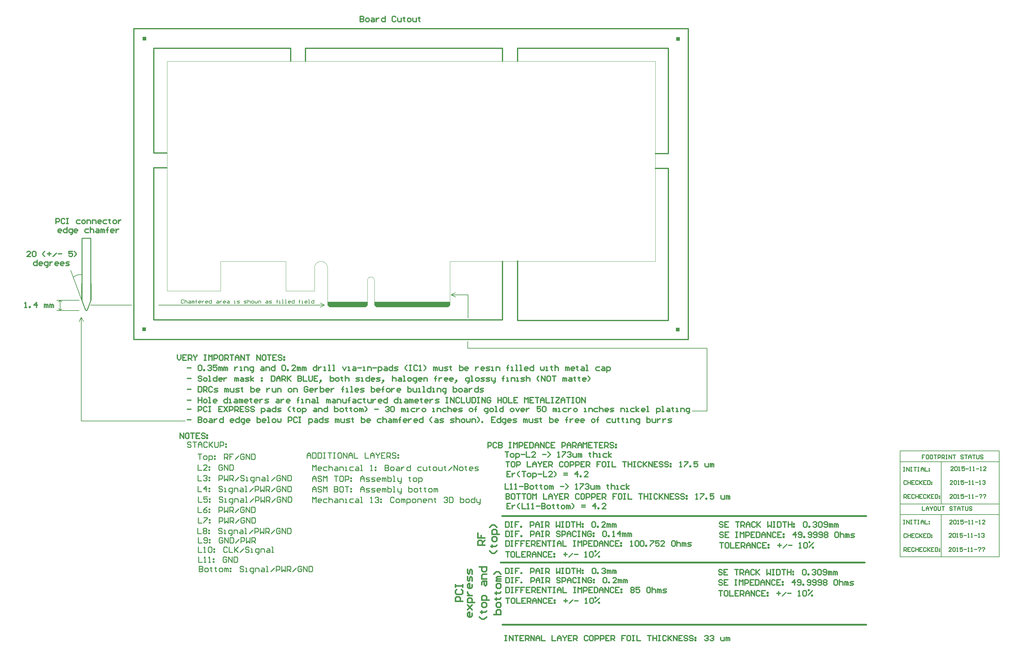
<source format=gm1>
G04 Layer_Color=16711935*
%FSLAX44Y44*%
%MOMM*%
G71*
G01*
G75*
%ADD11C,0.2000*%
%ADD16C,0.1500*%
%ADD17C,0.5000*%
%ADD74R,0.9960X0.9960*%
%ADD90R,0.9960X0.9960*%
%ADD95C,0.4000*%
%ADD96C,0.1000*%
%ADD98C,0.2500*%
%ADD99C,0.3000*%
%ADD159C,0.2540*%
G36*
X562000Y5000D02*
X557000Y0D01*
X455000D01*
X450000Y5000D01*
Y14000D01*
X562000D01*
X562000Y5000D01*
D02*
G37*
G36*
X793000D02*
X788000Y0D01*
X586000D01*
X581000Y5000D01*
X581000Y14000D01*
X793000D01*
X793000Y5000D01*
D02*
G37*
D11*
X2332250Y-701000D02*
Y-582500D01*
X2054750Y-701000D02*
X2332250D01*
X2054750D02*
Y-582500D01*
X2169250Y-701000D02*
Y-582500D01*
X2054750D02*
X2332250D01*
X2054750D02*
Y-552500D01*
X2332250Y-582500D02*
Y-552500D01*
Y-434000D02*
Y-404000D01*
X2054750D02*
X2332250D01*
X2054750Y-434000D02*
Y-404000D01*
X2169250Y-552500D02*
Y-434000D01*
X2054750D02*
X2332250D01*
X2054750Y-552500D02*
Y-434000D01*
Y-552500D02*
X2332250D01*
Y-434000D01*
X46665Y18331D02*
X44998Y19997D01*
X41666D01*
X40000Y18331D01*
Y11666D01*
X41666Y10000D01*
X44998D01*
X46665Y11666D01*
X49997Y19997D02*
Y10000D01*
Y14998D01*
X51663Y16665D01*
X54995D01*
X56661Y14998D01*
Y10000D01*
X61660Y16665D02*
X64992D01*
X66658Y14998D01*
Y10000D01*
X61660D01*
X59994Y11666D01*
X61660Y13332D01*
X66658D01*
X69990Y10000D02*
Y16665D01*
X71656D01*
X73323Y14998D01*
Y10000D01*
Y14998D01*
X74989Y16665D01*
X76655Y14998D01*
Y10000D01*
X81653D02*
Y18331D01*
Y14998D01*
X79987D01*
X83319D01*
X81653D01*
Y18331D01*
X83319Y19997D01*
X93316Y10000D02*
X89984D01*
X88318Y11666D01*
Y14998D01*
X89984Y16665D01*
X93316D01*
X94982Y14998D01*
Y13332D01*
X88318D01*
X98315Y16665D02*
Y10000D01*
Y13332D01*
X99981Y14998D01*
X101647Y16665D01*
X103313D01*
X113310Y10000D02*
X109978D01*
X108311Y11666D01*
Y14998D01*
X109978Y16665D01*
X113310D01*
X114976Y14998D01*
Y13332D01*
X108311D01*
X124973Y19997D02*
Y10000D01*
X119974D01*
X118308Y11666D01*
Y14998D01*
X119974Y16665D01*
X124973D01*
X139968D02*
X143300D01*
X144966Y14998D01*
Y10000D01*
X139968D01*
X138302Y11666D01*
X139968Y13332D01*
X144966D01*
X148298Y16665D02*
Y10000D01*
Y13332D01*
X149965Y14998D01*
X151631Y16665D01*
X153297D01*
X163294Y10000D02*
X159961D01*
X158295Y11666D01*
Y14998D01*
X159961Y16665D01*
X163294D01*
X164960Y14998D01*
Y13332D01*
X158295D01*
X169958Y16665D02*
X173290D01*
X174956Y14998D01*
Y10000D01*
X169958D01*
X168292Y11666D01*
X169958Y13332D01*
X174956D01*
X188286Y10000D02*
X191618D01*
X189952D01*
Y16665D01*
X188286D01*
X196616Y10000D02*
X201615D01*
X203281Y11666D01*
X201615Y13332D01*
X198282D01*
X196616Y14998D01*
X198282Y16665D01*
X203281D01*
X216610Y10000D02*
X221608D01*
X223274Y11666D01*
X221608Y13332D01*
X218276D01*
X216610Y14998D01*
X218276Y16665D01*
X223274D01*
X226607Y19997D02*
Y10000D01*
Y14998D01*
X228273Y16665D01*
X231605D01*
X233271Y14998D01*
Y10000D01*
X238269D02*
X241602D01*
X243268Y11666D01*
Y14998D01*
X241602Y16665D01*
X238269D01*
X236603Y14998D01*
Y11666D01*
X238269Y10000D01*
X246600Y16665D02*
Y11666D01*
X248266Y10000D01*
X249932Y11666D01*
X251598Y10000D01*
X253265Y11666D01*
Y16665D01*
X256597Y10000D02*
Y16665D01*
X261595D01*
X263261Y14998D01*
Y10000D01*
X278257Y16665D02*
X281589D01*
X283255Y14998D01*
Y10000D01*
X278257D01*
X276590Y11666D01*
X278257Y13332D01*
X283255D01*
X286587Y10000D02*
X291586D01*
X293252Y11666D01*
X291586Y13332D01*
X288253D01*
X286587Y14998D01*
X288253Y16665D01*
X293252D01*
X308247Y10000D02*
Y18331D01*
Y14998D01*
X306581D01*
X309913D01*
X308247D01*
Y18331D01*
X309913Y19997D01*
X314911Y10000D02*
X318244D01*
X316577D01*
Y16665D01*
X314911D01*
X323242Y10000D02*
X326574D01*
X324908D01*
Y19997D01*
X323242D01*
X331573Y10000D02*
X334905D01*
X333239D01*
Y19997D01*
X331573D01*
X344902Y10000D02*
X341570D01*
X339903Y11666D01*
Y14998D01*
X341570Y16665D01*
X344902D01*
X346568Y14998D01*
Y13332D01*
X339903D01*
X356565Y19997D02*
Y10000D01*
X351566D01*
X349900Y11666D01*
Y14998D01*
X351566Y16665D01*
X356565D01*
X371560Y10000D02*
Y18331D01*
Y14998D01*
X369894D01*
X373226D01*
X371560D01*
Y18331D01*
X373226Y19997D01*
X378224Y10000D02*
X381557D01*
X379891D01*
Y16665D01*
X378224D01*
X391553Y10000D02*
X388221D01*
X386555Y11666D01*
Y14998D01*
X388221Y16665D01*
X391553D01*
X393219Y14998D01*
Y13332D01*
X386555D01*
X396552Y10000D02*
X399884D01*
X398218D01*
Y19997D01*
X396552D01*
X411547D02*
Y10000D01*
X406549D01*
X404882Y11666D01*
Y14998D01*
X406549Y16665D01*
X411547D01*
D16*
X-243348Y91000D02*
G03*
X-262661Y83000I0J-27314D01*
G01*
X1472000Y-291750D02*
X1513000D01*
Y-116250D01*
X843000D02*
X1513000D01*
X796250Y34000D02*
X808750Y27750D01*
X796250Y34000D02*
X808250Y39750D01*
X796250Y34000D02*
X843500D01*
X843000Y-116250D02*
Y-96750D01*
X843500Y-31000D02*
Y33000D01*
X-23000Y5000D02*
X441750D01*
X429750Y-750D02*
X441750Y5000D01*
X429250Y11250D02*
X441750Y5000D01*
X-213790D02*
X-99000D01*
X-269792Y102078D02*
X-238250Y17687D01*
X-243348Y91000D02*
X-238250D01*
X-309000Y-10000D02*
X-246000D01*
X-309000Y19000D02*
X-246000D01*
X-299000Y-10000D02*
Y19000D01*
X-303500Y-5500D02*
X-299000Y-10000D01*
X-294500Y-5500D01*
X-303500Y14500D02*
X-299000Y19000D01*
X-294500Y14500D01*
X-240000Y-320000D02*
X51250D01*
X-240000D02*
Y-28750D01*
X-234250Y-40750D01*
X-246250Y-41250D02*
X-240000Y-28750D01*
D17*
X940000Y-891750D02*
X1960000D01*
X935000Y-716750D02*
X1955000D01*
X939250Y-586500D02*
X1959250D01*
D74*
X1431500Y-63260D02*
D03*
X-63500Y752760D02*
D03*
D90*
X1432260Y752000D02*
D03*
X-64260Y-62500D02*
D03*
D95*
X828059Y-825826D02*
X808065D01*
Y-815829D01*
X811398Y-812497D01*
X818062D01*
X821394Y-815829D01*
Y-825826D01*
X811398Y-792503D02*
X808065Y-795835D01*
Y-802500D01*
X811398Y-805832D01*
X824727D01*
X828059Y-802500D01*
Y-795835D01*
X824727Y-792503D01*
X808065Y-785839D02*
Y-779174D01*
Y-782506D01*
X828059D01*
Y-785839D01*
Y-779174D01*
X854987Y-859148D02*
Y-865813D01*
X851654Y-869145D01*
X844990D01*
X841658Y-865813D01*
Y-859148D01*
X844990Y-855816D01*
X848322D01*
Y-869145D01*
X841658Y-849152D02*
X854987Y-835823D01*
X848322Y-842487D01*
X841658Y-835823D01*
X854987Y-849152D01*
X861651Y-829158D02*
X841658D01*
Y-819161D01*
X844990Y-815829D01*
X851654D01*
X854987Y-819161D01*
Y-829158D01*
X841658Y-809165D02*
X854987D01*
X848322D01*
X844990Y-805832D01*
X841658Y-802500D01*
Y-799168D01*
X854987Y-779174D02*
Y-785839D01*
X851654Y-789171D01*
X844990D01*
X841658Y-785839D01*
Y-779174D01*
X844990Y-775842D01*
X848322D01*
Y-789171D01*
X854987Y-769177D02*
Y-759181D01*
X851654Y-755848D01*
X848322Y-759181D01*
Y-765845D01*
X844990Y-769177D01*
X841658Y-765845D01*
Y-755848D01*
X854987Y-749184D02*
Y-739187D01*
X851654Y-735855D01*
X848322Y-739187D01*
Y-745852D01*
X844990Y-749184D01*
X841658Y-745852D01*
Y-735855D01*
X895243Y-869145D02*
X888579Y-875810D01*
X881914D01*
X875250Y-869145D01*
X878582Y-855816D02*
X881914D01*
Y-859148D01*
Y-852484D01*
Y-855816D01*
X891911D01*
X895243Y-852484D01*
Y-839155D02*
Y-832490D01*
X891911Y-829158D01*
X885247D01*
X881914Y-832490D01*
Y-839155D01*
X885247Y-842487D01*
X891911D01*
X895243Y-839155D01*
X901908Y-822494D02*
X881914D01*
Y-812497D01*
X885247Y-809165D01*
X891911D01*
X895243Y-812497D01*
Y-822494D01*
X881914Y-779174D02*
Y-772510D01*
X885247Y-769177D01*
X895243D01*
Y-779174D01*
X891911Y-782506D01*
X888579Y-779174D01*
Y-769177D01*
X895243Y-762513D02*
X881914D01*
Y-752516D01*
X885247Y-749184D01*
X895243D01*
X875250Y-729190D02*
X895243D01*
Y-739187D01*
X891911Y-742519D01*
X885247D01*
X881914Y-739187D01*
Y-729190D01*
X915507Y-862481D02*
X935500D01*
Y-852484D01*
X932168Y-849152D01*
X928836D01*
X925503D01*
X922171Y-852484D01*
Y-862481D01*
X935500Y-839155D02*
Y-832490D01*
X932168Y-829158D01*
X925503D01*
X922171Y-832490D01*
Y-839155D01*
X925503Y-842487D01*
X932168D01*
X935500Y-839155D01*
X918839Y-819161D02*
X922171D01*
Y-822494D01*
Y-815829D01*
Y-819161D01*
X932168D01*
X935500Y-815829D01*
X918839Y-802500D02*
X922171D01*
Y-805832D01*
Y-799168D01*
Y-802500D01*
X932168D01*
X935500Y-799168D01*
Y-785839D02*
Y-779174D01*
X932168Y-775842D01*
X925503D01*
X922171Y-779174D01*
Y-785839D01*
X925503Y-789171D01*
X932168D01*
X935500Y-785839D01*
Y-769177D02*
X922171D01*
Y-765845D01*
X925503Y-762513D01*
X935500D01*
X925503D01*
X922171Y-759181D01*
X925503Y-755848D01*
X935500D01*
Y-749184D02*
X928836Y-742519D01*
X922171D01*
X915507Y-749184D01*
X890410Y-667674D02*
X870416D01*
Y-657677D01*
X873749Y-654345D01*
X880413D01*
X883745Y-657677D01*
Y-667674D01*
Y-661010D02*
X890410Y-654345D01*
X870416Y-634352D02*
Y-647681D01*
X880413D01*
Y-641016D01*
Y-647681D01*
X890410D01*
X924002Y-684335D02*
X917338Y-691000D01*
X910673D01*
X904009Y-684335D01*
X907341Y-671006D02*
X910673D01*
Y-674339D01*
Y-667674D01*
Y-671006D01*
X920670D01*
X924002Y-667674D01*
Y-654345D02*
Y-647681D01*
X920670Y-644348D01*
X914006D01*
X910673Y-647681D01*
Y-654345D01*
X914006Y-657678D01*
X920670D01*
X924002Y-654345D01*
X930667Y-637684D02*
X910673D01*
Y-627687D01*
X914006Y-624355D01*
X920670D01*
X924002Y-627687D01*
Y-637684D01*
Y-617690D02*
X917338Y-611026D01*
X910673D01*
X904009Y-617690D01*
D96*
X581000Y74500D02*
G03*
X562000Y74500I-9500J0D01*
G01*
X450000Y109250D02*
G03*
X413500Y109250I-18250J0D01*
G01*
X1368500Y127500D02*
Y689000D01*
X581000Y5000D02*
X586000Y0D01*
X557000D02*
X562000Y5000D01*
X450000D02*
X455000Y0D01*
X586000D02*
X788000D01*
X581000Y5000D02*
Y74500D01*
X562000Y5000D02*
Y74500D01*
X455000Y0D02*
X557000D01*
X450000Y5000D02*
Y109250D01*
X413500Y45000D02*
Y109250D01*
X333500Y45000D02*
X413500D01*
X333500D02*
Y127500D01*
X150000D02*
X333500D01*
X150000Y45000D02*
Y127500D01*
X0Y45000D02*
X150000D01*
X0D02*
Y689000D01*
X793000Y127500D02*
X1368500D01*
X0Y689000D02*
X1368500D01*
X793000Y5000D02*
Y127500D01*
X788000Y0D02*
X793000Y5000D01*
D98*
X-238250Y17687D02*
Y192750D01*
Y17687D02*
X-228000Y-9737D01*
X-213790Y17687D02*
Y192750D01*
X-239250Y19687D02*
Y65750D01*
X-212790Y19687D02*
Y65750D01*
X-238250Y193000D02*
X-214000D01*
X-224040Y-9737D02*
X-213790Y17687D01*
X-228000Y-9737D02*
X-224040D01*
D99*
X346500Y689000D02*
Y725750D01*
X388500Y689000D02*
Y725750D01*
Y725750D02*
X940500D01*
X982500D02*
X1405250D01*
X982500Y689000D02*
Y725750D01*
X940500Y689000D02*
Y725750D01*
X-37250Y-36250D02*
Y390000D01*
X1368500Y430500D02*
X1405250Y430500D01*
X1368500Y388500D02*
X1405250D01*
X982500Y-37750D02*
Y128500D01*
Y-37750D02*
X1405250D01*
Y388500D01*
Y430500D02*
Y725750D01*
X-37250Y390000D02*
X-500D01*
X-37250Y432000D02*
X-500Y432000D01*
X-37250Y432000D02*
Y725750D01*
X346500D01*
X-37250Y-36250D02*
X940500D01*
Y127500D01*
X-92500Y-91500D02*
X1460500D01*
Y781000D01*
X-92500Y-91500D02*
Y781000D01*
X1460500D01*
X57500Y-170873D02*
X67497D01*
X87490Y-165874D02*
X89990Y-163375D01*
X94988D01*
X97487Y-165874D01*
Y-175871D01*
X94988Y-178370D01*
X89990D01*
X87490Y-175871D01*
Y-165874D01*
X102485Y-178370D02*
Y-175871D01*
X104985D01*
Y-178370D01*
X102485D01*
X114981Y-165874D02*
X117481Y-163375D01*
X122479D01*
X124978Y-165874D01*
Y-168374D01*
X122479Y-170873D01*
X119980D01*
X122479D01*
X124978Y-173372D01*
Y-175871D01*
X122479Y-178370D01*
X117481D01*
X114981Y-175871D01*
X139973Y-163375D02*
X129977D01*
Y-170873D01*
X134975Y-168374D01*
X137474D01*
X139973Y-170873D01*
Y-175871D01*
X137474Y-178370D01*
X132476D01*
X129977Y-175871D01*
X144972Y-178370D02*
Y-168374D01*
X147471D01*
X149970Y-170873D01*
Y-178370D01*
Y-170873D01*
X152469Y-168374D01*
X154968Y-170873D01*
Y-178370D01*
X159967D02*
Y-168374D01*
X162466D01*
X164965Y-170873D01*
Y-178370D01*
Y-170873D01*
X167464Y-168374D01*
X169964Y-170873D01*
Y-178370D01*
X189957Y-168374D02*
Y-178370D01*
Y-173372D01*
X192456Y-170873D01*
X194956Y-168374D01*
X197455D01*
X204952Y-178370D02*
X209951D01*
X207451D01*
Y-168374D01*
X204952D01*
X217448Y-178370D02*
Y-168374D01*
X224946D01*
X227445Y-170873D01*
Y-178370D01*
X237442Y-183369D02*
X239941D01*
X242440Y-180870D01*
Y-168374D01*
X234943D01*
X232443Y-170873D01*
Y-175871D01*
X234943Y-178370D01*
X242440D01*
X264933Y-168374D02*
X269931D01*
X272430Y-170873D01*
Y-178370D01*
X264933D01*
X262434Y-175871D01*
X264933Y-173372D01*
X272430D01*
X277429Y-178370D02*
Y-168374D01*
X284926D01*
X287426Y-170873D01*
Y-178370D01*
X302421Y-163375D02*
Y-178370D01*
X294923D01*
X292424Y-175871D01*
Y-170873D01*
X294923Y-168374D01*
X302421D01*
X322414Y-165874D02*
X324913Y-163375D01*
X329912D01*
X332411Y-165874D01*
Y-175871D01*
X329912Y-178370D01*
X324913D01*
X322414Y-175871D01*
Y-165874D01*
X337409Y-178370D02*
Y-175871D01*
X339909D01*
Y-178370D01*
X337409D01*
X359902D02*
X349905D01*
X359902Y-168374D01*
Y-165874D01*
X357403Y-163375D01*
X352405D01*
X349905Y-165874D01*
X364901Y-178370D02*
Y-168374D01*
X367400D01*
X369899Y-170873D01*
Y-178370D01*
Y-170873D01*
X372398Y-168374D01*
X374897Y-170873D01*
Y-178370D01*
X379896D02*
Y-168374D01*
X382395D01*
X384894Y-170873D01*
Y-178370D01*
Y-170873D01*
X387393Y-168374D01*
X389892Y-170873D01*
Y-178370D01*
X419883Y-163375D02*
Y-178370D01*
X412385D01*
X409886Y-175871D01*
Y-170873D01*
X412385Y-168374D01*
X419883D01*
X424881D02*
Y-178370D01*
Y-173372D01*
X427380Y-170873D01*
X429879Y-168374D01*
X432379D01*
X439876Y-178370D02*
X444875D01*
X442375D01*
Y-168374D01*
X439876D01*
X452372Y-178370D02*
X457371D01*
X454871D01*
Y-163375D01*
X452372D01*
X464868Y-178370D02*
X469866D01*
X467367D01*
Y-163375D01*
X464868D01*
X492359Y-168374D02*
X497358Y-178370D01*
X502356Y-168374D01*
X507354Y-178370D02*
X512353D01*
X509854D01*
Y-168374D01*
X507354D01*
X522350D02*
X527348D01*
X529847Y-170873D01*
Y-178370D01*
X522350D01*
X519850Y-175871D01*
X522350Y-173372D01*
X529847D01*
X534846Y-170873D02*
X544842D01*
X549841Y-178370D02*
X554839D01*
X552340D01*
Y-168374D01*
X549841D01*
X562337Y-178370D02*
Y-168374D01*
X569834D01*
X572333Y-170873D01*
Y-178370D01*
X577332Y-170873D02*
X587328D01*
X592327Y-183369D02*
Y-168374D01*
X599824D01*
X602324Y-170873D01*
Y-175871D01*
X599824Y-178370D01*
X592327D01*
X609821Y-168374D02*
X614820D01*
X617319Y-170873D01*
Y-178370D01*
X609821D01*
X607322Y-175871D01*
X609821Y-173372D01*
X617319D01*
X632314Y-163375D02*
Y-178370D01*
X624816D01*
X622317Y-175871D01*
Y-170873D01*
X624816Y-168374D01*
X632314D01*
X637312Y-178370D02*
X644810D01*
X647309Y-175871D01*
X644810Y-173372D01*
X639812D01*
X637312Y-170873D01*
X639812Y-168374D01*
X647309D01*
X672301Y-178370D02*
X667303Y-173372D01*
Y-168374D01*
X672301Y-163375D01*
X679799D02*
X684797D01*
X682298D01*
Y-178370D01*
X679799D01*
X684797D01*
X702291Y-165874D02*
X699792Y-163375D01*
X694794D01*
X692294Y-165874D01*
Y-175871D01*
X694794Y-178370D01*
X699792D01*
X702291Y-175871D01*
X707290Y-178370D02*
X712288D01*
X709789D01*
Y-163375D01*
X707290Y-165874D01*
X719786Y-178370D02*
X724784Y-173372D01*
Y-168374D01*
X719786Y-163375D01*
X747277Y-178370D02*
Y-168374D01*
X749776D01*
X752275Y-170873D01*
Y-178370D01*
Y-170873D01*
X754774Y-168374D01*
X757273Y-170873D01*
Y-178370D01*
X762272Y-168374D02*
Y-175871D01*
X764771Y-178370D01*
X772269D01*
Y-168374D01*
X777267Y-178370D02*
X784765D01*
X787264Y-175871D01*
X784765Y-173372D01*
X779766D01*
X777267Y-170873D01*
X779766Y-168374D01*
X787264D01*
X794761Y-165874D02*
Y-168374D01*
X792262D01*
X797261D01*
X794761D01*
Y-175871D01*
X797261Y-178370D01*
X819753Y-163375D02*
Y-178370D01*
X827251D01*
X829750Y-175871D01*
Y-173372D01*
Y-170873D01*
X827251Y-168374D01*
X819753D01*
X842246Y-178370D02*
X837248D01*
X834748Y-175871D01*
Y-170873D01*
X837248Y-168374D01*
X842246D01*
X844745Y-170873D01*
Y-173372D01*
X834748D01*
X864739Y-168374D02*
Y-178370D01*
Y-173372D01*
X867238Y-170873D01*
X869737Y-168374D01*
X872236D01*
X887231Y-178370D02*
X882233D01*
X879734Y-175871D01*
Y-170873D01*
X882233Y-168374D01*
X887231D01*
X889731Y-170873D01*
Y-173372D01*
X879734D01*
X894729Y-178370D02*
X902227D01*
X904726Y-175871D01*
X902227Y-173372D01*
X897228D01*
X894729Y-170873D01*
X897228Y-168374D01*
X904726D01*
X909724Y-178370D02*
X914723D01*
X912223D01*
Y-168374D01*
X909724D01*
X922220Y-178370D02*
Y-168374D01*
X929718D01*
X932217Y-170873D01*
Y-178370D01*
X954710D02*
Y-165874D01*
Y-170873D01*
X952210D01*
X957209D01*
X954710D01*
Y-165874D01*
X957209Y-163375D01*
X964706Y-178370D02*
X969705D01*
X967206D01*
Y-168374D01*
X964706D01*
X977202Y-178370D02*
X982201D01*
X979702D01*
Y-163375D01*
X977202D01*
X989698Y-178370D02*
X994697D01*
X992197D01*
Y-163375D01*
X989698D01*
X1009692Y-178370D02*
X1004693D01*
X1002194Y-175871D01*
Y-170873D01*
X1004693Y-168374D01*
X1009692D01*
X1012191Y-170873D01*
Y-173372D01*
X1002194D01*
X1027186Y-163375D02*
Y-178370D01*
X1019689D01*
X1017189Y-175871D01*
Y-170873D01*
X1019689Y-168374D01*
X1027186D01*
X1047180D02*
Y-175871D01*
X1049679Y-178370D01*
X1052178Y-175871D01*
X1054677Y-178370D01*
X1057176Y-175871D01*
Y-168374D01*
X1062175Y-178370D02*
X1067173D01*
X1064674D01*
Y-168374D01*
X1062175D01*
X1077170Y-165874D02*
Y-168374D01*
X1074671D01*
X1079669D01*
X1077170D01*
Y-175871D01*
X1079669Y-178370D01*
X1087167Y-163375D02*
Y-178370D01*
Y-170873D01*
X1089666Y-168374D01*
X1094664D01*
X1097163Y-170873D01*
Y-178370D01*
X1117157D02*
Y-168374D01*
X1119656D01*
X1122155Y-170873D01*
Y-178370D01*
Y-170873D01*
X1124655Y-168374D01*
X1127154Y-170873D01*
Y-178370D01*
X1139650D02*
X1134651D01*
X1132152Y-175871D01*
Y-170873D01*
X1134651Y-168374D01*
X1139650D01*
X1142149Y-170873D01*
Y-173372D01*
X1132152D01*
X1149647Y-165874D02*
Y-168374D01*
X1147147D01*
X1152146D01*
X1149647D01*
Y-175871D01*
X1152146Y-178370D01*
X1162142Y-168374D02*
X1167141D01*
X1169640Y-170873D01*
Y-178370D01*
X1162142D01*
X1159643Y-175871D01*
X1162142Y-173372D01*
X1169640D01*
X1174638Y-178370D02*
X1179637D01*
X1177138D01*
Y-163375D01*
X1174638D01*
X1212126Y-168374D02*
X1204629D01*
X1202130Y-170873D01*
Y-175871D01*
X1204629Y-178370D01*
X1212126D01*
X1219624Y-168374D02*
X1224622D01*
X1227121Y-170873D01*
Y-178370D01*
X1219624D01*
X1217125Y-175871D01*
X1219624Y-173372D01*
X1227121D01*
X1232120Y-183369D02*
Y-168374D01*
X1239617D01*
X1242117Y-170873D01*
Y-175871D01*
X1239617Y-178370D01*
X1232120D01*
X57500Y-201065D02*
X67497D01*
X97487Y-196067D02*
X94988Y-193568D01*
X89990D01*
X87490Y-196067D01*
Y-198566D01*
X89990Y-201065D01*
X94988D01*
X97487Y-203564D01*
Y-206064D01*
X94988Y-208563D01*
X89990D01*
X87490Y-206064D01*
X104985Y-208563D02*
X109983D01*
X112482Y-206064D01*
Y-201065D01*
X109983Y-198566D01*
X104985D01*
X102485Y-201065D01*
Y-206064D01*
X104985Y-208563D01*
X117481D02*
X122479D01*
X119980D01*
Y-193568D01*
X117481D01*
X139973D02*
Y-208563D01*
X132476D01*
X129977Y-206064D01*
Y-201065D01*
X132476Y-198566D01*
X139973D01*
X152469Y-208563D02*
X147471D01*
X144972Y-206064D01*
Y-201065D01*
X147471Y-198566D01*
X152469D01*
X154968Y-201065D01*
Y-203564D01*
X144972D01*
X159967Y-198566D02*
Y-208563D01*
Y-203564D01*
X162466Y-201065D01*
X164965Y-198566D01*
X167464D01*
X189957Y-208563D02*
Y-198566D01*
X192456D01*
X194956Y-201065D01*
Y-208563D01*
Y-201065D01*
X197455Y-198566D01*
X199954Y-201065D01*
Y-208563D01*
X207451Y-198566D02*
X212450D01*
X214949Y-201065D01*
Y-208563D01*
X207451D01*
X204952Y-206064D01*
X207451Y-203564D01*
X214949D01*
X219947Y-208563D02*
X227445D01*
X229944Y-206064D01*
X227445Y-203564D01*
X222447D01*
X219947Y-201065D01*
X222447Y-198566D01*
X229944D01*
X234943Y-208563D02*
Y-193568D01*
Y-203564D02*
X242440Y-198566D01*
X234943Y-203564D02*
X242440Y-208563D01*
X264933Y-198566D02*
X267432D01*
Y-201065D01*
X264933D01*
Y-198566D01*
Y-206064D02*
X267432D01*
Y-208563D01*
X264933D01*
Y-206064D01*
X292424Y-193568D02*
Y-208563D01*
X299921D01*
X302421Y-206064D01*
Y-196067D01*
X299921Y-193568D01*
X292424D01*
X307419Y-208563D02*
Y-198566D01*
X312418Y-193568D01*
X317416Y-198566D01*
Y-208563D01*
Y-201065D01*
X307419D01*
X322414Y-208563D02*
Y-193568D01*
X329912D01*
X332411Y-196067D01*
Y-201065D01*
X329912Y-203564D01*
X322414D01*
X327413D02*
X332411Y-208563D01*
X337409Y-193568D02*
Y-208563D01*
Y-203564D01*
X347406Y-193568D01*
X339909Y-201065D01*
X347406Y-208563D01*
X367400Y-193568D02*
Y-208563D01*
X374897D01*
X377396Y-206064D01*
Y-203564D01*
X374897Y-201065D01*
X367400D01*
X374897D01*
X377396Y-198566D01*
Y-196067D01*
X374897Y-193568D01*
X367400D01*
X382395D02*
Y-208563D01*
X392392D01*
X397390Y-193568D02*
Y-206064D01*
X399889Y-208563D01*
X404888D01*
X407387Y-206064D01*
Y-193568D01*
X422382D02*
X412385D01*
Y-208563D01*
X422382D01*
X412385Y-201065D02*
X417383D01*
X429879Y-211062D02*
X432379Y-208563D01*
Y-206064D01*
X429879D01*
Y-208563D01*
X432379D01*
X429879Y-211062D01*
X427380Y-213561D01*
X457370Y-193568D02*
Y-208563D01*
X464868D01*
X467367Y-206064D01*
Y-203564D01*
Y-201065D01*
X464868Y-198566D01*
X457370D01*
X474865Y-208563D02*
X479863D01*
X482362Y-206064D01*
Y-201065D01*
X479863Y-198566D01*
X474865D01*
X472366Y-201065D01*
Y-206064D01*
X474865Y-208563D01*
X489860Y-196067D02*
Y-198566D01*
X487361D01*
X492359D01*
X489860D01*
Y-206064D01*
X492359Y-208563D01*
X499857Y-193568D02*
Y-208563D01*
Y-201065D01*
X502356Y-198566D01*
X507354D01*
X509854Y-201065D01*
Y-208563D01*
X529847D02*
X537345D01*
X539844Y-206064D01*
X537345Y-203564D01*
X532346D01*
X529847Y-201065D01*
X532346Y-198566D01*
X539844D01*
X544842Y-208563D02*
X549841D01*
X547341D01*
Y-198566D01*
X544842D01*
X567335Y-193568D02*
Y-208563D01*
X559837D01*
X557338Y-206064D01*
Y-201065D01*
X559837Y-198566D01*
X567335D01*
X579831Y-208563D02*
X574832D01*
X572333Y-206064D01*
Y-201065D01*
X574832Y-198566D01*
X579831D01*
X582330Y-201065D01*
Y-203564D01*
X572333D01*
X587328Y-208563D02*
X594826D01*
X597325Y-206064D01*
X594826Y-203564D01*
X589828D01*
X587328Y-201065D01*
X589828Y-198566D01*
X597325D01*
X604823Y-211062D02*
X607322Y-208563D01*
Y-206064D01*
X604823D01*
Y-208563D01*
X607322D01*
X604823Y-211062D01*
X602324Y-213561D01*
X632314Y-193568D02*
Y-208563D01*
Y-201065D01*
X634813Y-198566D01*
X639812D01*
X642311Y-201065D01*
Y-208563D01*
X649808Y-198566D02*
X654807D01*
X657306Y-201065D01*
Y-208563D01*
X649808D01*
X647309Y-206064D01*
X649808Y-203564D01*
X657306D01*
X662304Y-208563D02*
X667303D01*
X664803D01*
Y-193568D01*
X662304D01*
X677299Y-208563D02*
X682298D01*
X684797Y-206064D01*
Y-201065D01*
X682298Y-198566D01*
X677299D01*
X674800Y-201065D01*
Y-206064D01*
X677299Y-208563D01*
X694794Y-213561D02*
X697293D01*
X699792Y-211062D01*
Y-198566D01*
X692294D01*
X689795Y-201065D01*
Y-206064D01*
X692294Y-208563D01*
X699792D01*
X712288D02*
X707290D01*
X704790Y-206064D01*
Y-201065D01*
X707290Y-198566D01*
X712288D01*
X714787Y-201065D01*
Y-203564D01*
X704790D01*
X719786Y-208563D02*
Y-198566D01*
X727283D01*
X729782Y-201065D01*
Y-208563D01*
X752275D02*
Y-196067D01*
Y-201065D01*
X749776D01*
X754774D01*
X752275D01*
Y-196067D01*
X754774Y-193568D01*
X762272Y-198566D02*
Y-208563D01*
Y-203564D01*
X764771Y-201065D01*
X767270Y-198566D01*
X769769D01*
X784764Y-208563D02*
X779766D01*
X777267Y-206064D01*
Y-201065D01*
X779766Y-198566D01*
X784764D01*
X787264Y-201065D01*
Y-203564D01*
X777267D01*
X799760Y-208563D02*
X794761D01*
X792262Y-206064D01*
Y-201065D01*
X794761Y-198566D01*
X799760D01*
X802259Y-201065D01*
Y-203564D01*
X792262D01*
X809756Y-211062D02*
X812256Y-208563D01*
Y-206064D01*
X809756D01*
Y-208563D01*
X812256D01*
X809756Y-211062D01*
X807257Y-213561D01*
X842246D02*
X844745D01*
X847244Y-211062D01*
Y-198566D01*
X839747D01*
X837248Y-201065D01*
Y-206064D01*
X839747Y-208563D01*
X847244D01*
X852243D02*
X857241D01*
X854742D01*
Y-193568D01*
X852243D01*
X867238Y-208563D02*
X872236D01*
X874735Y-206064D01*
Y-201065D01*
X872236Y-198566D01*
X867238D01*
X864739Y-201065D01*
Y-206064D01*
X867238Y-208563D01*
X879734D02*
X887231D01*
X889731Y-206064D01*
X887231Y-203564D01*
X882233D01*
X879734Y-201065D01*
X882233Y-198566D01*
X889731D01*
X894729Y-208563D02*
X902226D01*
X904726Y-206064D01*
X902226Y-203564D01*
X897228D01*
X894729Y-201065D01*
X897228Y-198566D01*
X904726D01*
X909724D02*
Y-206064D01*
X912223Y-208563D01*
X919721D01*
Y-211062D01*
X917222Y-213561D01*
X914723D01*
X919721Y-208563D02*
Y-198566D01*
X942214Y-208563D02*
Y-196067D01*
Y-201065D01*
X939714D01*
X944713D01*
X942214D01*
Y-196067D01*
X944713Y-193568D01*
X952210Y-208563D02*
X957209D01*
X954709D01*
Y-198566D01*
X952210D01*
X964706Y-208563D02*
Y-198566D01*
X972204D01*
X974703Y-201065D01*
Y-208563D01*
X979701D02*
X984700D01*
X982201D01*
Y-198566D01*
X979701D01*
X992197Y-208563D02*
X999695D01*
X1002194Y-206064D01*
X999695Y-203564D01*
X994697D01*
X992197Y-201065D01*
X994697Y-198566D01*
X1002194D01*
X1007193Y-193568D02*
Y-208563D01*
Y-201065D01*
X1009692Y-198566D01*
X1014690D01*
X1017189Y-201065D01*
Y-208563D01*
X1042181D02*
X1037183Y-203564D01*
Y-198566D01*
X1042181Y-193568D01*
X1049679Y-208563D02*
Y-193568D01*
X1059676Y-208563D01*
Y-193568D01*
X1072171D02*
X1067173D01*
X1064674Y-196067D01*
Y-206064D01*
X1067173Y-208563D01*
X1072171D01*
X1074671Y-206064D01*
Y-196067D01*
X1072171Y-193568D01*
X1079669D02*
X1089666D01*
X1084668D01*
Y-208563D01*
X1109659D02*
Y-198566D01*
X1112159D01*
X1114658Y-201065D01*
Y-208563D01*
Y-201065D01*
X1117157Y-198566D01*
X1119656Y-201065D01*
Y-208563D01*
X1127154Y-198566D02*
X1132152D01*
X1134651Y-201065D01*
Y-208563D01*
X1127154D01*
X1124654Y-206064D01*
X1127154Y-203564D01*
X1134651D01*
X1142149Y-196067D02*
Y-198566D01*
X1139650D01*
X1144648D01*
X1142149D01*
Y-206064D01*
X1144648Y-208563D01*
X1154645Y-196067D02*
Y-198566D01*
X1152146D01*
X1157144D01*
X1154645D01*
Y-206064D01*
X1157144Y-208563D01*
X1172139D02*
X1167141D01*
X1164642Y-206064D01*
Y-201065D01*
X1167141Y-198566D01*
X1172139D01*
X1174638Y-201065D01*
Y-203564D01*
X1164642D01*
X1179637Y-208563D02*
X1184635Y-203564D01*
Y-198566D01*
X1179637Y-193568D01*
X57500Y-231258D02*
X67497D01*
X87490Y-223760D02*
Y-238755D01*
X94988D01*
X97487Y-236256D01*
Y-226259D01*
X94988Y-223760D01*
X87490D01*
X102485Y-238755D02*
Y-223760D01*
X109983D01*
X112482Y-226259D01*
Y-231258D01*
X109983Y-233757D01*
X102485D01*
X107484D02*
X112482Y-238755D01*
X127477Y-226259D02*
X124978Y-223760D01*
X119980D01*
X117481Y-226259D01*
Y-236256D01*
X119980Y-238755D01*
X124978D01*
X127477Y-236256D01*
X132476Y-238755D02*
X139973D01*
X142472Y-236256D01*
X139973Y-233757D01*
X134975D01*
X132476Y-231258D01*
X134975Y-228759D01*
X142472D01*
X162466Y-238755D02*
Y-228759D01*
X164965D01*
X167464Y-231258D01*
Y-238755D01*
Y-231258D01*
X169964Y-228759D01*
X172463Y-231258D01*
Y-238755D01*
X177461Y-228759D02*
Y-236256D01*
X179960Y-238755D01*
X187458D01*
Y-228759D01*
X192456Y-238755D02*
X199954D01*
X202453Y-236256D01*
X199954Y-233757D01*
X194956D01*
X192456Y-231258D01*
X194956Y-228759D01*
X202453D01*
X209951Y-226259D02*
Y-228759D01*
X207451D01*
X212450D01*
X209951D01*
Y-236256D01*
X212450Y-238755D01*
X234943Y-223760D02*
Y-238755D01*
X242440D01*
X244939Y-236256D01*
Y-233757D01*
Y-231258D01*
X242440Y-228759D01*
X234943D01*
X257435Y-238755D02*
X252437D01*
X249938Y-236256D01*
Y-231258D01*
X252437Y-228759D01*
X257435D01*
X259935Y-231258D01*
Y-233757D01*
X249938D01*
X279928Y-228759D02*
Y-238755D01*
Y-233757D01*
X282427Y-231258D01*
X284926Y-228759D01*
X287426D01*
X294923D02*
Y-236256D01*
X297422Y-238755D01*
X304920D01*
Y-228759D01*
X309918Y-238755D02*
Y-228759D01*
X317416D01*
X319915Y-231258D01*
Y-238755D01*
X342408D02*
X347406D01*
X349905Y-236256D01*
Y-231258D01*
X347406Y-228759D01*
X342408D01*
X339909Y-231258D01*
Y-236256D01*
X342408Y-238755D01*
X354904D02*
Y-228759D01*
X362401D01*
X364901Y-231258D01*
Y-238755D01*
X394891Y-226259D02*
X392392Y-223760D01*
X387393D01*
X384894Y-226259D01*
Y-236256D01*
X387393Y-238755D01*
X392392D01*
X394891Y-236256D01*
Y-231258D01*
X389892D01*
X407387Y-238755D02*
X402388D01*
X399889Y-236256D01*
Y-231258D01*
X402388Y-228759D01*
X407387D01*
X409886Y-231258D01*
Y-233757D01*
X399889D01*
X414884Y-228759D02*
Y-238755D01*
Y-233757D01*
X417383Y-231258D01*
X419883Y-228759D01*
X422382D01*
X429879Y-223760D02*
Y-238755D01*
X437377D01*
X439876Y-236256D01*
Y-233757D01*
Y-231258D01*
X437377Y-228759D01*
X429879D01*
X452372Y-238755D02*
X447374D01*
X444875Y-236256D01*
Y-231258D01*
X447374Y-228759D01*
X452372D01*
X454871Y-231258D01*
Y-233757D01*
X444875D01*
X459870Y-228759D02*
Y-238755D01*
Y-233757D01*
X462369Y-231258D01*
X464868Y-228759D01*
X467367D01*
X492359Y-238755D02*
Y-226259D01*
Y-231258D01*
X489860D01*
X494858D01*
X492359D01*
Y-226259D01*
X494858Y-223760D01*
X502356Y-238755D02*
X507354D01*
X504855D01*
Y-228759D01*
X502356D01*
X514852Y-238755D02*
X519850D01*
X517351D01*
Y-223760D01*
X514852D01*
X534846Y-238755D02*
X529847D01*
X527348Y-236256D01*
Y-231258D01*
X529847Y-228759D01*
X534846D01*
X537345Y-231258D01*
Y-233757D01*
X527348D01*
X542343Y-238755D02*
X549841D01*
X552340Y-236256D01*
X549841Y-233757D01*
X544842D01*
X542343Y-231258D01*
X544842Y-228759D01*
X552340D01*
X572333Y-223760D02*
Y-238755D01*
X579831D01*
X582330Y-236256D01*
Y-233757D01*
Y-231258D01*
X579831Y-228759D01*
X572333D01*
X594826Y-238755D02*
X589828D01*
X587328Y-236256D01*
Y-231258D01*
X589828Y-228759D01*
X594826D01*
X597325Y-231258D01*
Y-233757D01*
X587328D01*
X604823Y-238755D02*
Y-226259D01*
Y-231258D01*
X602324D01*
X607322D01*
X604823D01*
Y-226259D01*
X607322Y-223760D01*
X617319Y-238755D02*
X622317D01*
X624816Y-236256D01*
Y-231258D01*
X622317Y-228759D01*
X617319D01*
X614820Y-231258D01*
Y-236256D01*
X617319Y-238755D01*
X629815Y-228759D02*
Y-238755D01*
Y-233757D01*
X632314Y-231258D01*
X634813Y-228759D01*
X637312D01*
X652307Y-238755D02*
X647309D01*
X644810Y-236256D01*
Y-231258D01*
X647309Y-228759D01*
X652307D01*
X654807Y-231258D01*
Y-233757D01*
X644810D01*
X674800Y-223760D02*
Y-238755D01*
X682298D01*
X684797Y-236256D01*
Y-233757D01*
Y-231258D01*
X682298Y-228759D01*
X674800D01*
X689795D02*
Y-236256D01*
X692294Y-238755D01*
X699792D01*
Y-228759D01*
X704790Y-238755D02*
X709789D01*
X707290D01*
Y-228759D01*
X704790D01*
X717286Y-238755D02*
X722285D01*
X719786D01*
Y-223760D01*
X717286D01*
X739779D02*
Y-238755D01*
X732281D01*
X729782Y-236256D01*
Y-231258D01*
X732281Y-228759D01*
X739779D01*
X744778Y-238755D02*
X749776D01*
X747277D01*
Y-228759D01*
X744778D01*
X757273Y-238755D02*
Y-228759D01*
X764771D01*
X767270Y-231258D01*
Y-238755D01*
X777267Y-243754D02*
X779766D01*
X782265Y-241255D01*
Y-228759D01*
X774768D01*
X772269Y-231258D01*
Y-236256D01*
X774768Y-238755D01*
X782265D01*
X802259Y-223760D02*
Y-238755D01*
X809756D01*
X812256Y-236256D01*
Y-233757D01*
Y-231258D01*
X809756Y-228759D01*
X802259D01*
X819753Y-238755D02*
X824752D01*
X827251Y-236256D01*
Y-231258D01*
X824752Y-228759D01*
X819753D01*
X817254Y-231258D01*
Y-236256D01*
X819753Y-238755D01*
X834748Y-228759D02*
X839747D01*
X842246Y-231258D01*
Y-238755D01*
X834748D01*
X832249Y-236256D01*
X834748Y-233757D01*
X842246D01*
X847244Y-228759D02*
Y-238755D01*
Y-233757D01*
X849743Y-231258D01*
X852243Y-228759D01*
X854742D01*
X872236Y-223760D02*
Y-238755D01*
X864739D01*
X862240Y-236256D01*
Y-231258D01*
X864739Y-228759D01*
X872236D01*
X877235Y-238755D02*
X884732D01*
X887231Y-236256D01*
X884732Y-233757D01*
X879734D01*
X877235Y-231258D01*
X879734Y-228759D01*
X887231D01*
X57500Y-261450D02*
X67497D01*
X87490Y-253953D02*
Y-268948D01*
Y-261450D01*
X97487D01*
Y-253953D01*
Y-268948D01*
X104985D02*
X109983D01*
X112482Y-266449D01*
Y-261450D01*
X109983Y-258951D01*
X104985D01*
X102485Y-261450D01*
Y-266449D01*
X104985Y-268948D01*
X117481D02*
X122479D01*
X119980D01*
Y-253953D01*
X117481D01*
X137474Y-268948D02*
X132476D01*
X129977Y-266449D01*
Y-261450D01*
X132476Y-258951D01*
X137474D01*
X139973Y-261450D01*
Y-263950D01*
X129977D01*
X169964Y-253953D02*
Y-268948D01*
X162466D01*
X159967Y-266449D01*
Y-261450D01*
X162466Y-258951D01*
X169964D01*
X174962Y-268948D02*
X179960D01*
X177461D01*
Y-258951D01*
X174962D01*
X189957D02*
X194956D01*
X197455Y-261450D01*
Y-268948D01*
X189957D01*
X187458Y-266449D01*
X189957Y-263950D01*
X197455D01*
X202453Y-268948D02*
Y-258951D01*
X204952D01*
X207451Y-261450D01*
Y-268948D01*
Y-261450D01*
X209951Y-258951D01*
X212450Y-261450D01*
Y-268948D01*
X224946D02*
X219947D01*
X217448Y-266449D01*
Y-261450D01*
X219947Y-258951D01*
X224946D01*
X227445Y-261450D01*
Y-263950D01*
X217448D01*
X234943Y-256452D02*
Y-258951D01*
X232443D01*
X237442D01*
X234943D01*
Y-266449D01*
X237442Y-268948D01*
X252437D02*
X247439D01*
X244939Y-266449D01*
Y-261450D01*
X247439Y-258951D01*
X252437D01*
X254936Y-261450D01*
Y-263950D01*
X244939D01*
X259935Y-258951D02*
Y-268948D01*
Y-263950D01*
X262434Y-261450D01*
X264933Y-258951D01*
X267432D01*
X274930Y-268948D02*
X282427D01*
X284926Y-266449D01*
X282427Y-263950D01*
X277429D01*
X274930Y-261450D01*
X277429Y-258951D01*
X284926D01*
X307419D02*
X312418D01*
X314917Y-261450D01*
Y-268948D01*
X307419D01*
X304920Y-266449D01*
X307419Y-263950D01*
X314917D01*
X319915Y-258951D02*
Y-268948D01*
Y-263950D01*
X322414Y-261450D01*
X324913Y-258951D01*
X327413D01*
X342408Y-268948D02*
X337409D01*
X334910Y-266449D01*
Y-261450D01*
X337409Y-258951D01*
X342408D01*
X344907Y-261450D01*
Y-263950D01*
X334910D01*
X367400Y-268948D02*
Y-256452D01*
Y-261450D01*
X364901D01*
X369899D01*
X367400D01*
Y-256452D01*
X369899Y-253953D01*
X377397Y-268948D02*
X382395D01*
X379896D01*
Y-258951D01*
X377397D01*
X389892Y-268948D02*
Y-258951D01*
X397390D01*
X399889Y-261450D01*
Y-268948D01*
X407387Y-258951D02*
X412385D01*
X414884Y-261450D01*
Y-268948D01*
X407387D01*
X404888Y-266449D01*
X407387Y-263950D01*
X414884D01*
X419883Y-268948D02*
X424881D01*
X422382D01*
Y-253953D01*
X419883D01*
X447374Y-268948D02*
Y-258951D01*
X449873D01*
X452372Y-261450D01*
Y-268948D01*
Y-261450D01*
X454871Y-258951D01*
X457371Y-261450D01*
Y-268948D01*
X464868Y-258951D02*
X469866D01*
X472366Y-261450D01*
Y-268948D01*
X464868D01*
X462369Y-266449D01*
X464868Y-263950D01*
X472366D01*
X477364Y-268948D02*
Y-258951D01*
X484862D01*
X487361Y-261450D01*
Y-268948D01*
X492359Y-258951D02*
Y-266449D01*
X494858Y-268948D01*
X502356D01*
Y-258951D01*
X509854Y-268948D02*
Y-256452D01*
Y-261450D01*
X507354D01*
X512353D01*
X509854D01*
Y-256452D01*
X512353Y-253953D01*
X522350Y-258951D02*
X527348D01*
X529847Y-261450D01*
Y-268948D01*
X522350D01*
X519850Y-266449D01*
X522350Y-263950D01*
X529847D01*
X544842Y-258951D02*
X537345D01*
X534846Y-261450D01*
Y-266449D01*
X537345Y-268948D01*
X544842D01*
X552340Y-256452D02*
Y-258951D01*
X549841D01*
X554839D01*
X552340D01*
Y-266449D01*
X554839Y-268948D01*
X562337Y-258951D02*
Y-266449D01*
X564836Y-268948D01*
X572333D01*
Y-258951D01*
X577332D02*
Y-268948D01*
Y-263950D01*
X579831Y-261450D01*
X582330Y-258951D01*
X584829D01*
X599824Y-268948D02*
X594826D01*
X592327Y-266449D01*
Y-261450D01*
X594826Y-258951D01*
X599824D01*
X602324Y-261450D01*
Y-263950D01*
X592327D01*
X617319Y-253953D02*
Y-268948D01*
X609821D01*
X607322Y-266449D01*
Y-261450D01*
X609821Y-258951D01*
X617319D01*
X647309Y-253953D02*
Y-268948D01*
X639812D01*
X637312Y-266449D01*
Y-261450D01*
X639812Y-258951D01*
X647309D01*
X652308Y-268948D02*
X657306D01*
X654807D01*
Y-258951D01*
X652308D01*
X667303D02*
X672301D01*
X674800Y-261450D01*
Y-268948D01*
X667303D01*
X664803Y-266449D01*
X667303Y-263950D01*
X674800D01*
X679799Y-268948D02*
Y-258951D01*
X682298D01*
X684797Y-261450D01*
Y-268948D01*
Y-261450D01*
X687296Y-258951D01*
X689795Y-261450D01*
Y-268948D01*
X702291D02*
X697293D01*
X694794Y-266449D01*
Y-261450D01*
X697293Y-258951D01*
X702291D01*
X704790Y-261450D01*
Y-263950D01*
X694794D01*
X712288Y-256452D02*
Y-258951D01*
X709789D01*
X714787D01*
X712288D01*
Y-266449D01*
X714787Y-268948D01*
X729782D02*
X724784D01*
X722285Y-266449D01*
Y-261450D01*
X724784Y-258951D01*
X729782D01*
X732282Y-261450D01*
Y-263950D01*
X722285D01*
X737280Y-258951D02*
Y-268948D01*
Y-263950D01*
X739779Y-261450D01*
X742278Y-258951D01*
X744778D01*
X752275Y-268948D02*
X759773D01*
X762272Y-266449D01*
X759773Y-263950D01*
X754774D01*
X752275Y-261450D01*
X754774Y-258951D01*
X762272D01*
X782265Y-253953D02*
X787264D01*
X784765D01*
Y-268948D01*
X782265D01*
X787264D01*
X794761D02*
Y-253953D01*
X804758Y-268948D01*
Y-253953D01*
X819753Y-256452D02*
X817254Y-253953D01*
X812256D01*
X809756Y-256452D01*
Y-266449D01*
X812256Y-268948D01*
X817254D01*
X819753Y-266449D01*
X824752Y-253953D02*
Y-268948D01*
X834748D01*
X839747Y-253953D02*
Y-266449D01*
X842246Y-268948D01*
X847244D01*
X849743Y-266449D01*
Y-253953D01*
X854742D02*
Y-268948D01*
X862240D01*
X864739Y-266449D01*
Y-256452D01*
X862240Y-253953D01*
X854742D01*
X869737D02*
X874735D01*
X872236D01*
Y-268948D01*
X869737D01*
X874735D01*
X882233D02*
Y-253953D01*
X892230Y-268948D01*
Y-253953D01*
X907225Y-256452D02*
X904726Y-253953D01*
X899727D01*
X897228Y-256452D01*
Y-266449D01*
X899727Y-268948D01*
X904726D01*
X907225Y-266449D01*
Y-261450D01*
X902227D01*
X927218Y-253953D02*
Y-268948D01*
Y-261450D01*
X937215D01*
Y-253953D01*
Y-268948D01*
X949711Y-253953D02*
X944713D01*
X942214Y-256452D01*
Y-266449D01*
X944713Y-268948D01*
X949711D01*
X952210Y-266449D01*
Y-256452D01*
X949711Y-253953D01*
X957209D02*
Y-268948D01*
X967206D01*
X982201Y-253953D02*
X972204D01*
Y-268948D01*
X982201D01*
X972204Y-261450D02*
X977202D01*
X1002194Y-268948D02*
Y-253953D01*
X1007193Y-258951D01*
X1012191Y-253953D01*
Y-268948D01*
X1027186Y-253953D02*
X1017189D01*
Y-268948D01*
X1027186D01*
X1017189Y-261450D02*
X1022188D01*
X1032185Y-253953D02*
X1042181D01*
X1037183D01*
Y-268948D01*
X1047180D02*
Y-258951D01*
X1052178Y-253953D01*
X1057176Y-258951D01*
Y-268948D01*
Y-261450D01*
X1047180D01*
X1062175Y-253953D02*
Y-268948D01*
X1072171D01*
X1077170Y-253953D02*
X1082168D01*
X1079669D01*
Y-268948D01*
X1077170D01*
X1082168D01*
X1089666Y-253953D02*
X1099663D01*
Y-256452D01*
X1089666Y-266449D01*
Y-268948D01*
X1099663D01*
X1104661D02*
Y-258951D01*
X1109659Y-253953D01*
X1114658Y-258951D01*
Y-268948D01*
Y-261450D01*
X1104661D01*
X1119656Y-253953D02*
X1129653D01*
X1124654D01*
Y-268948D01*
X1134651Y-253953D02*
X1139650D01*
X1137150D01*
Y-268948D01*
X1134651D01*
X1139650D01*
X1154645Y-253953D02*
X1149646D01*
X1147147Y-256452D01*
Y-266449D01*
X1149646Y-268948D01*
X1154645D01*
X1157144Y-266449D01*
Y-256452D01*
X1154645Y-253953D01*
X1162142Y-268948D02*
Y-253953D01*
X1172139Y-268948D01*
Y-253953D01*
X57500Y-286645D02*
X67497D01*
X87490Y-294142D02*
Y-279147D01*
X94988D01*
X97487Y-281646D01*
Y-286645D01*
X94988Y-289144D01*
X87490D01*
X112482Y-281646D02*
X109983Y-279147D01*
X104985D01*
X102485Y-281646D01*
Y-291643D01*
X104985Y-294142D01*
X109983D01*
X112482Y-291643D01*
X117481Y-279147D02*
X122479D01*
X119980D01*
Y-294142D01*
X117481D01*
X122479D01*
X154968Y-279147D02*
X144972D01*
Y-294142D01*
X154968D01*
X144972Y-286645D02*
X149970D01*
X159967Y-279147D02*
X169964Y-294142D01*
Y-279147D02*
X159967Y-294142D01*
X174962D02*
Y-279147D01*
X182460D01*
X184959Y-281646D01*
Y-286645D01*
X182460Y-289144D01*
X174962D01*
X189957Y-294142D02*
Y-279147D01*
X197455D01*
X199954Y-281646D01*
Y-286645D01*
X197455Y-289144D01*
X189957D01*
X194956D02*
X199954Y-294142D01*
X214949Y-279147D02*
X204952D01*
Y-294142D01*
X214949D01*
X204952Y-286645D02*
X209951D01*
X229944Y-281646D02*
X227445Y-279147D01*
X222447D01*
X219947Y-281646D01*
Y-284145D01*
X222447Y-286645D01*
X227445D01*
X229944Y-289144D01*
Y-291643D01*
X227445Y-294142D01*
X222447D01*
X219947Y-291643D01*
X244939Y-281646D02*
X242440Y-279147D01*
X237442D01*
X234943Y-281646D01*
Y-284145D01*
X237442Y-286645D01*
X242440D01*
X244939Y-289144D01*
Y-291643D01*
X242440Y-294142D01*
X237442D01*
X234943Y-291643D01*
X264933Y-299140D02*
Y-284145D01*
X272430D01*
X274930Y-286645D01*
Y-291643D01*
X272430Y-294142D01*
X264933D01*
X282427Y-284145D02*
X287426D01*
X289925Y-286645D01*
Y-294142D01*
X282427D01*
X279928Y-291643D01*
X282427Y-289144D01*
X289925D01*
X304920Y-279147D02*
Y-294142D01*
X297422D01*
X294923Y-291643D01*
Y-286645D01*
X297422Y-284145D01*
X304920D01*
X309918Y-294142D02*
X317416D01*
X319915Y-291643D01*
X317416Y-289144D01*
X312418D01*
X309918Y-286645D01*
X312418Y-284145D01*
X319915D01*
X344907Y-294142D02*
X339909Y-289144D01*
Y-284145D01*
X344907Y-279147D01*
X354904Y-281646D02*
Y-284145D01*
X352405D01*
X357403D01*
X354904D01*
Y-291643D01*
X357403Y-294142D01*
X367400D02*
X372398D01*
X374897Y-291643D01*
Y-286645D01*
X372398Y-284145D01*
X367400D01*
X364901Y-286645D01*
Y-291643D01*
X367400Y-294142D01*
X379896Y-299140D02*
Y-284145D01*
X387393D01*
X389892Y-286645D01*
Y-291643D01*
X387393Y-294142D01*
X379896D01*
X412385Y-284145D02*
X417383D01*
X419883Y-286645D01*
Y-294142D01*
X412385D01*
X409886Y-291643D01*
X412385Y-289144D01*
X419883D01*
X424881Y-294142D02*
Y-284145D01*
X432379D01*
X434878Y-286645D01*
Y-294142D01*
X449873Y-279147D02*
Y-294142D01*
X442375D01*
X439876Y-291643D01*
Y-286645D01*
X442375Y-284145D01*
X449873D01*
X469866Y-279147D02*
Y-294142D01*
X477364D01*
X479863Y-291643D01*
Y-289144D01*
Y-286645D01*
X477364Y-284145D01*
X469866D01*
X487361Y-294142D02*
X492359D01*
X494858Y-291643D01*
Y-286645D01*
X492359Y-284145D01*
X487361D01*
X484862Y-286645D01*
Y-291643D01*
X487361Y-294142D01*
X502356Y-281646D02*
Y-284145D01*
X499857D01*
X504855D01*
X502356D01*
Y-291643D01*
X504855Y-294142D01*
X514852Y-281646D02*
Y-284145D01*
X512353D01*
X517351D01*
X514852D01*
Y-291643D01*
X517351Y-294142D01*
X527348D02*
X532346D01*
X534846Y-291643D01*
Y-286645D01*
X532346Y-284145D01*
X527348D01*
X524849Y-286645D01*
Y-291643D01*
X527348Y-294142D01*
X539844D02*
Y-284145D01*
X542343D01*
X544842Y-286645D01*
Y-294142D01*
Y-286645D01*
X547341Y-284145D01*
X549841Y-286645D01*
Y-294142D01*
X554839D02*
X559837Y-289144D01*
Y-284145D01*
X554839Y-279147D01*
X582330Y-286645D02*
X592327D01*
X612320Y-281646D02*
X614820Y-279147D01*
X619818D01*
X622317Y-281646D01*
Y-284145D01*
X619818Y-286645D01*
X617319D01*
X619818D01*
X622317Y-289144D01*
Y-291643D01*
X619818Y-294142D01*
X614820D01*
X612320Y-291643D01*
X627315Y-281646D02*
X629815Y-279147D01*
X634813D01*
X637312Y-281646D01*
Y-291643D01*
X634813Y-294142D01*
X629815D01*
X627315Y-291643D01*
Y-281646D01*
X657306Y-294142D02*
Y-284145D01*
X659805D01*
X662304Y-286645D01*
Y-294142D01*
Y-286645D01*
X664803Y-284145D01*
X667303Y-286645D01*
Y-294142D01*
X672301D02*
X677299D01*
X674800D01*
Y-284145D01*
X672301D01*
X694794D02*
X687296D01*
X684797Y-286645D01*
Y-291643D01*
X687296Y-294142D01*
X694794D01*
X699792Y-284145D02*
Y-294142D01*
Y-289144D01*
X702291Y-286645D01*
X704790Y-284145D01*
X707290D01*
X717286Y-294142D02*
X722285D01*
X724784Y-291643D01*
Y-286645D01*
X722285Y-284145D01*
X717286D01*
X714787Y-286645D01*
Y-291643D01*
X717286Y-294142D01*
X744778D02*
X749776D01*
X747277D01*
Y-284145D01*
X744778D01*
X757273Y-294142D02*
Y-284145D01*
X764771D01*
X767270Y-286645D01*
Y-294142D01*
X782265Y-284145D02*
X774768D01*
X772269Y-286645D01*
Y-291643D01*
X774768Y-294142D01*
X782265D01*
X787264Y-279147D02*
Y-294142D01*
Y-286645D01*
X789763Y-284145D01*
X794761D01*
X797261Y-286645D01*
Y-294142D01*
X809756D02*
X804758D01*
X802259Y-291643D01*
Y-286645D01*
X804758Y-284145D01*
X809756D01*
X812256Y-286645D01*
Y-289144D01*
X802259D01*
X817254Y-294142D02*
X824752D01*
X827251Y-291643D01*
X824752Y-289144D01*
X819753D01*
X817254Y-286645D01*
X819753Y-284145D01*
X827251D01*
X849743Y-294142D02*
X854742D01*
X857241Y-291643D01*
Y-286645D01*
X854742Y-284145D01*
X849743D01*
X847244Y-286645D01*
Y-291643D01*
X849743Y-294142D01*
X864739D02*
Y-281646D01*
Y-286645D01*
X862240D01*
X867238D01*
X864739D01*
Y-281646D01*
X867238Y-279147D01*
X894729Y-299140D02*
X897228D01*
X899727Y-296641D01*
Y-284145D01*
X892230D01*
X889731Y-286645D01*
Y-291643D01*
X892230Y-294142D01*
X899727D01*
X907225D02*
X912223D01*
X914723Y-291643D01*
Y-286645D01*
X912223Y-284145D01*
X907225D01*
X904726Y-286645D01*
Y-291643D01*
X907225Y-294142D01*
X919721D02*
X924719D01*
X922220D01*
Y-279147D01*
X919721D01*
X942214D02*
Y-294142D01*
X934716D01*
X932217Y-291643D01*
Y-286645D01*
X934716Y-284145D01*
X942214D01*
X964706Y-294142D02*
X969705D01*
X972204Y-291643D01*
Y-286645D01*
X969705Y-284145D01*
X964706D01*
X962207Y-286645D01*
Y-291643D01*
X964706Y-294142D01*
X977202Y-284145D02*
X982201Y-294142D01*
X987199Y-284145D01*
X999695Y-294142D02*
X994697D01*
X992197Y-291643D01*
Y-286645D01*
X994697Y-284145D01*
X999695D01*
X1002194Y-286645D01*
Y-289144D01*
X992197D01*
X1007193Y-284145D02*
Y-294142D01*
Y-289144D01*
X1009692Y-286645D01*
X1012191Y-284145D01*
X1014690D01*
X1047180Y-279147D02*
X1037183D01*
Y-286645D01*
X1042181Y-284145D01*
X1044680D01*
X1047180Y-286645D01*
Y-291643D01*
X1044680Y-294142D01*
X1039682D01*
X1037183Y-291643D01*
X1052178Y-281646D02*
X1054677Y-279147D01*
X1059676D01*
X1062175Y-281646D01*
Y-291643D01*
X1059676Y-294142D01*
X1054677D01*
X1052178Y-291643D01*
Y-281646D01*
X1082168Y-294142D02*
Y-284145D01*
X1084668D01*
X1087167Y-286645D01*
Y-294142D01*
Y-286645D01*
X1089666Y-284145D01*
X1092165Y-286645D01*
Y-294142D01*
X1097163D02*
X1102162D01*
X1099663D01*
Y-284145D01*
X1097163D01*
X1119656D02*
X1112159D01*
X1109659Y-286645D01*
Y-291643D01*
X1112159Y-294142D01*
X1119656D01*
X1124654Y-284145D02*
Y-294142D01*
Y-289144D01*
X1127154Y-286645D01*
X1129653Y-284145D01*
X1132152D01*
X1142149Y-294142D02*
X1147147D01*
X1149646Y-291643D01*
Y-286645D01*
X1147147Y-284145D01*
X1142149D01*
X1139650Y-286645D01*
Y-291643D01*
X1142149Y-294142D01*
X1169640D02*
X1174638D01*
X1172139D01*
Y-284145D01*
X1169640D01*
X1182136Y-294142D02*
Y-284145D01*
X1189633D01*
X1192133Y-286645D01*
Y-294142D01*
X1207128Y-284145D02*
X1199630D01*
X1197131Y-286645D01*
Y-291643D01*
X1199630Y-294142D01*
X1207128D01*
X1212126Y-279147D02*
Y-294142D01*
Y-286645D01*
X1214625Y-284145D01*
X1219624D01*
X1222123Y-286645D01*
Y-294142D01*
X1234619D02*
X1229621D01*
X1227121Y-291643D01*
Y-286645D01*
X1229621Y-284145D01*
X1234619D01*
X1237118Y-286645D01*
Y-289144D01*
X1227121D01*
X1242116Y-294142D02*
X1249614D01*
X1252113Y-291643D01*
X1249614Y-289144D01*
X1244616D01*
X1242116Y-286645D01*
X1244616Y-284145D01*
X1252113D01*
X1272107Y-294142D02*
Y-284145D01*
X1279604D01*
X1282103Y-286645D01*
Y-294142D01*
X1287102D02*
X1292100D01*
X1289601D01*
Y-284145D01*
X1287102D01*
X1309595D02*
X1302097D01*
X1299598Y-286645D01*
Y-291643D01*
X1302097Y-294142D01*
X1309595D01*
X1314593D02*
Y-279147D01*
Y-289144D02*
X1322091Y-284145D01*
X1314593Y-289144D02*
X1322091Y-294142D01*
X1337086D02*
X1332087D01*
X1329588Y-291643D01*
Y-286645D01*
X1332087Y-284145D01*
X1337086D01*
X1339585Y-286645D01*
Y-289144D01*
X1329588D01*
X1344583Y-294142D02*
X1349582D01*
X1347083D01*
Y-279147D01*
X1344583D01*
X1372074Y-299140D02*
Y-284145D01*
X1379572D01*
X1382071Y-286645D01*
Y-291643D01*
X1379572Y-294142D01*
X1372074D01*
X1387070D02*
X1392068D01*
X1389569D01*
Y-279147D01*
X1387070D01*
X1402065Y-284145D02*
X1407063D01*
X1409562Y-286645D01*
Y-294142D01*
X1402065D01*
X1399565Y-291643D01*
X1402065Y-289144D01*
X1409562D01*
X1417060Y-281646D02*
Y-284145D01*
X1414561D01*
X1419559D01*
X1417060D01*
Y-291643D01*
X1419559Y-294142D01*
X1427057D02*
X1432055D01*
X1429556D01*
Y-284145D01*
X1427057D01*
X1439553Y-294142D02*
Y-284145D01*
X1447050D01*
X1449549Y-286645D01*
Y-294142D01*
X1459546Y-299140D02*
X1462045D01*
X1464545Y-296641D01*
Y-284145D01*
X1457047D01*
X1454548Y-286645D01*
Y-291643D01*
X1457047Y-294142D01*
X1464545D01*
X57500Y-316837D02*
X67497D01*
X87490Y-309340D02*
Y-324335D01*
X94988D01*
X97487Y-321836D01*
Y-319336D01*
X94988Y-316837D01*
X87490D01*
X94988D01*
X97487Y-314338D01*
Y-311839D01*
X94988Y-309340D01*
X87490D01*
X104985Y-324335D02*
X109983D01*
X112482Y-321836D01*
Y-316837D01*
X109983Y-314338D01*
X104985D01*
X102485Y-316837D01*
Y-321836D01*
X104985Y-324335D01*
X119980Y-314338D02*
X124978D01*
X127477Y-316837D01*
Y-324335D01*
X119980D01*
X117481Y-321836D01*
X119980Y-319336D01*
X127477D01*
X132476Y-314338D02*
Y-324335D01*
Y-319336D01*
X134975Y-316837D01*
X137474Y-314338D01*
X139973D01*
X157468Y-309340D02*
Y-324335D01*
X149970D01*
X147471Y-321836D01*
Y-316837D01*
X149970Y-314338D01*
X157468D01*
X184959Y-324335D02*
X179960D01*
X177461Y-321836D01*
Y-316837D01*
X179960Y-314338D01*
X184959D01*
X187458Y-316837D01*
Y-319336D01*
X177461D01*
X202453Y-309340D02*
Y-324335D01*
X194956D01*
X192456Y-321836D01*
Y-316837D01*
X194956Y-314338D01*
X202453D01*
X212450Y-329333D02*
X214949D01*
X217448Y-326834D01*
Y-314338D01*
X209951D01*
X207451Y-316837D01*
Y-321836D01*
X209951Y-324335D01*
X217448D01*
X229944D02*
X224946D01*
X222447Y-321836D01*
Y-316837D01*
X224946Y-314338D01*
X229944D01*
X232443Y-316837D01*
Y-319336D01*
X222447D01*
X252437Y-309340D02*
Y-324335D01*
X259935D01*
X262434Y-321836D01*
Y-319336D01*
Y-316837D01*
X259935Y-314338D01*
X252437D01*
X274930Y-324335D02*
X269931D01*
X267432Y-321836D01*
Y-316837D01*
X269931Y-314338D01*
X274930D01*
X277429Y-316837D01*
Y-319336D01*
X267432D01*
X282427Y-324335D02*
X287426D01*
X284926D01*
Y-309340D01*
X282427D01*
X297422Y-324335D02*
X302421D01*
X304920Y-321836D01*
Y-316837D01*
X302421Y-314338D01*
X297422D01*
X294923Y-316837D01*
Y-321836D01*
X297422Y-324335D01*
X309918Y-314338D02*
Y-321836D01*
X312418Y-324335D01*
X314917Y-321836D01*
X317416Y-324335D01*
X319915Y-321836D01*
Y-314338D01*
X339909Y-324335D02*
Y-309340D01*
X347406D01*
X349905Y-311839D01*
Y-316837D01*
X347406Y-319336D01*
X339909D01*
X364901Y-311839D02*
X362401Y-309340D01*
X357403D01*
X354904Y-311839D01*
Y-321836D01*
X357403Y-324335D01*
X362401D01*
X364901Y-321836D01*
X369899Y-309340D02*
X374897D01*
X372398D01*
Y-324335D01*
X369899D01*
X374897D01*
X397390Y-329333D02*
Y-314338D01*
X404888D01*
X407387Y-316837D01*
Y-321836D01*
X404888Y-324335D01*
X397390D01*
X414884Y-314338D02*
X419883D01*
X422382Y-316837D01*
Y-324335D01*
X414884D01*
X412385Y-321836D01*
X414884Y-319336D01*
X422382D01*
X437377Y-309340D02*
Y-324335D01*
X429879D01*
X427380Y-321836D01*
Y-316837D01*
X429879Y-314338D01*
X437377D01*
X442375Y-324335D02*
X449873D01*
X452372Y-321836D01*
X449873Y-319336D01*
X444875D01*
X442375Y-316837D01*
X444875Y-314338D01*
X452372D01*
X472366Y-324335D02*
Y-314338D01*
X474865D01*
X477364Y-316837D01*
Y-324335D01*
Y-316837D01*
X479863Y-314338D01*
X482362Y-316837D01*
Y-324335D01*
X487361Y-314338D02*
Y-321836D01*
X489860Y-324335D01*
X497358D01*
Y-314338D01*
X502356Y-324335D02*
X509854D01*
X512353Y-321836D01*
X509854Y-319336D01*
X504855D01*
X502356Y-316837D01*
X504855Y-314338D01*
X512353D01*
X519850Y-311839D02*
Y-314338D01*
X517351D01*
X522350D01*
X519850D01*
Y-321836D01*
X522350Y-324335D01*
X544842Y-309340D02*
Y-324335D01*
X552340D01*
X554839Y-321836D01*
Y-319336D01*
Y-316837D01*
X552340Y-314338D01*
X544842D01*
X567335Y-324335D02*
X562337D01*
X559837Y-321836D01*
Y-316837D01*
X562337Y-314338D01*
X567335D01*
X569834Y-316837D01*
Y-319336D01*
X559837D01*
X599824Y-314338D02*
X592327D01*
X589828Y-316837D01*
Y-321836D01*
X592327Y-324335D01*
X599824D01*
X604823Y-309340D02*
Y-324335D01*
Y-316837D01*
X607322Y-314338D01*
X612320D01*
X614819Y-316837D01*
Y-324335D01*
X622317Y-314338D02*
X627315D01*
X629815Y-316837D01*
Y-324335D01*
X622317D01*
X619818Y-321836D01*
X622317Y-319336D01*
X629815D01*
X634813Y-324335D02*
Y-314338D01*
X637312D01*
X639812Y-316837D01*
Y-324335D01*
Y-316837D01*
X642311Y-314338D01*
X644810Y-316837D01*
Y-324335D01*
X652307D02*
Y-311839D01*
Y-316837D01*
X649808D01*
X654807D01*
X652307D01*
Y-311839D01*
X654807Y-309340D01*
X669802Y-324335D02*
X664803D01*
X662304Y-321836D01*
Y-316837D01*
X664803Y-314338D01*
X669802D01*
X672301Y-316837D01*
Y-319336D01*
X662304D01*
X677299Y-314338D02*
Y-324335D01*
Y-319336D01*
X679799Y-316837D01*
X682298Y-314338D01*
X684797D01*
X699792Y-324335D02*
X694794D01*
X692294Y-321836D01*
Y-316837D01*
X694794Y-314338D01*
X699792D01*
X702291Y-316837D01*
Y-319336D01*
X692294D01*
X717286Y-309340D02*
Y-324335D01*
X709789D01*
X707290Y-321836D01*
Y-316837D01*
X709789Y-314338D01*
X717286D01*
X742278Y-324335D02*
X737280Y-319336D01*
Y-314338D01*
X742278Y-309340D01*
X752275Y-314338D02*
X757273D01*
X759773Y-316837D01*
Y-324335D01*
X752275D01*
X749776Y-321836D01*
X752275Y-319336D01*
X759773D01*
X764771Y-324335D02*
X772269D01*
X774768Y-321836D01*
X772269Y-319336D01*
X767270D01*
X764771Y-316837D01*
X767270Y-314338D01*
X774768D01*
X794761Y-324335D02*
X802259D01*
X804758Y-321836D01*
X802259Y-319336D01*
X797261D01*
X794761Y-316837D01*
X797261Y-314338D01*
X804758D01*
X809756Y-309340D02*
Y-324335D01*
Y-316837D01*
X812256Y-314338D01*
X817254D01*
X819753Y-316837D01*
Y-324335D01*
X827251D02*
X832249D01*
X834748Y-321836D01*
Y-316837D01*
X832249Y-314338D01*
X827251D01*
X824752Y-316837D01*
Y-321836D01*
X827251Y-324335D01*
X839747Y-314338D02*
Y-321836D01*
X842246Y-324335D01*
X844745Y-321836D01*
X847244Y-324335D01*
X849743Y-321836D01*
Y-314338D01*
X854742Y-324335D02*
Y-314338D01*
X862239D01*
X864739Y-316837D01*
Y-324335D01*
X869737D02*
X874735Y-319336D01*
Y-314338D01*
X869737Y-309340D01*
X882233Y-324335D02*
Y-321836D01*
X884732D01*
Y-324335D01*
X882233D01*
X919721Y-309340D02*
X909724D01*
Y-324335D01*
X919721D01*
X909724Y-316837D02*
X914723D01*
X934716Y-309340D02*
Y-324335D01*
X927218D01*
X924719Y-321836D01*
Y-316837D01*
X927218Y-314338D01*
X934716D01*
X944713Y-329333D02*
X947212D01*
X949711Y-326834D01*
Y-314338D01*
X942214D01*
X939714Y-316837D01*
Y-321836D01*
X942214Y-324335D01*
X949711D01*
X962207D02*
X957209D01*
X954709Y-321836D01*
Y-316837D01*
X957209Y-314338D01*
X962207D01*
X964706Y-316837D01*
Y-319336D01*
X954709D01*
X969705Y-324335D02*
X977202D01*
X979701Y-321836D01*
X977202Y-319336D01*
X972204D01*
X969705Y-316837D01*
X972204Y-314338D01*
X979701D01*
X999695Y-324335D02*
Y-314338D01*
X1002194D01*
X1004693Y-316837D01*
Y-324335D01*
Y-316837D01*
X1007193Y-314338D01*
X1009692Y-316837D01*
Y-324335D01*
X1014690Y-314338D02*
Y-321836D01*
X1017189Y-324335D01*
X1024687D01*
Y-314338D01*
X1029685Y-324335D02*
X1037183D01*
X1039682Y-321836D01*
X1037183Y-319336D01*
X1032184D01*
X1029685Y-316837D01*
X1032184Y-314338D01*
X1039682D01*
X1047180Y-311839D02*
Y-314338D01*
X1044680D01*
X1049679D01*
X1047180D01*
Y-321836D01*
X1049679Y-324335D01*
X1072171Y-309340D02*
Y-324335D01*
X1079669D01*
X1082168Y-321836D01*
Y-319336D01*
Y-316837D01*
X1079669Y-314338D01*
X1072171D01*
X1094664Y-324335D02*
X1089666D01*
X1087167Y-321836D01*
Y-316837D01*
X1089666Y-314338D01*
X1094664D01*
X1097163Y-316837D01*
Y-319336D01*
X1087167D01*
X1119656Y-324335D02*
Y-311839D01*
Y-316837D01*
X1117157D01*
X1122155D01*
X1119656D01*
Y-311839D01*
X1122155Y-309340D01*
X1129653Y-314338D02*
Y-324335D01*
Y-319336D01*
X1132152Y-316837D01*
X1134651Y-314338D01*
X1137150D01*
X1152146Y-324335D02*
X1147147D01*
X1144648Y-321836D01*
Y-316837D01*
X1147147Y-314338D01*
X1152146D01*
X1154645Y-316837D01*
Y-319336D01*
X1144648D01*
X1167141Y-324335D02*
X1162142D01*
X1159643Y-321836D01*
Y-316837D01*
X1162142Y-314338D01*
X1167141D01*
X1169640Y-316837D01*
Y-319336D01*
X1159643D01*
X1192133Y-324335D02*
X1197131D01*
X1199630Y-321836D01*
Y-316837D01*
X1197131Y-314338D01*
X1192133D01*
X1189633Y-316837D01*
Y-321836D01*
X1192133Y-324335D01*
X1207128D02*
Y-311839D01*
Y-316837D01*
X1204629D01*
X1209627D01*
X1207128D01*
Y-311839D01*
X1209627Y-309340D01*
X1242116Y-314338D02*
X1234619D01*
X1232120Y-316837D01*
Y-321836D01*
X1234619Y-324335D01*
X1242116D01*
X1247115Y-314338D02*
Y-321836D01*
X1249614Y-324335D01*
X1257112D01*
Y-314338D01*
X1264609Y-311839D02*
Y-314338D01*
X1262110D01*
X1267108D01*
X1264609D01*
Y-321836D01*
X1267108Y-324335D01*
X1277105Y-311839D02*
Y-314338D01*
X1274606D01*
X1279604D01*
X1277105D01*
Y-321836D01*
X1279604Y-324335D01*
X1287102D02*
X1292100D01*
X1289601D01*
Y-314338D01*
X1287102D01*
X1299598Y-324335D02*
Y-314338D01*
X1307095D01*
X1309595Y-316837D01*
Y-324335D01*
X1319591Y-329333D02*
X1322091D01*
X1324590Y-326834D01*
Y-314338D01*
X1317092D01*
X1314593Y-316837D01*
Y-321836D01*
X1317092Y-324335D01*
X1324590D01*
X1344583Y-309340D02*
Y-324335D01*
X1352081D01*
X1354580Y-321836D01*
Y-319336D01*
Y-316837D01*
X1352081Y-314338D01*
X1344583D01*
X1359579D02*
Y-321836D01*
X1362078Y-324335D01*
X1369575D01*
Y-314338D01*
X1374574D02*
Y-324335D01*
Y-319336D01*
X1377073Y-316837D01*
X1379572Y-314338D01*
X1382071D01*
X1389569D02*
Y-324335D01*
Y-319336D01*
X1392068Y-316837D01*
X1394567Y-314338D01*
X1397066D01*
X1404564Y-324335D02*
X1412061D01*
X1414561Y-321836D01*
X1412061Y-319336D01*
X1407063D01*
X1404564Y-316837D01*
X1407063Y-314338D01*
X1414561D01*
X-311220Y233442D02*
Y248438D01*
X-303723D01*
X-301224Y245938D01*
Y240940D01*
X-303723Y238441D01*
X-311220D01*
X-286229Y245938D02*
X-288728Y248438D01*
X-293726D01*
X-296225Y245938D01*
Y235942D01*
X-293726Y233442D01*
X-288728D01*
X-286229Y235942D01*
X-281230Y248438D02*
X-276232D01*
X-278731D01*
Y233442D01*
X-281230D01*
X-276232D01*
X-243742Y243439D02*
X-251240D01*
X-253739Y240940D01*
Y235942D01*
X-251240Y233442D01*
X-243742D01*
X-236245D02*
X-231246D01*
X-228747Y235942D01*
Y240940D01*
X-231246Y243439D01*
X-236245D01*
X-238744Y240940D01*
Y235942D01*
X-236245Y233442D01*
X-223749D02*
Y243439D01*
X-216251D01*
X-213752Y240940D01*
Y233442D01*
X-208754D02*
Y243439D01*
X-201256D01*
X-198757Y240940D01*
Y233442D01*
X-186261D02*
X-191259D01*
X-193759Y235942D01*
Y240940D01*
X-191259Y243439D01*
X-186261D01*
X-183762Y240940D01*
Y238441D01*
X-193759D01*
X-168767Y243439D02*
X-176264D01*
X-178763Y240940D01*
Y235942D01*
X-176264Y233442D01*
X-168767D01*
X-161269Y245938D02*
Y243439D01*
X-163768D01*
X-158770D01*
X-161269D01*
Y235942D01*
X-158770Y233442D01*
X-148773D02*
X-143775D01*
X-141276Y235942D01*
Y240940D01*
X-143775Y243439D01*
X-148773D01*
X-151272Y240940D01*
Y235942D01*
X-148773Y233442D01*
X-136277Y243439D02*
Y233442D01*
Y238441D01*
X-133778Y240940D01*
X-131279Y243439D01*
X-128779D01*
X-297475Y208248D02*
X-302473D01*
X-304972Y210748D01*
Y215746D01*
X-302473Y218245D01*
X-297475D01*
X-294976Y215746D01*
Y213247D01*
X-304972D01*
X-279981Y223244D02*
Y208248D01*
X-287478D01*
X-289977Y210748D01*
Y215746D01*
X-287478Y218245D01*
X-279981D01*
X-269984Y203250D02*
X-267485D01*
X-264985Y205749D01*
Y218245D01*
X-272483D01*
X-274982Y215746D01*
Y210748D01*
X-272483Y208248D01*
X-264985D01*
X-252489D02*
X-257488D01*
X-259987Y210748D01*
Y215746D01*
X-257488Y218245D01*
X-252489D01*
X-249990Y215746D01*
Y213247D01*
X-259987D01*
X-220000Y218245D02*
X-227498D01*
X-229997Y215746D01*
Y210748D01*
X-227498Y208248D01*
X-220000D01*
X-215002Y223244D02*
Y208248D01*
Y215746D01*
X-212502Y218245D01*
X-207504D01*
X-205005Y215746D01*
Y208248D01*
X-197507Y218245D02*
X-192509D01*
X-190010Y215746D01*
Y208248D01*
X-197507D01*
X-200007Y210748D01*
X-197507Y213247D01*
X-190010D01*
X-185011Y208248D02*
Y218245D01*
X-182512D01*
X-180013Y215746D01*
Y208248D01*
Y215746D01*
X-177514Y218245D01*
X-175015Y215746D01*
Y208248D01*
X-167517D02*
Y220744D01*
Y215746D01*
X-170016D01*
X-165018D01*
X-167517D01*
Y220744D01*
X-165018Y223244D01*
X-150023Y208248D02*
X-155021D01*
X-157520Y210748D01*
Y215746D01*
X-155021Y218245D01*
X-150023D01*
X-147523Y215746D01*
Y213247D01*
X-157520D01*
X-142525Y218245D02*
Y208248D01*
Y213247D01*
X-140026Y215746D01*
X-137527Y218245D01*
X-135028D01*
X-382231Y141123D02*
X-392228D01*
X-382231Y151120D01*
Y153619D01*
X-384730Y156118D01*
X-389729D01*
X-392228Y153619D01*
X-377233D02*
X-374733Y156118D01*
X-369735D01*
X-367236Y153619D01*
Y143622D01*
X-369735Y141123D01*
X-374733D01*
X-377233Y143622D01*
Y153619D01*
X-342244Y141123D02*
X-347242Y146121D01*
Y151120D01*
X-342244Y156118D01*
X-334746Y148620D02*
X-324750D01*
X-329748Y153619D02*
Y143622D01*
X-319751Y141123D02*
X-309754Y151120D01*
X-304756Y148620D02*
X-294759D01*
X-264769Y156118D02*
X-274766D01*
Y148620D01*
X-269767Y151120D01*
X-267268D01*
X-264769Y148620D01*
Y143622D01*
X-267268Y141123D01*
X-272267D01*
X-274766Y143622D01*
X-259771Y141123D02*
X-254772Y146121D01*
Y151120D01*
X-259771Y156118D01*
X-363487Y130924D02*
Y115929D01*
X-370985D01*
X-373484Y118428D01*
Y123426D01*
X-370985Y125925D01*
X-363487D01*
X-350991Y115929D02*
X-355989D01*
X-358489Y118428D01*
Y123426D01*
X-355989Y125925D01*
X-350991D01*
X-348492Y123426D01*
Y120927D01*
X-358489D01*
X-338495Y110930D02*
X-335996D01*
X-333497Y113429D01*
Y125925D01*
X-340994D01*
X-343493Y123426D01*
Y118428D01*
X-340994Y115929D01*
X-333497D01*
X-328498Y125925D02*
Y115929D01*
Y120927D01*
X-325999Y123426D01*
X-323500Y125925D01*
X-321001D01*
X-306006Y115929D02*
X-311004D01*
X-313503Y118428D01*
Y123426D01*
X-311004Y125925D01*
X-306006D01*
X-303507Y123426D01*
Y120927D01*
X-313503D01*
X-291010Y115929D02*
X-296009D01*
X-298508Y118428D01*
Y123426D01*
X-296009Y125925D01*
X-291010D01*
X-288511Y123426D01*
Y120927D01*
X-298508D01*
X-283513Y115929D02*
X-276015D01*
X-273516Y118428D01*
X-276015Y120927D01*
X-281014D01*
X-283513Y123426D01*
X-281014Y125925D01*
X-273516D01*
X-397987Y-2000D02*
X-392989D01*
X-395488D01*
Y12995D01*
X-397987Y10496D01*
X-385491Y-2000D02*
Y499D01*
X-382992D01*
Y-2000D01*
X-385491D01*
X-365498D02*
Y12995D01*
X-372995Y5498D01*
X-362998D01*
X-343005Y-2000D02*
Y7997D01*
X-340506D01*
X-338007Y5498D01*
Y-2000D01*
Y5498D01*
X-335507Y7997D01*
X-333008Y5498D01*
Y-2000D01*
X-328010D02*
Y7997D01*
X-325510D01*
X-323011Y5498D01*
Y-2000D01*
Y5498D01*
X-320512Y7997D01*
X-318013Y5498D01*
Y-2000D01*
X950000Y-524005D02*
Y-539000D01*
X957498D01*
X959997Y-536501D01*
Y-534002D01*
X957498Y-531502D01*
X950000D01*
X957498D01*
X959997Y-529003D01*
Y-526504D01*
X957498Y-524005D01*
X950000D01*
X972493D02*
X967494D01*
X964995Y-526504D01*
Y-536501D01*
X967494Y-539000D01*
X972493D01*
X974992Y-536501D01*
Y-526504D01*
X972493Y-524005D01*
X979990D02*
X989987D01*
X984989D01*
Y-539000D01*
X994985Y-524005D02*
X1004982D01*
X999984D01*
Y-539000D01*
X1017478Y-524005D02*
X1012480D01*
X1009981Y-526504D01*
Y-536501D01*
X1012480Y-539000D01*
X1017478D01*
X1019977Y-536501D01*
Y-526504D01*
X1017478Y-524005D01*
X1024976Y-539000D02*
Y-524005D01*
X1029974Y-529003D01*
X1034973Y-524005D01*
Y-539000D01*
X1054966Y-524005D02*
Y-539000D01*
X1064963D01*
X1069961D02*
Y-529003D01*
X1074959Y-524005D01*
X1079958Y-529003D01*
Y-539000D01*
Y-531502D01*
X1069961D01*
X1084956Y-524005D02*
Y-526504D01*
X1089955Y-531502D01*
X1094953Y-526504D01*
Y-524005D01*
X1089955Y-531502D02*
Y-539000D01*
X1109948Y-524005D02*
X1099951D01*
Y-539000D01*
X1109948D01*
X1099951Y-531502D02*
X1104950D01*
X1114947Y-539000D02*
Y-524005D01*
X1122444D01*
X1124943Y-526504D01*
Y-531502D01*
X1122444Y-534002D01*
X1114947D01*
X1119945D02*
X1124943Y-539000D01*
X1154934Y-526504D02*
X1152434Y-524005D01*
X1147436D01*
X1144937Y-526504D01*
Y-536501D01*
X1147436Y-539000D01*
X1152434D01*
X1154934Y-536501D01*
X1167430Y-524005D02*
X1162431D01*
X1159932Y-526504D01*
Y-536501D01*
X1162431Y-539000D01*
X1167430D01*
X1169929Y-536501D01*
Y-526504D01*
X1167430Y-524005D01*
X1174927Y-539000D02*
Y-524005D01*
X1182425D01*
X1184924Y-526504D01*
Y-531502D01*
X1182425Y-534002D01*
X1174927D01*
X1189922Y-539000D02*
Y-524005D01*
X1197420D01*
X1199919Y-526504D01*
Y-531502D01*
X1197420Y-534002D01*
X1189922D01*
X1214914Y-524005D02*
X1204917D01*
Y-539000D01*
X1214914D01*
X1204917Y-531502D02*
X1209916D01*
X1219913Y-539000D02*
Y-524005D01*
X1227410D01*
X1229909Y-526504D01*
Y-531502D01*
X1227410Y-534002D01*
X1219913D01*
X1224911D02*
X1229909Y-539000D01*
X1259900Y-524005D02*
X1249903D01*
Y-531502D01*
X1254901D01*
X1249903D01*
Y-539000D01*
X1272396Y-524005D02*
X1267397D01*
X1264898Y-526504D01*
Y-536501D01*
X1267397Y-539000D01*
X1272396D01*
X1274895Y-536501D01*
Y-526504D01*
X1272396Y-524005D01*
X1279893D02*
X1284892D01*
X1282392D01*
Y-539000D01*
X1279893D01*
X1284892D01*
X1292389Y-524005D02*
Y-539000D01*
X1302386D01*
X1322379Y-524005D02*
X1332376D01*
X1327378D01*
Y-539000D01*
X1337375Y-524005D02*
Y-539000D01*
Y-531502D01*
X1347371D01*
Y-524005D01*
Y-539000D01*
X1352370Y-524005D02*
X1357368D01*
X1354869D01*
Y-539000D01*
X1352370D01*
X1357368D01*
X1374862Y-526504D02*
X1372363Y-524005D01*
X1367365D01*
X1364866Y-526504D01*
Y-536501D01*
X1367365Y-539000D01*
X1372363D01*
X1374862Y-536501D01*
X1379861Y-524005D02*
Y-539000D01*
Y-534002D01*
X1389857Y-524005D01*
X1382360Y-531502D01*
X1389857Y-539000D01*
X1394856D02*
Y-524005D01*
X1404853Y-539000D01*
Y-524005D01*
X1419848D02*
X1409851D01*
Y-539000D01*
X1419848D01*
X1409851Y-531502D02*
X1414850D01*
X1434843Y-526504D02*
X1432344Y-524005D01*
X1427345D01*
X1424846Y-526504D01*
Y-529003D01*
X1427345Y-531502D01*
X1432344D01*
X1434843Y-534002D01*
Y-536501D01*
X1432344Y-539000D01*
X1427345D01*
X1424846Y-536501D01*
X1449838Y-526504D02*
X1447339Y-524005D01*
X1442341D01*
X1439841Y-526504D01*
Y-529003D01*
X1442341Y-531502D01*
X1447339D01*
X1449838Y-534002D01*
Y-536501D01*
X1447339Y-539000D01*
X1442341D01*
X1439841Y-536501D01*
X1454836Y-529003D02*
X1457336D01*
Y-531502D01*
X1454836D01*
Y-529003D01*
Y-536501D02*
X1457336D01*
Y-539000D01*
X1454836D01*
Y-536501D01*
X1482328Y-539000D02*
X1487326D01*
X1484827D01*
Y-524005D01*
X1482328Y-526504D01*
X1494824Y-524005D02*
X1504820D01*
Y-526504D01*
X1494824Y-536501D01*
Y-539000D01*
X1509819D02*
Y-536501D01*
X1512318D01*
Y-539000D01*
X1509819D01*
X1532311Y-524005D02*
X1522315D01*
Y-531502D01*
X1527313Y-529003D01*
X1529812D01*
X1532311Y-531502D01*
Y-536501D01*
X1529812Y-539000D01*
X1524814D01*
X1522315Y-536501D01*
X1552305Y-529003D02*
Y-536501D01*
X1554804Y-539000D01*
X1562302D01*
Y-529003D01*
X1567300Y-539000D02*
Y-529003D01*
X1569799D01*
X1572298Y-531502D01*
Y-539000D01*
Y-531502D01*
X1574798Y-529003D01*
X1577297Y-531502D01*
Y-539000D01*
X962497Y-551505D02*
X952500D01*
Y-566500D01*
X962497D01*
X952500Y-559002D02*
X957498D01*
X967495Y-556503D02*
Y-566500D01*
Y-561502D01*
X969994Y-559002D01*
X972494Y-556503D01*
X974993D01*
X987489Y-566500D02*
X982490Y-561502D01*
Y-556503D01*
X987489Y-551505D01*
X994986D02*
Y-566500D01*
X1004983D01*
X1009981D02*
X1014980D01*
X1012481D01*
Y-551505D01*
X1009981Y-554004D01*
X1022477Y-566500D02*
X1027476D01*
X1024977D01*
Y-551505D01*
X1022477Y-554004D01*
X1034973Y-559002D02*
X1044970D01*
X1049968Y-551505D02*
Y-566500D01*
X1057466D01*
X1059965Y-564001D01*
Y-561502D01*
X1057466Y-559002D01*
X1049968D01*
X1057466D01*
X1059965Y-556503D01*
Y-554004D01*
X1057466Y-551505D01*
X1049968D01*
X1067463Y-566500D02*
X1072461D01*
X1074960Y-564001D01*
Y-559002D01*
X1072461Y-556503D01*
X1067463D01*
X1064964Y-559002D01*
Y-564001D01*
X1067463Y-566500D01*
X1082458Y-554004D02*
Y-556503D01*
X1079959D01*
X1084957D01*
X1082458D01*
Y-564001D01*
X1084957Y-566500D01*
X1094954Y-554004D02*
Y-556503D01*
X1092455D01*
X1097453D01*
X1094954D01*
Y-564001D01*
X1097453Y-566500D01*
X1107450D02*
X1112448D01*
X1114947Y-564001D01*
Y-559002D01*
X1112448Y-556503D01*
X1107450D01*
X1104951Y-559002D01*
Y-564001D01*
X1107450Y-566500D01*
X1119946D02*
Y-556503D01*
X1122445D01*
X1124944Y-559002D01*
Y-566500D01*
Y-559002D01*
X1127443Y-556503D01*
X1129942Y-559002D01*
Y-566500D01*
X1134941D02*
X1139939Y-561502D01*
Y-556503D01*
X1134941Y-551505D01*
X1162432Y-561502D02*
X1172429D01*
X1162432Y-556503D02*
X1172429D01*
X1199920Y-566500D02*
Y-551505D01*
X1192422Y-559002D01*
X1202419D01*
X1207418Y-566500D02*
Y-564001D01*
X1209917D01*
Y-566500D01*
X1207418D01*
X1229910D02*
X1219913D01*
X1229910Y-556503D01*
Y-554004D01*
X1227411Y-551505D01*
X1222413D01*
X1219913Y-554004D01*
X947500Y-496505D02*
Y-511500D01*
X957497D01*
X962495D02*
X967494D01*
X964994D01*
Y-496505D01*
X962495Y-499004D01*
X974991Y-511500D02*
X979989D01*
X977490D01*
Y-496505D01*
X974991Y-499004D01*
X987487Y-504002D02*
X997484D01*
X1002482Y-496505D02*
Y-511500D01*
X1009980D01*
X1012479Y-509001D01*
Y-506502D01*
X1009980Y-504002D01*
X1002482D01*
X1009980D01*
X1012479Y-501503D01*
Y-499004D01*
X1009980Y-496505D01*
X1002482D01*
X1019977Y-511500D02*
X1024975D01*
X1027474Y-509001D01*
Y-504002D01*
X1024975Y-501503D01*
X1019977D01*
X1017477Y-504002D01*
Y-509001D01*
X1019977Y-511500D01*
X1034972Y-499004D02*
Y-501503D01*
X1032473D01*
X1037471D01*
X1034972D01*
Y-509001D01*
X1037471Y-511500D01*
X1047468Y-499004D02*
Y-501503D01*
X1044968D01*
X1049967D01*
X1047468D01*
Y-509001D01*
X1049967Y-511500D01*
X1059964D02*
X1064962D01*
X1067461Y-509001D01*
Y-504002D01*
X1064962Y-501503D01*
X1059964D01*
X1057464Y-504002D01*
Y-509001D01*
X1059964Y-511500D01*
X1072460D02*
Y-501503D01*
X1074959D01*
X1077458Y-504002D01*
Y-511500D01*
Y-504002D01*
X1079957Y-501503D01*
X1082456Y-504002D01*
Y-511500D01*
X1102450Y-504002D02*
X1112447D01*
X1117445Y-511500D02*
X1124943Y-504002D01*
X1117445Y-496505D01*
X1144936Y-511500D02*
X1149934D01*
X1147435D01*
Y-496505D01*
X1144936Y-499004D01*
X1157432Y-496505D02*
X1167429D01*
Y-499004D01*
X1157432Y-509001D01*
Y-511500D01*
X1172427Y-499004D02*
X1174926Y-496505D01*
X1179925D01*
X1182424Y-499004D01*
Y-501503D01*
X1179925Y-504002D01*
X1177426D01*
X1179925D01*
X1182424Y-506502D01*
Y-509001D01*
X1179925Y-511500D01*
X1174926D01*
X1172427Y-509001D01*
X1187422Y-501503D02*
Y-509001D01*
X1189921Y-511500D01*
X1197419D01*
Y-501503D01*
X1202418Y-511500D02*
Y-501503D01*
X1204917D01*
X1207416Y-504002D01*
Y-511500D01*
Y-504002D01*
X1209915Y-501503D01*
X1212414Y-504002D01*
Y-511500D01*
X1234907Y-499004D02*
Y-501503D01*
X1232408D01*
X1237406D01*
X1234907D01*
Y-509001D01*
X1237406Y-511500D01*
X1244904Y-496505D02*
Y-511500D01*
Y-504002D01*
X1247403Y-501503D01*
X1252401D01*
X1254901Y-504002D01*
Y-511500D01*
X1259899D02*
X1264897D01*
X1262398D01*
Y-501503D01*
X1259899D01*
X1282392D02*
X1274894D01*
X1272395Y-504002D01*
Y-509001D01*
X1274894Y-511500D01*
X1282392D01*
X1287390D02*
Y-496505D01*
Y-506502D02*
X1294888Y-501503D01*
X1287390Y-506502D02*
X1294888Y-511500D01*
X541500Y815495D02*
Y800500D01*
X548998D01*
X551497Y802999D01*
Y805498D01*
X548998Y807998D01*
X541500D01*
X548998D01*
X551497Y810497D01*
Y812996D01*
X548998Y815495D01*
X541500D01*
X558994Y800500D02*
X563993D01*
X566492Y802999D01*
Y807998D01*
X563993Y810497D01*
X558994D01*
X556495Y807998D01*
Y802999D01*
X558994Y800500D01*
X573989Y810497D02*
X578988D01*
X581487Y807998D01*
Y800500D01*
X573989D01*
X571490Y802999D01*
X573989Y805498D01*
X581487D01*
X586485Y810497D02*
Y800500D01*
Y805498D01*
X588985Y807998D01*
X591484Y810497D01*
X593983D01*
X611477Y815495D02*
Y800500D01*
X603980D01*
X601481Y802999D01*
Y807998D01*
X603980Y810497D01*
X611477D01*
X641468Y812996D02*
X638968Y815495D01*
X633970D01*
X631471Y812996D01*
Y802999D01*
X633970Y800500D01*
X638968D01*
X641468Y802999D01*
X646466Y810497D02*
Y802999D01*
X648965Y800500D01*
X656463D01*
Y810497D01*
X663960Y812996D02*
Y810497D01*
X661461D01*
X666460D01*
X663960D01*
Y802999D01*
X666460Y800500D01*
X676456D02*
X681455D01*
X683954Y802999D01*
Y807998D01*
X681455Y810497D01*
X676456D01*
X673957Y807998D01*
Y802999D01*
X676456Y800500D01*
X688952Y810497D02*
Y802999D01*
X691451Y800500D01*
X698949D01*
Y810497D01*
X706447Y812996D02*
Y810497D01*
X703947D01*
X708946D01*
X706447D01*
Y802999D01*
X708946Y800500D01*
X949750Y-786755D02*
Y-801750D01*
X957248D01*
X959747Y-799251D01*
Y-789254D01*
X957248Y-786755D01*
X949750D01*
X964745D02*
X969744D01*
X967244D01*
Y-801750D01*
X964745D01*
X969744D01*
X987238Y-786755D02*
X977241D01*
Y-794252D01*
X982240D01*
X977241D01*
Y-801750D01*
X1002233Y-786755D02*
X992236D01*
Y-794252D01*
X997235D01*
X992236D01*
Y-801750D01*
X1017228Y-786755D02*
X1007232D01*
Y-801750D01*
X1017228D01*
X1007232Y-794252D02*
X1012230D01*
X1022227Y-801750D02*
Y-786755D01*
X1029724D01*
X1032224Y-789254D01*
Y-794252D01*
X1029724Y-796751D01*
X1022227D01*
X1027225D02*
X1032224Y-801750D01*
X1047219Y-786755D02*
X1037222D01*
Y-801750D01*
X1047219D01*
X1037222Y-794252D02*
X1042220D01*
X1052217Y-801750D02*
Y-786755D01*
X1062214Y-801750D01*
Y-786755D01*
X1067212D02*
X1077209D01*
X1072211D01*
Y-801750D01*
X1082207Y-786755D02*
X1087206D01*
X1084706D01*
Y-801750D01*
X1082207D01*
X1087206D01*
X1094703D02*
Y-791753D01*
X1099702Y-786755D01*
X1104700Y-791753D01*
Y-801750D01*
Y-794252D01*
X1094703D01*
X1109698Y-786755D02*
Y-801750D01*
X1119695D01*
X1139689Y-786755D02*
X1144687D01*
X1142188D01*
Y-801750D01*
X1139689D01*
X1144687D01*
X1152185D02*
Y-786755D01*
X1157183Y-791753D01*
X1162181Y-786755D01*
Y-801750D01*
X1167180D02*
Y-786755D01*
X1174677D01*
X1177177Y-789254D01*
Y-794252D01*
X1174677Y-796751D01*
X1167180D01*
X1192172Y-786755D02*
X1182175D01*
Y-801750D01*
X1192172D01*
X1182175Y-794252D02*
X1187173D01*
X1197170Y-786755D02*
Y-801750D01*
X1204668D01*
X1207167Y-799251D01*
Y-789254D01*
X1204668Y-786755D01*
X1197170D01*
X1212165Y-801750D02*
Y-791753D01*
X1217164Y-786755D01*
X1222162Y-791753D01*
Y-801750D01*
Y-794252D01*
X1212165D01*
X1227160Y-801750D02*
Y-786755D01*
X1237157Y-801750D01*
Y-786755D01*
X1252152Y-789254D02*
X1249653Y-786755D01*
X1244655D01*
X1242156Y-789254D01*
Y-799251D01*
X1244655Y-801750D01*
X1249653D01*
X1252152Y-799251D01*
X1267147Y-786755D02*
X1257151D01*
Y-801750D01*
X1267147D01*
X1257151Y-794252D02*
X1262149D01*
X1272146Y-791753D02*
X1274645D01*
Y-794252D01*
X1272146D01*
Y-791753D01*
Y-799251D02*
X1274645D01*
Y-801750D01*
X1272146D01*
Y-799251D01*
X1299637Y-789254D02*
X1302136Y-786755D01*
X1307135D01*
X1309634Y-789254D01*
Y-791753D01*
X1307135Y-794252D01*
X1309634Y-796751D01*
Y-799251D01*
X1307135Y-801750D01*
X1302136D01*
X1299637Y-799251D01*
Y-796751D01*
X1302136Y-794252D01*
X1299637Y-791753D01*
Y-789254D01*
X1302136Y-794252D02*
X1307135D01*
X1324629Y-786755D02*
X1314632D01*
Y-794252D01*
X1319630Y-791753D01*
X1322130D01*
X1324629Y-794252D01*
Y-799251D01*
X1322130Y-801750D01*
X1317131D01*
X1314632Y-799251D01*
X1352120Y-786755D02*
X1347121D01*
X1344622Y-789254D01*
Y-799251D01*
X1347121Y-801750D01*
X1352120D01*
X1354619Y-799251D01*
Y-789254D01*
X1352120Y-786755D01*
X1359617D02*
Y-801750D01*
Y-794252D01*
X1362117Y-791753D01*
X1367115D01*
X1369614Y-794252D01*
Y-801750D01*
X1374613D02*
Y-791753D01*
X1377112D01*
X1379611Y-794252D01*
Y-801750D01*
Y-794252D01*
X1382110Y-791753D01*
X1384609Y-794252D01*
Y-801750D01*
X1389608D02*
X1397105D01*
X1399604Y-799251D01*
X1397105Y-796751D01*
X1392107D01*
X1389608Y-794252D01*
X1392107Y-791753D01*
X1399604D01*
X949750Y-816755D02*
X959747D01*
X954749D01*
Y-831750D01*
X972243Y-816755D02*
X967244D01*
X964745Y-819254D01*
Y-829251D01*
X967244Y-831750D01*
X972243D01*
X974742Y-829251D01*
Y-819254D01*
X972243Y-816755D01*
X979741D02*
Y-831750D01*
X989737D01*
X1004732Y-816755D02*
X994736D01*
Y-831750D01*
X1004732D01*
X994736Y-824252D02*
X999734D01*
X1009731Y-831750D02*
Y-816755D01*
X1017228D01*
X1019727Y-819254D01*
Y-824252D01*
X1017228Y-826751D01*
X1009731D01*
X1014729D02*
X1019727Y-831750D01*
X1024726D02*
Y-821753D01*
X1029724Y-816755D01*
X1034723Y-821753D01*
Y-831750D01*
Y-824252D01*
X1024726D01*
X1039721Y-831750D02*
Y-816755D01*
X1049718Y-831750D01*
Y-816755D01*
X1064713Y-819254D02*
X1062214Y-816755D01*
X1057215D01*
X1054716Y-819254D01*
Y-829251D01*
X1057215Y-831750D01*
X1062214D01*
X1064713Y-829251D01*
X1079708Y-816755D02*
X1069711D01*
Y-831750D01*
X1079708D01*
X1069711Y-824252D02*
X1074710D01*
X1084706Y-821753D02*
X1087206D01*
Y-824252D01*
X1084706D01*
Y-821753D01*
Y-829251D02*
X1087206D01*
Y-831750D01*
X1084706D01*
Y-829251D01*
X1112198Y-824252D02*
X1122194D01*
X1117196Y-819254D02*
Y-829251D01*
X1127193Y-831750D02*
X1137189Y-821753D01*
X1142188Y-824252D02*
X1152185D01*
X1172178Y-831750D02*
X1177177D01*
X1174677D01*
Y-816755D01*
X1172178Y-819254D01*
X1184674D02*
X1187173Y-816755D01*
X1192172D01*
X1194671Y-819254D01*
Y-829251D01*
X1192172Y-831750D01*
X1187173D01*
X1184674Y-829251D01*
Y-819254D01*
X1199669Y-829251D02*
X1212165Y-816755D01*
X1199669D02*
Y-814256D01*
X1202169D01*
Y-816755D01*
X1199669D01*
X1209666Y-831750D02*
Y-829251D01*
X1212165D01*
Y-831750D01*
X1209666D01*
X949750Y-759255D02*
Y-774250D01*
X957248D01*
X959747Y-771751D01*
Y-761754D01*
X957248Y-759255D01*
X949750D01*
X964745D02*
X969744D01*
X967244D01*
Y-774250D01*
X964745D01*
X969744D01*
X987238Y-759255D02*
X977241D01*
Y-766752D01*
X982240D01*
X977241D01*
Y-774250D01*
X992236D02*
Y-771751D01*
X994736D01*
Y-774250D01*
X992236D01*
X1019728D02*
Y-759255D01*
X1027225D01*
X1029724Y-761754D01*
Y-766752D01*
X1027225Y-769251D01*
X1019728D01*
X1034723Y-774250D02*
Y-764253D01*
X1039721Y-759255D01*
X1044719Y-764253D01*
Y-774250D01*
Y-766752D01*
X1034723D01*
X1049718Y-759255D02*
X1054716D01*
X1052217D01*
Y-774250D01*
X1049718D01*
X1054716D01*
X1062214D02*
Y-759255D01*
X1069711D01*
X1072211Y-761754D01*
Y-766752D01*
X1069711Y-769251D01*
X1062214D01*
X1067212D02*
X1072211Y-774250D01*
X1102201Y-761754D02*
X1099702Y-759255D01*
X1094703D01*
X1092204Y-761754D01*
Y-764253D01*
X1094703Y-766752D01*
X1099702D01*
X1102201Y-769251D01*
Y-771751D01*
X1099702Y-774250D01*
X1094703D01*
X1092204Y-771751D01*
X1107199Y-774250D02*
Y-759255D01*
X1114697D01*
X1117196Y-761754D01*
Y-766752D01*
X1114697Y-769251D01*
X1107199D01*
X1122194Y-774250D02*
Y-764253D01*
X1127193Y-759255D01*
X1132191Y-764253D01*
Y-774250D01*
Y-766752D01*
X1122194D01*
X1147186Y-761754D02*
X1144687Y-759255D01*
X1139689D01*
X1137189Y-761754D01*
Y-771751D01*
X1139689Y-774250D01*
X1144687D01*
X1147186Y-771751D01*
X1152185Y-759255D02*
X1157183D01*
X1154684D01*
Y-774250D01*
X1152185D01*
X1157183D01*
X1164681D02*
Y-759255D01*
X1174677Y-774250D01*
Y-759255D01*
X1189672Y-761754D02*
X1187173Y-759255D01*
X1182175D01*
X1179676Y-761754D01*
Y-771751D01*
X1182175Y-774250D01*
X1187173D01*
X1189672Y-771751D01*
Y-766752D01*
X1184674D01*
X1194671Y-764253D02*
X1197170D01*
Y-766752D01*
X1194671D01*
Y-764253D01*
Y-771751D02*
X1197170D01*
Y-774250D01*
X1194671D01*
Y-771751D01*
X1222162Y-761754D02*
X1224661Y-759255D01*
X1229660D01*
X1232159Y-761754D01*
Y-771751D01*
X1229660Y-774250D01*
X1224661D01*
X1222162Y-771751D01*
Y-761754D01*
X1237157Y-774250D02*
Y-771751D01*
X1239656D01*
Y-774250D01*
X1237157D01*
X1259650D02*
X1249653D01*
X1259650Y-764253D01*
Y-761754D01*
X1257151Y-759255D01*
X1252152D01*
X1249653Y-761754D01*
X1264648Y-774250D02*
Y-764253D01*
X1267148D01*
X1269647Y-766752D01*
Y-774250D01*
Y-766752D01*
X1272146Y-764253D01*
X1274645Y-766752D01*
Y-774250D01*
X1279643D02*
Y-764253D01*
X1282143D01*
X1284642Y-766752D01*
Y-774250D01*
Y-766752D01*
X1287141Y-764253D01*
X1289640Y-766752D01*
Y-774250D01*
X949000Y-733005D02*
Y-748000D01*
X956498D01*
X958997Y-745501D01*
Y-735504D01*
X956498Y-733005D01*
X949000D01*
X963995D02*
X968994D01*
X966495D01*
Y-748000D01*
X963995D01*
X968994D01*
X986488Y-733005D02*
X976491D01*
Y-740502D01*
X981490D01*
X976491D01*
Y-748000D01*
X991487D02*
Y-745501D01*
X993986D01*
Y-748000D01*
X991487D01*
X1018978D02*
Y-733005D01*
X1026475D01*
X1028974Y-735504D01*
Y-740502D01*
X1026475Y-743001D01*
X1018978D01*
X1033973Y-748000D02*
Y-738003D01*
X1038971Y-733005D01*
X1043969Y-738003D01*
Y-748000D01*
Y-740502D01*
X1033973D01*
X1048968Y-733005D02*
X1053966D01*
X1051467D01*
Y-748000D01*
X1048968D01*
X1053966D01*
X1061464D02*
Y-733005D01*
X1068961D01*
X1071461Y-735504D01*
Y-740502D01*
X1068961Y-743001D01*
X1061464D01*
X1066462D02*
X1071461Y-748000D01*
X1091454Y-733005D02*
Y-748000D01*
X1096452Y-743001D01*
X1101451Y-748000D01*
Y-733005D01*
X1106449D02*
X1111448D01*
X1108948D01*
Y-748000D01*
X1106449D01*
X1111448D01*
X1118945Y-733005D02*
Y-748000D01*
X1126443D01*
X1128942Y-745501D01*
Y-735504D01*
X1126443Y-733005D01*
X1118945D01*
X1133940D02*
X1143937D01*
X1138939D01*
Y-748000D01*
X1148935Y-733005D02*
Y-748000D01*
Y-740502D01*
X1158932D01*
Y-733005D01*
Y-748000D01*
X1163931Y-738003D02*
X1166430D01*
Y-740502D01*
X1163931D01*
Y-738003D01*
Y-745501D02*
X1166430D01*
Y-748000D01*
X1163931D01*
Y-745501D01*
X1191422Y-735504D02*
X1193921Y-733005D01*
X1198919D01*
X1201419Y-735504D01*
Y-745501D01*
X1198919Y-748000D01*
X1193921D01*
X1191422Y-745501D01*
Y-735504D01*
X1206417Y-748000D02*
Y-745501D01*
X1208916D01*
Y-748000D01*
X1206417D01*
X1218913Y-735504D02*
X1221412Y-733005D01*
X1226410D01*
X1228910Y-735504D01*
Y-738003D01*
X1226410Y-740502D01*
X1223911D01*
X1226410D01*
X1228910Y-743001D01*
Y-745501D01*
X1226410Y-748000D01*
X1221412D01*
X1218913Y-745501D01*
X1233908Y-748000D02*
Y-738003D01*
X1236407D01*
X1238906Y-740502D01*
Y-748000D01*
Y-740502D01*
X1241406Y-738003D01*
X1243905Y-740502D01*
Y-748000D01*
X1248903D02*
Y-738003D01*
X1251402D01*
X1253902Y-740502D01*
Y-748000D01*
Y-740502D01*
X1256401Y-738003D01*
X1258900Y-740502D01*
Y-748000D01*
X29500Y-134505D02*
Y-144502D01*
X34498Y-149500D01*
X39497Y-144502D01*
Y-134505D01*
X54492D02*
X44495D01*
Y-149500D01*
X54492D01*
X44495Y-142002D02*
X49493D01*
X59490Y-149500D02*
Y-134505D01*
X66988D01*
X69487Y-137004D01*
Y-142002D01*
X66988Y-144502D01*
X59490D01*
X64489D02*
X69487Y-149500D01*
X74485Y-134505D02*
Y-137004D01*
X79484Y-142002D01*
X84482Y-137004D01*
Y-134505D01*
X79484Y-142002D02*
Y-149500D01*
X104476Y-134505D02*
X109474D01*
X106975D01*
Y-149500D01*
X104476D01*
X109474D01*
X116972D02*
Y-134505D01*
X121970Y-139503D01*
X126968Y-134505D01*
Y-149500D01*
X131967D02*
Y-134505D01*
X139464D01*
X141964Y-137004D01*
Y-142002D01*
X139464Y-144502D01*
X131967D01*
X154459Y-134505D02*
X149461D01*
X146962Y-137004D01*
Y-147001D01*
X149461Y-149500D01*
X154459D01*
X156959Y-147001D01*
Y-137004D01*
X154459Y-134505D01*
X161957Y-149500D02*
Y-134505D01*
X169455D01*
X171954Y-137004D01*
Y-142002D01*
X169455Y-144502D01*
X161957D01*
X166956D02*
X171954Y-149500D01*
X176952Y-134505D02*
X186949D01*
X181951D01*
Y-149500D01*
X191947D02*
Y-139503D01*
X196946Y-134505D01*
X201944Y-139503D01*
Y-149500D01*
Y-142002D01*
X191947D01*
X206943Y-149500D02*
Y-134505D01*
X216939Y-149500D01*
Y-134505D01*
X221938D02*
X231934D01*
X226936D01*
Y-149500D01*
X251928D02*
Y-134505D01*
X261925Y-149500D01*
Y-134505D01*
X274421D02*
X269422D01*
X266923Y-137004D01*
Y-147001D01*
X269422Y-149500D01*
X274421D01*
X276920Y-147001D01*
Y-137004D01*
X274421Y-134505D01*
X281918D02*
X291915D01*
X286917D01*
Y-149500D01*
X306910Y-134505D02*
X296913D01*
Y-149500D01*
X306910D01*
X296913Y-142002D02*
X301912D01*
X321905Y-137004D02*
X319406Y-134505D01*
X314408D01*
X311908Y-137004D01*
Y-139503D01*
X314408Y-142002D01*
X319406D01*
X321905Y-144502D01*
Y-147001D01*
X319406Y-149500D01*
X314408D01*
X311908Y-147001D01*
X326904Y-139503D02*
X329403D01*
Y-142002D01*
X326904D01*
Y-139503D01*
Y-147001D02*
X329403D01*
Y-149500D01*
X326904D01*
Y-147001D01*
X947000Y-921755D02*
X951998D01*
X949499D01*
Y-936750D01*
X947000D01*
X951998D01*
X959496D02*
Y-921755D01*
X969493Y-936750D01*
Y-921755D01*
X974491D02*
X984488D01*
X979489D01*
Y-936750D01*
X999483Y-921755D02*
X989486D01*
Y-936750D01*
X999483D01*
X989486Y-929252D02*
X994485D01*
X1004481Y-936750D02*
Y-921755D01*
X1011979D01*
X1014478Y-924254D01*
Y-929252D01*
X1011979Y-931752D01*
X1004481D01*
X1009480D02*
X1014478Y-936750D01*
X1019476D02*
Y-921755D01*
X1029473Y-936750D01*
Y-921755D01*
X1034472Y-936750D02*
Y-926753D01*
X1039470Y-921755D01*
X1044468Y-926753D01*
Y-936750D01*
Y-929252D01*
X1034472D01*
X1049467Y-921755D02*
Y-936750D01*
X1059464D01*
X1079457Y-921755D02*
Y-936750D01*
X1089454D01*
X1094452D02*
Y-926753D01*
X1099451Y-921755D01*
X1104449Y-926753D01*
Y-936750D01*
Y-929252D01*
X1094452D01*
X1109447Y-921755D02*
Y-924254D01*
X1114446Y-929252D01*
X1119444Y-924254D01*
Y-921755D01*
X1114446Y-929252D02*
Y-936750D01*
X1134439Y-921755D02*
X1124443D01*
Y-936750D01*
X1134439D01*
X1124443Y-929252D02*
X1129441D01*
X1139438Y-936750D02*
Y-921755D01*
X1146935D01*
X1149434Y-924254D01*
Y-929252D01*
X1146935Y-931752D01*
X1139438D01*
X1144436D02*
X1149434Y-936750D01*
X1179425Y-924254D02*
X1176926Y-921755D01*
X1171927D01*
X1169428Y-924254D01*
Y-934251D01*
X1171927Y-936750D01*
X1176926D01*
X1179425Y-934251D01*
X1191921Y-921755D02*
X1186922D01*
X1184423Y-924254D01*
Y-934251D01*
X1186922Y-936750D01*
X1191921D01*
X1194420Y-934251D01*
Y-924254D01*
X1191921Y-921755D01*
X1199418Y-936750D02*
Y-921755D01*
X1206916D01*
X1209415Y-924254D01*
Y-929252D01*
X1206916Y-931752D01*
X1199418D01*
X1214413Y-936750D02*
Y-921755D01*
X1221911D01*
X1224410Y-924254D01*
Y-929252D01*
X1221911Y-931752D01*
X1214413D01*
X1239405Y-921755D02*
X1229408D01*
Y-936750D01*
X1239405D01*
X1229408Y-929252D02*
X1234407D01*
X1244404Y-936750D02*
Y-921755D01*
X1251901D01*
X1254400Y-924254D01*
Y-929252D01*
X1251901Y-931752D01*
X1244404D01*
X1249402D02*
X1254400Y-936750D01*
X1284391Y-921755D02*
X1274394D01*
Y-929252D01*
X1279392D01*
X1274394D01*
Y-936750D01*
X1296887Y-921755D02*
X1291888D01*
X1289389Y-924254D01*
Y-934251D01*
X1291888Y-936750D01*
X1296887D01*
X1299386Y-934251D01*
Y-924254D01*
X1296887Y-921755D01*
X1304384D02*
X1309383D01*
X1306883D01*
Y-936750D01*
X1304384D01*
X1309383D01*
X1316880Y-921755D02*
Y-936750D01*
X1326877D01*
X1346871Y-921755D02*
X1356867D01*
X1351869D01*
Y-936750D01*
X1361866Y-921755D02*
Y-936750D01*
Y-929252D01*
X1371862D01*
Y-921755D01*
Y-936750D01*
X1376861Y-921755D02*
X1381859D01*
X1379360D01*
Y-936750D01*
X1376861D01*
X1381859D01*
X1399353Y-924254D02*
X1396854Y-921755D01*
X1391856D01*
X1389357Y-924254D01*
Y-934251D01*
X1391856Y-936750D01*
X1396854D01*
X1399353Y-934251D01*
X1404352Y-921755D02*
Y-936750D01*
Y-931752D01*
X1414349Y-921755D01*
X1406851Y-929252D01*
X1414349Y-936750D01*
X1419347D02*
Y-921755D01*
X1429344Y-936750D01*
Y-921755D01*
X1444339D02*
X1434342D01*
Y-936750D01*
X1444339D01*
X1434342Y-929252D02*
X1439341D01*
X1459334Y-924254D02*
X1456835Y-921755D01*
X1451837D01*
X1449337Y-924254D01*
Y-926753D01*
X1451837Y-929252D01*
X1456835D01*
X1459334Y-931752D01*
Y-934251D01*
X1456835Y-936750D01*
X1451837D01*
X1449337Y-934251D01*
X1474329Y-924254D02*
X1471830Y-921755D01*
X1466832D01*
X1464332Y-924254D01*
Y-926753D01*
X1466832Y-929252D01*
X1471830D01*
X1474329Y-931752D01*
Y-934251D01*
X1471830Y-936750D01*
X1466832D01*
X1464332Y-934251D01*
X1479328Y-926753D02*
X1481827D01*
Y-929252D01*
X1479328D01*
Y-926753D01*
Y-934251D02*
X1481827D01*
Y-936750D01*
X1479328D01*
Y-934251D01*
X1506819Y-924254D02*
X1509318Y-921755D01*
X1514316D01*
X1516815Y-924254D01*
Y-926753D01*
X1514316Y-929252D01*
X1511817D01*
X1514316D01*
X1516815Y-931752D01*
Y-934251D01*
X1514316Y-936750D01*
X1509318D01*
X1506819Y-934251D01*
X1521814Y-924254D02*
X1524313Y-921755D01*
X1529311D01*
X1531811Y-924254D01*
Y-926753D01*
X1529311Y-929252D01*
X1526812D01*
X1529311D01*
X1531811Y-931752D01*
Y-934251D01*
X1529311Y-936750D01*
X1524313D01*
X1521814Y-934251D01*
X1551804Y-926753D02*
Y-934251D01*
X1554303Y-936750D01*
X1561801D01*
Y-926753D01*
X1566799Y-936750D02*
Y-926753D01*
X1569298D01*
X1571798Y-929252D01*
Y-936750D01*
Y-929252D01*
X1574297Y-926753D01*
X1576796Y-929252D01*
Y-936750D01*
X899250Y-395250D02*
Y-380255D01*
X906748D01*
X909247Y-382754D01*
Y-387752D01*
X906748Y-390252D01*
X899250D01*
X924242Y-382754D02*
X921743Y-380255D01*
X916744D01*
X914245Y-382754D01*
Y-392751D01*
X916744Y-395250D01*
X921743D01*
X924242Y-392751D01*
X929240Y-380255D02*
Y-395250D01*
X936738D01*
X939237Y-392751D01*
Y-390252D01*
X936738Y-387752D01*
X929240D01*
X936738D01*
X939237Y-385253D01*
Y-382754D01*
X936738Y-380255D01*
X929240D01*
X959230D02*
X964229D01*
X961730D01*
Y-395250D01*
X959230D01*
X964229D01*
X971727D02*
Y-380255D01*
X976725Y-385253D01*
X981723Y-380255D01*
Y-395250D01*
X986722D02*
Y-380255D01*
X994219D01*
X996718Y-382754D01*
Y-387752D01*
X994219Y-390252D01*
X986722D01*
X1011713Y-380255D02*
X1001717D01*
Y-395250D01*
X1011713D01*
X1001717Y-387752D02*
X1006715D01*
X1016712Y-380255D02*
Y-395250D01*
X1024210D01*
X1026709Y-392751D01*
Y-382754D01*
X1024210Y-380255D01*
X1016712D01*
X1031707Y-395250D02*
Y-385253D01*
X1036705Y-380255D01*
X1041704Y-385253D01*
Y-395250D01*
Y-387752D01*
X1031707D01*
X1046702Y-395250D02*
Y-380255D01*
X1056699Y-395250D01*
Y-380255D01*
X1071694Y-382754D02*
X1069195Y-380255D01*
X1064197D01*
X1061697Y-382754D01*
Y-392751D01*
X1064197Y-395250D01*
X1069195D01*
X1071694Y-392751D01*
X1086689Y-380255D02*
X1076693D01*
Y-395250D01*
X1086689D01*
X1076693Y-387752D02*
X1081691D01*
X1106683Y-395250D02*
Y-380255D01*
X1114180D01*
X1116680Y-382754D01*
Y-387752D01*
X1114180Y-390252D01*
X1106683D01*
X1121678Y-395250D02*
Y-385253D01*
X1126676Y-380255D01*
X1131675Y-385253D01*
Y-395250D01*
Y-387752D01*
X1121678D01*
X1136673Y-395250D02*
Y-380255D01*
X1144171D01*
X1146670Y-382754D01*
Y-387752D01*
X1144171Y-390252D01*
X1136673D01*
X1141672D02*
X1146670Y-395250D01*
X1151668D02*
Y-385253D01*
X1156667Y-380255D01*
X1161665Y-385253D01*
Y-395250D01*
Y-387752D01*
X1151668D01*
X1166663Y-395250D02*
Y-380255D01*
X1171662Y-385253D01*
X1176660Y-380255D01*
Y-395250D01*
X1191655Y-380255D02*
X1181658D01*
Y-395250D01*
X1191655D01*
X1181658Y-387752D02*
X1186657D01*
X1196654Y-380255D02*
X1206650D01*
X1201652D01*
Y-395250D01*
X1221646Y-380255D02*
X1211649D01*
Y-395250D01*
X1221646D01*
X1211649Y-387752D02*
X1216647D01*
X1226644Y-395250D02*
Y-380255D01*
X1234141D01*
X1236641Y-382754D01*
Y-387752D01*
X1234141Y-390252D01*
X1226644D01*
X1231642D02*
X1236641Y-395250D01*
X1251636Y-382754D02*
X1249137Y-380255D01*
X1244138D01*
X1241639Y-382754D01*
Y-385253D01*
X1244138Y-387752D01*
X1249137D01*
X1251636Y-390252D01*
Y-392751D01*
X1249137Y-395250D01*
X1244138D01*
X1241639Y-392751D01*
X1256634Y-385253D02*
X1259133D01*
Y-387752D01*
X1256634D01*
Y-385253D01*
Y-392751D02*
X1259133D01*
Y-395250D01*
X1256634D01*
Y-392751D01*
X947500Y-406505D02*
X957497D01*
X952498D01*
Y-421500D01*
X964994D02*
X969993D01*
X972492Y-419001D01*
Y-414002D01*
X969993Y-411503D01*
X964994D01*
X962495Y-414002D01*
Y-419001D01*
X964994Y-421500D01*
X977490Y-426498D02*
Y-411503D01*
X984988D01*
X987487Y-414002D01*
Y-419001D01*
X984988Y-421500D01*
X977490D01*
X992485Y-414002D02*
X1002482D01*
X1007481Y-406505D02*
Y-421500D01*
X1017477D01*
X1032473D02*
X1022476D01*
X1032473Y-411503D01*
Y-409004D01*
X1029973Y-406505D01*
X1024975D01*
X1022476Y-409004D01*
X1052466Y-414002D02*
X1062463D01*
X1067461Y-421500D02*
X1074959Y-414002D01*
X1067461Y-406505D01*
X1094952Y-421500D02*
X1099951D01*
X1097451D01*
Y-406505D01*
X1094952Y-409004D01*
X1107448Y-406505D02*
X1117445D01*
Y-409004D01*
X1107448Y-419001D01*
Y-421500D01*
X1122443Y-409004D02*
X1124942Y-406505D01*
X1129941D01*
X1132440Y-409004D01*
Y-411503D01*
X1129941Y-414002D01*
X1127442D01*
X1129941D01*
X1132440Y-416502D01*
Y-419001D01*
X1129941Y-421500D01*
X1124942D01*
X1122443Y-419001D01*
X1137439Y-411503D02*
Y-419001D01*
X1139938Y-421500D01*
X1147435D01*
Y-411503D01*
X1152434Y-421500D02*
Y-411503D01*
X1154933D01*
X1157432Y-414002D01*
Y-421500D01*
Y-414002D01*
X1159931Y-411503D01*
X1162430Y-414002D01*
Y-421500D01*
X1184923Y-409004D02*
Y-411503D01*
X1182424D01*
X1187422D01*
X1184923D01*
Y-419001D01*
X1187422Y-421500D01*
X1194920Y-406505D02*
Y-421500D01*
Y-414002D01*
X1197419Y-411503D01*
X1202418D01*
X1204917Y-414002D01*
Y-421500D01*
X1209915D02*
X1214913D01*
X1212414D01*
Y-411503D01*
X1209915D01*
X1232408D02*
X1224910D01*
X1222411Y-414002D01*
Y-419001D01*
X1224910Y-421500D01*
X1232408D01*
X1237406D02*
Y-406505D01*
Y-416502D02*
X1244904Y-411503D01*
X1237406Y-416502D02*
X1244904Y-421500D01*
X962497Y-461505D02*
X952500D01*
Y-476500D01*
X962497D01*
X952500Y-469002D02*
X957498D01*
X967495Y-466503D02*
Y-476500D01*
Y-471502D01*
X969994Y-469002D01*
X972494Y-466503D01*
X974993D01*
X987489Y-476500D02*
X982490Y-471502D01*
Y-466503D01*
X987489Y-461505D01*
X994986D02*
X1004983D01*
X999985D01*
Y-476500D01*
X1012481D02*
X1017479D01*
X1019978Y-474001D01*
Y-469002D01*
X1017479Y-466503D01*
X1012481D01*
X1009981Y-469002D01*
Y-474001D01*
X1012481Y-476500D01*
X1024977Y-481498D02*
Y-466503D01*
X1032474D01*
X1034973Y-469002D01*
Y-474001D01*
X1032474Y-476500D01*
X1024977D01*
X1039972Y-469002D02*
X1049968D01*
X1054967Y-461505D02*
Y-476500D01*
X1064964D01*
X1079959D02*
X1069962D01*
X1079959Y-466503D01*
Y-464004D01*
X1077459Y-461505D01*
X1072461D01*
X1069962Y-464004D01*
X1084957Y-476500D02*
X1089956Y-471502D01*
Y-466503D01*
X1084957Y-461505D01*
X1112448Y-471502D02*
X1122445D01*
X1112448Y-466503D02*
X1122445D01*
X1149936Y-476500D02*
Y-461505D01*
X1142439Y-469002D01*
X1152435D01*
X1157434Y-476500D02*
Y-474001D01*
X1159933D01*
Y-476500D01*
X1157434D01*
X1179926D02*
X1169930D01*
X1179926Y-466503D01*
Y-464004D01*
X1177427Y-461505D01*
X1172429D01*
X1169930Y-464004D01*
X948500Y-602755D02*
Y-617750D01*
X955998D01*
X958497Y-615251D01*
Y-605254D01*
X955998Y-602755D01*
X948500D01*
X963495D02*
X968493D01*
X965994D01*
Y-617750D01*
X963495D01*
X968493D01*
X985988Y-602755D02*
X975991D01*
Y-610252D01*
X980990D01*
X975991D01*
Y-617750D01*
X990986D02*
Y-615251D01*
X993485D01*
Y-617750D01*
X990986D01*
X1018477D02*
Y-602755D01*
X1025975D01*
X1028474Y-605254D01*
Y-610252D01*
X1025975Y-612752D01*
X1018477D01*
X1033473Y-617750D02*
Y-607753D01*
X1038471Y-602755D01*
X1043469Y-607753D01*
Y-617750D01*
Y-610252D01*
X1033473D01*
X1048468Y-602755D02*
X1053466D01*
X1050967D01*
Y-617750D01*
X1048468D01*
X1053466D01*
X1060964D02*
Y-602755D01*
X1068461D01*
X1070960Y-605254D01*
Y-610252D01*
X1068461Y-612752D01*
X1060964D01*
X1065962D02*
X1070960Y-617750D01*
X1090954Y-602755D02*
Y-617750D01*
X1095952Y-612752D01*
X1100951Y-617750D01*
Y-602755D01*
X1105949D02*
X1110947D01*
X1108448D01*
Y-617750D01*
X1105949D01*
X1110947D01*
X1118445Y-602755D02*
Y-617750D01*
X1125943D01*
X1128442Y-615251D01*
Y-605254D01*
X1125943Y-602755D01*
X1118445D01*
X1133440D02*
X1143437D01*
X1138438D01*
Y-617750D01*
X1148435Y-602755D02*
Y-617750D01*
Y-610252D01*
X1158432D01*
Y-602755D01*
Y-617750D01*
X1163430Y-607753D02*
X1165930D01*
Y-610252D01*
X1163430D01*
Y-607753D01*
Y-615251D02*
X1165930D01*
Y-617750D01*
X1163430D01*
Y-615251D01*
X1190921Y-605254D02*
X1193421Y-602755D01*
X1198419D01*
X1200918Y-605254D01*
Y-615251D01*
X1198419Y-617750D01*
X1193421D01*
X1190921Y-615251D01*
Y-605254D01*
X1205917Y-617750D02*
Y-615251D01*
X1208416D01*
Y-617750D01*
X1205917D01*
X1228409D02*
X1218413D01*
X1228409Y-607753D01*
Y-605254D01*
X1225910Y-602755D01*
X1220912D01*
X1218413Y-605254D01*
X1233408Y-617750D02*
Y-607753D01*
X1235907D01*
X1238406Y-610252D01*
Y-617750D01*
Y-610252D01*
X1240905Y-607753D01*
X1243404Y-610252D01*
Y-617750D01*
X1248403D02*
Y-607753D01*
X1250902D01*
X1253401Y-610252D01*
Y-617750D01*
Y-610252D01*
X1255900Y-607753D01*
X1258400Y-610252D01*
Y-617750D01*
X949250Y-629005D02*
Y-644000D01*
X956748D01*
X959247Y-641501D01*
Y-631504D01*
X956748Y-629005D01*
X949250D01*
X964245D02*
X969243D01*
X966744D01*
Y-644000D01*
X964245D01*
X969243D01*
X986738Y-629005D02*
X976741D01*
Y-636502D01*
X981740D01*
X976741D01*
Y-644000D01*
X991736D02*
Y-641501D01*
X994235D01*
Y-644000D01*
X991736D01*
X1019227D02*
Y-629005D01*
X1026725D01*
X1029224Y-631504D01*
Y-636502D01*
X1026725Y-639002D01*
X1019227D01*
X1034222Y-644000D02*
Y-634003D01*
X1039221Y-629005D01*
X1044219Y-634003D01*
Y-644000D01*
Y-636502D01*
X1034222D01*
X1049218Y-629005D02*
X1054216D01*
X1051717D01*
Y-644000D01*
X1049218D01*
X1054216D01*
X1061714D02*
Y-629005D01*
X1069211D01*
X1071710Y-631504D01*
Y-636502D01*
X1069211Y-639002D01*
X1061714D01*
X1066712D02*
X1071710Y-644000D01*
X1101701Y-631504D02*
X1099201Y-629005D01*
X1094203D01*
X1091704Y-631504D01*
Y-634003D01*
X1094203Y-636502D01*
X1099201D01*
X1101701Y-639002D01*
Y-641501D01*
X1099201Y-644000D01*
X1094203D01*
X1091704Y-641501D01*
X1106699Y-644000D02*
Y-629005D01*
X1114197D01*
X1116696Y-631504D01*
Y-636502D01*
X1114197Y-639002D01*
X1106699D01*
X1121694Y-644000D02*
Y-634003D01*
X1126693Y-629005D01*
X1131691Y-634003D01*
Y-644000D01*
Y-636502D01*
X1121694D01*
X1146686Y-631504D02*
X1144187Y-629005D01*
X1139189D01*
X1136689Y-631504D01*
Y-641501D01*
X1139189Y-644000D01*
X1144187D01*
X1146686Y-641501D01*
X1151684Y-629005D02*
X1156683D01*
X1154184D01*
Y-644000D01*
X1151684D01*
X1156683D01*
X1164180D02*
Y-629005D01*
X1174177Y-644000D01*
Y-629005D01*
X1189172Y-631504D02*
X1186673Y-629005D01*
X1181675D01*
X1179175Y-631504D01*
Y-641501D01*
X1181675Y-644000D01*
X1186673D01*
X1189172Y-641501D01*
Y-636502D01*
X1184174D01*
X1194171Y-634003D02*
X1196670D01*
Y-636502D01*
X1194171D01*
Y-634003D01*
Y-641501D02*
X1196670D01*
Y-644000D01*
X1194171D01*
Y-641501D01*
X1221662Y-631504D02*
X1224161Y-629005D01*
X1229159D01*
X1231658Y-631504D01*
Y-641501D01*
X1229159Y-644000D01*
X1224161D01*
X1221662Y-641501D01*
Y-631504D01*
X1236657Y-644000D02*
Y-641501D01*
X1239156D01*
Y-644000D01*
X1236657D01*
X1249153D02*
X1254151D01*
X1251652D01*
Y-629005D01*
X1249153Y-631504D01*
X1269146Y-644000D02*
Y-629005D01*
X1261649Y-636502D01*
X1271646D01*
X1276644Y-644000D02*
Y-634003D01*
X1279143D01*
X1281642Y-636502D01*
Y-644000D01*
Y-636502D01*
X1284142Y-634003D01*
X1286641Y-636502D01*
Y-644000D01*
X1291639D02*
Y-634003D01*
X1294138D01*
X1296638Y-636502D01*
Y-644000D01*
Y-636502D01*
X1299137Y-634003D01*
X1301636Y-636502D01*
Y-644000D01*
X950000Y-434005D02*
X959997D01*
X954998D01*
Y-449000D01*
X972493Y-434005D02*
X967494D01*
X964995Y-436504D01*
Y-446501D01*
X967494Y-449000D01*
X972493D01*
X974992Y-446501D01*
Y-436504D01*
X972493Y-434005D01*
X979990Y-449000D02*
Y-434005D01*
X987488D01*
X989987Y-436504D01*
Y-441502D01*
X987488Y-444002D01*
X979990D01*
X1009981Y-434005D02*
Y-449000D01*
X1019977D01*
X1024976D02*
Y-439003D01*
X1029974Y-434005D01*
X1034973Y-439003D01*
Y-449000D01*
Y-441502D01*
X1024976D01*
X1039971Y-434005D02*
Y-436504D01*
X1044969Y-441502D01*
X1049968Y-436504D01*
Y-434005D01*
X1044969Y-441502D02*
Y-449000D01*
X1064963Y-434005D02*
X1054966D01*
Y-449000D01*
X1064963D01*
X1054966Y-441502D02*
X1059964D01*
X1069961Y-449000D02*
Y-434005D01*
X1077459D01*
X1079958Y-436504D01*
Y-441502D01*
X1077459Y-444002D01*
X1069961D01*
X1074959D02*
X1079958Y-449000D01*
X1109948Y-436504D02*
X1107449Y-434005D01*
X1102451D01*
X1099951Y-436504D01*
Y-446501D01*
X1102451Y-449000D01*
X1107449D01*
X1109948Y-446501D01*
X1122444Y-434005D02*
X1117446D01*
X1114947Y-436504D01*
Y-446501D01*
X1117446Y-449000D01*
X1122444D01*
X1124943Y-446501D01*
Y-436504D01*
X1122444Y-434005D01*
X1129942Y-449000D02*
Y-434005D01*
X1137439D01*
X1139939Y-436504D01*
Y-441502D01*
X1137439Y-444002D01*
X1129942D01*
X1144937Y-449000D02*
Y-434005D01*
X1152434D01*
X1154934Y-436504D01*
Y-441502D01*
X1152434Y-444002D01*
X1144937D01*
X1169929Y-434005D02*
X1159932D01*
Y-449000D01*
X1169929D01*
X1159932Y-441502D02*
X1164930D01*
X1174927Y-449000D02*
Y-434005D01*
X1182425D01*
X1184924Y-436504D01*
Y-441502D01*
X1182425Y-444002D01*
X1174927D01*
X1179926D02*
X1184924Y-449000D01*
X1214914Y-434005D02*
X1204917D01*
Y-441502D01*
X1209916D01*
X1204917D01*
Y-449000D01*
X1227410Y-434005D02*
X1222412D01*
X1219913Y-436504D01*
Y-446501D01*
X1222412Y-449000D01*
X1227410D01*
X1229909Y-446501D01*
Y-436504D01*
X1227410Y-434005D01*
X1234908D02*
X1239906D01*
X1237407D01*
Y-449000D01*
X1234908D01*
X1239906D01*
X1247404Y-434005D02*
Y-449000D01*
X1257400D01*
X1277394Y-434005D02*
X1287391D01*
X1282392D01*
Y-449000D01*
X1292389Y-434005D02*
Y-449000D01*
Y-441502D01*
X1302386D01*
Y-434005D01*
Y-449000D01*
X1307384Y-434005D02*
X1312383D01*
X1309883D01*
Y-449000D01*
X1307384D01*
X1312383D01*
X1329877Y-436504D02*
X1327378Y-434005D01*
X1322379D01*
X1319880Y-436504D01*
Y-446501D01*
X1322379Y-449000D01*
X1327378D01*
X1329877Y-446501D01*
X1334875Y-434005D02*
Y-449000D01*
Y-444002D01*
X1344872Y-434005D01*
X1337375Y-441502D01*
X1344872Y-449000D01*
X1349870D02*
Y-434005D01*
X1359867Y-449000D01*
Y-434005D01*
X1374862D02*
X1364866D01*
Y-449000D01*
X1374862D01*
X1364866Y-441502D02*
X1369864D01*
X1389857Y-436504D02*
X1387358Y-434005D01*
X1382360D01*
X1379861Y-436504D01*
Y-439003D01*
X1382360Y-441502D01*
X1387358D01*
X1389857Y-444002D01*
Y-446501D01*
X1387358Y-449000D01*
X1382360D01*
X1379861Y-446501D01*
X1404853Y-436504D02*
X1402354Y-434005D01*
X1397355D01*
X1394856Y-436504D01*
Y-439003D01*
X1397355Y-441502D01*
X1402354D01*
X1404853Y-444002D01*
Y-446501D01*
X1402354Y-449000D01*
X1397355D01*
X1394856Y-446501D01*
X1409851Y-439003D02*
X1412350D01*
Y-441502D01*
X1409851D01*
Y-439003D01*
Y-446501D02*
X1412350D01*
Y-449000D01*
X1409851D01*
Y-446501D01*
X1437342Y-449000D02*
X1442341D01*
X1439841D01*
Y-434005D01*
X1437342Y-436504D01*
X1449838Y-434005D02*
X1459835D01*
Y-436504D01*
X1449838Y-446501D01*
Y-449000D01*
X1464833D02*
Y-446501D01*
X1467332D01*
Y-449000D01*
X1464833D01*
X1487326Y-434005D02*
X1477329D01*
Y-441502D01*
X1482328Y-439003D01*
X1484827D01*
X1487326Y-441502D01*
Y-446501D01*
X1484827Y-449000D01*
X1479828D01*
X1477329Y-446501D01*
X1507319Y-439003D02*
Y-446501D01*
X1509819Y-449000D01*
X1517316D01*
Y-439003D01*
X1522315Y-449000D02*
Y-439003D01*
X1524814D01*
X1527313Y-441502D01*
Y-449000D01*
Y-441502D01*
X1529812Y-439003D01*
X1532311Y-441502D01*
Y-449000D01*
X949250Y-686505D02*
X959247D01*
X954248D01*
Y-701500D01*
X971743Y-686505D02*
X966744D01*
X964245Y-689004D01*
Y-699001D01*
X966744Y-701500D01*
X971743D01*
X974242Y-699001D01*
Y-689004D01*
X971743Y-686505D01*
X979240D02*
Y-701500D01*
X989237D01*
X1004232Y-686505D02*
X994235D01*
Y-701500D01*
X1004232D01*
X994235Y-694002D02*
X999234D01*
X1009230Y-701500D02*
Y-686505D01*
X1016728D01*
X1019227Y-689004D01*
Y-694002D01*
X1016728Y-696501D01*
X1009230D01*
X1014229D02*
X1019227Y-701500D01*
X1024226D02*
Y-691503D01*
X1029224Y-686505D01*
X1034222Y-691503D01*
Y-701500D01*
Y-694002D01*
X1024226D01*
X1039221Y-701500D02*
Y-686505D01*
X1049218Y-701500D01*
Y-686505D01*
X1064213Y-689004D02*
X1061713Y-686505D01*
X1056715D01*
X1054216Y-689004D01*
Y-699001D01*
X1056715Y-701500D01*
X1061713D01*
X1064213Y-699001D01*
X1079208Y-686505D02*
X1069211D01*
Y-701500D01*
X1079208D01*
X1069211Y-694002D02*
X1074210D01*
X1084206Y-691503D02*
X1086705D01*
Y-694002D01*
X1084206D01*
Y-691503D01*
Y-699001D02*
X1086705D01*
Y-701500D01*
X1084206D01*
Y-699001D01*
X1111697Y-694002D02*
X1121694D01*
X1116696Y-689004D02*
Y-699001D01*
X1126693Y-701500D02*
X1136689Y-691503D01*
X1141688Y-694002D02*
X1151684D01*
X1171678Y-701500D02*
X1176676D01*
X1174177D01*
Y-686505D01*
X1171678Y-689004D01*
X1184174D02*
X1186673Y-686505D01*
X1191672D01*
X1194171Y-689004D01*
Y-699001D01*
X1191672Y-701500D01*
X1186673D01*
X1184174Y-699001D01*
Y-689004D01*
X1199169Y-699001D02*
X1211665Y-686505D01*
X1199169D02*
Y-684006D01*
X1201668D01*
Y-686505D01*
X1199169D01*
X1209166Y-701500D02*
Y-699001D01*
X1211665D01*
Y-701500D01*
X1209166D01*
X949250Y-656505D02*
Y-671500D01*
X956748D01*
X959247Y-669001D01*
Y-659004D01*
X956748Y-656505D01*
X949250D01*
X964245D02*
X969243D01*
X966744D01*
Y-671500D01*
X964245D01*
X969243D01*
X986738Y-656505D02*
X976741D01*
Y-664002D01*
X981740D01*
X976741D01*
Y-671500D01*
X1001733Y-656505D02*
X991736D01*
Y-664002D01*
X996735D01*
X991736D01*
Y-671500D01*
X1016728Y-656505D02*
X1006731D01*
Y-671500D01*
X1016728D01*
X1006731Y-664002D02*
X1011730D01*
X1021727Y-671500D02*
Y-656505D01*
X1029224D01*
X1031723Y-659004D01*
Y-664002D01*
X1029224Y-666501D01*
X1021727D01*
X1026725D02*
X1031723Y-671500D01*
X1046718Y-656505D02*
X1036722D01*
Y-671500D01*
X1046718D01*
X1036722Y-664002D02*
X1041720D01*
X1051717Y-671500D02*
Y-656505D01*
X1061713Y-671500D01*
Y-656505D01*
X1066712D02*
X1076709D01*
X1071710D01*
Y-671500D01*
X1081707Y-656505D02*
X1086705D01*
X1084206D01*
Y-671500D01*
X1081707D01*
X1086705D01*
X1094203D02*
Y-661503D01*
X1099201Y-656505D01*
X1104200Y-661503D01*
Y-671500D01*
Y-664002D01*
X1094203D01*
X1109198Y-656505D02*
Y-671500D01*
X1119195D01*
X1139189Y-656505D02*
X1144187D01*
X1141688D01*
Y-671500D01*
X1139189D01*
X1144187D01*
X1151684D02*
Y-656505D01*
X1156683Y-661503D01*
X1161681Y-656505D01*
Y-671500D01*
X1166680D02*
Y-656505D01*
X1174177D01*
X1176676Y-659004D01*
Y-664002D01*
X1174177Y-666501D01*
X1166680D01*
X1191672Y-656505D02*
X1181675D01*
Y-671500D01*
X1191672D01*
X1181675Y-664002D02*
X1186673D01*
X1196670Y-656505D02*
Y-671500D01*
X1204167D01*
X1206667Y-669001D01*
Y-659004D01*
X1204167Y-656505D01*
X1196670D01*
X1211665Y-671500D02*
Y-661503D01*
X1216663Y-656505D01*
X1221662Y-661503D01*
Y-671500D01*
Y-664002D01*
X1211665D01*
X1226660Y-671500D02*
Y-656505D01*
X1236657Y-671500D01*
Y-656505D01*
X1251652Y-659004D02*
X1249153Y-656505D01*
X1244155D01*
X1241655Y-659004D01*
Y-669001D01*
X1244155Y-671500D01*
X1249153D01*
X1251652Y-669001D01*
X1266647Y-656505D02*
X1256650D01*
Y-671500D01*
X1266647D01*
X1256650Y-664002D02*
X1261649D01*
X1271646Y-661503D02*
X1274145D01*
Y-664002D01*
X1271646D01*
Y-661503D01*
Y-669001D02*
X1274145D01*
Y-671500D01*
X1271646D01*
Y-669001D01*
X1299137Y-671500D02*
X1304135D01*
X1301636D01*
Y-656505D01*
X1299137Y-659004D01*
X1311633D02*
X1314132Y-656505D01*
X1319130D01*
X1321629Y-659004D01*
Y-669001D01*
X1319130Y-671500D01*
X1314132D01*
X1311633Y-669001D01*
Y-659004D01*
X1326628D02*
X1329127Y-656505D01*
X1334125D01*
X1336625Y-659004D01*
Y-669001D01*
X1334125Y-671500D01*
X1329127D01*
X1326628Y-669001D01*
Y-659004D01*
X1341623Y-671500D02*
Y-669001D01*
X1344122D01*
Y-671500D01*
X1341623D01*
X1354119Y-656505D02*
X1364116D01*
Y-659004D01*
X1354119Y-669001D01*
Y-671500D01*
X1379111Y-656505D02*
X1369114D01*
Y-664002D01*
X1374112Y-661503D01*
X1376612D01*
X1379111Y-664002D01*
Y-669001D01*
X1376612Y-671500D01*
X1371613D01*
X1369114Y-669001D01*
X1394106Y-671500D02*
X1384109D01*
X1394106Y-661503D01*
Y-659004D01*
X1391607Y-656505D01*
X1386608D01*
X1384109Y-659004D01*
X1421597Y-656505D02*
X1416599D01*
X1414099Y-659004D01*
Y-669001D01*
X1416599Y-671500D01*
X1421597D01*
X1424096Y-669001D01*
Y-659004D01*
X1421597Y-656505D01*
X1429095D02*
Y-671500D01*
Y-664002D01*
X1431594Y-661503D01*
X1436592D01*
X1439091Y-664002D01*
Y-671500D01*
X1444090D02*
Y-661503D01*
X1446589D01*
X1449088Y-664002D01*
Y-671500D01*
Y-664002D01*
X1451587Y-661503D01*
X1454086Y-664002D01*
Y-671500D01*
X1459085D02*
X1466582D01*
X1469082Y-669001D01*
X1466582Y-666501D01*
X1461584D01*
X1459085Y-664002D01*
X1461584Y-661503D01*
X1469082D01*
X1558497Y-605254D02*
X1555997Y-602755D01*
X1550999D01*
X1548500Y-605254D01*
Y-607753D01*
X1550999Y-610252D01*
X1555997D01*
X1558497Y-612752D01*
Y-615251D01*
X1555997Y-617750D01*
X1550999D01*
X1548500Y-615251D01*
X1573492Y-602755D02*
X1563495D01*
Y-617750D01*
X1573492D01*
X1563495Y-610252D02*
X1568493D01*
X1593485Y-602755D02*
X1603482D01*
X1598484D01*
Y-617750D01*
X1608481D02*
Y-602755D01*
X1615978D01*
X1618477Y-605254D01*
Y-610252D01*
X1615978Y-612752D01*
X1608481D01*
X1613479D02*
X1618477Y-617750D01*
X1623476D02*
Y-607753D01*
X1628474Y-602755D01*
X1633472Y-607753D01*
Y-617750D01*
Y-610252D01*
X1623476D01*
X1648468Y-605254D02*
X1645968Y-602755D01*
X1640970D01*
X1638471Y-605254D01*
Y-615251D01*
X1640970Y-617750D01*
X1645968D01*
X1648468Y-615251D01*
X1653466Y-602755D02*
Y-617750D01*
Y-612752D01*
X1663463Y-602755D01*
X1655965Y-610252D01*
X1663463Y-617750D01*
X1683456Y-602755D02*
Y-617750D01*
X1688455Y-612752D01*
X1693453Y-617750D01*
Y-602755D01*
X1698451D02*
X1703450D01*
X1700951D01*
Y-617750D01*
X1698451D01*
X1703450D01*
X1710947Y-602755D02*
Y-617750D01*
X1718445D01*
X1720944Y-615251D01*
Y-605254D01*
X1718445Y-602755D01*
X1710947D01*
X1725943D02*
X1735939D01*
X1730941D01*
Y-617750D01*
X1740938Y-602755D02*
Y-617750D01*
Y-610252D01*
X1750934D01*
Y-602755D01*
Y-617750D01*
X1755933Y-607753D02*
X1758432D01*
Y-610252D01*
X1755933D01*
Y-607753D01*
Y-615251D02*
X1758432D01*
Y-617750D01*
X1755933D01*
Y-615251D01*
X1783424Y-605254D02*
X1785923Y-602755D01*
X1790921D01*
X1793421Y-605254D01*
Y-615251D01*
X1790921Y-617750D01*
X1785923D01*
X1783424Y-615251D01*
Y-605254D01*
X1798419Y-617750D02*
Y-615251D01*
X1800918D01*
Y-617750D01*
X1798419D01*
X1810915Y-605254D02*
X1813414Y-602755D01*
X1818413D01*
X1820912Y-605254D01*
Y-607753D01*
X1818413Y-610252D01*
X1815913D01*
X1818413D01*
X1820912Y-612752D01*
Y-615251D01*
X1818413Y-617750D01*
X1813414D01*
X1810915Y-615251D01*
X1825910Y-605254D02*
X1828409Y-602755D01*
X1833408D01*
X1835907Y-605254D01*
Y-615251D01*
X1833408Y-617750D01*
X1828409D01*
X1825910Y-615251D01*
Y-605254D01*
X1840905Y-615251D02*
X1843405Y-617750D01*
X1848403D01*
X1850902Y-615251D01*
Y-605254D01*
X1848403Y-602755D01*
X1843405D01*
X1840905Y-605254D01*
Y-607753D01*
X1843405Y-610252D01*
X1850902D01*
X1855901Y-617750D02*
Y-607753D01*
X1858400D01*
X1860899Y-610252D01*
Y-617750D01*
Y-610252D01*
X1863398Y-607753D01*
X1865897Y-610252D01*
Y-617750D01*
X1870896D02*
Y-607753D01*
X1873395D01*
X1875894Y-610252D01*
Y-617750D01*
Y-610252D01*
X1878393Y-607753D01*
X1880892Y-610252D01*
Y-617750D01*
X1559247Y-634004D02*
X1556747Y-631505D01*
X1551749D01*
X1549250Y-634004D01*
Y-636503D01*
X1551749Y-639002D01*
X1556747D01*
X1559247Y-641501D01*
Y-644001D01*
X1556747Y-646500D01*
X1551749D01*
X1549250Y-644001D01*
X1574242Y-631505D02*
X1564245D01*
Y-646500D01*
X1574242D01*
X1564245Y-639002D02*
X1569243D01*
X1594235Y-631505D02*
X1599234D01*
X1596735D01*
Y-646500D01*
X1594235D01*
X1599234D01*
X1606731D02*
Y-631505D01*
X1611730Y-636503D01*
X1616728Y-631505D01*
Y-646500D01*
X1621727D02*
Y-631505D01*
X1629224D01*
X1631723Y-634004D01*
Y-639002D01*
X1629224Y-641501D01*
X1621727D01*
X1646718Y-631505D02*
X1636722D01*
Y-646500D01*
X1646718D01*
X1636722Y-639002D02*
X1641720D01*
X1651717Y-631505D02*
Y-646500D01*
X1659214D01*
X1661714Y-644001D01*
Y-634004D01*
X1659214Y-631505D01*
X1651717D01*
X1666712Y-646500D02*
Y-636503D01*
X1671710Y-631505D01*
X1676709Y-636503D01*
Y-646500D01*
Y-639002D01*
X1666712D01*
X1681707Y-646500D02*
Y-631505D01*
X1691704Y-646500D01*
Y-631505D01*
X1706699Y-634004D02*
X1704200Y-631505D01*
X1699201D01*
X1696702Y-634004D01*
Y-644001D01*
X1699201Y-646500D01*
X1704200D01*
X1706699Y-644001D01*
X1721694Y-631505D02*
X1711697D01*
Y-646500D01*
X1721694D01*
X1711697Y-639002D02*
X1716696D01*
X1726693Y-636503D02*
X1729192D01*
Y-639002D01*
X1726693D01*
Y-636503D01*
Y-644001D02*
X1729192D01*
Y-646500D01*
X1726693D01*
Y-644001D01*
X1761681Y-646500D02*
Y-631505D01*
X1754184Y-639002D01*
X1764180D01*
X1769179Y-644001D02*
X1771678Y-646500D01*
X1776676D01*
X1779176Y-644001D01*
Y-634004D01*
X1776676Y-631505D01*
X1771678D01*
X1769179Y-634004D01*
Y-636503D01*
X1771678Y-639002D01*
X1779176D01*
X1784174Y-646500D02*
Y-644001D01*
X1786673D01*
Y-646500D01*
X1784174D01*
X1796670Y-644001D02*
X1799169Y-646500D01*
X1804167D01*
X1806667Y-644001D01*
Y-634004D01*
X1804167Y-631505D01*
X1799169D01*
X1796670Y-634004D01*
Y-636503D01*
X1799169Y-639002D01*
X1806667D01*
X1811665Y-644001D02*
X1814164Y-646500D01*
X1819163D01*
X1821662Y-644001D01*
Y-634004D01*
X1819163Y-631505D01*
X1814164D01*
X1811665Y-634004D01*
Y-636503D01*
X1814164Y-639002D01*
X1821662D01*
X1826660Y-644001D02*
X1829159Y-646500D01*
X1834158D01*
X1836657Y-644001D01*
Y-634004D01*
X1834158Y-631505D01*
X1829159D01*
X1826660Y-634004D01*
Y-636503D01*
X1829159Y-639002D01*
X1836657D01*
X1841655Y-634004D02*
X1844155Y-631505D01*
X1849153D01*
X1851652Y-634004D01*
Y-636503D01*
X1849153Y-639002D01*
X1851652Y-641501D01*
Y-644001D01*
X1849153Y-646500D01*
X1844155D01*
X1841655Y-644001D01*
Y-641501D01*
X1844155Y-639002D01*
X1841655Y-636503D01*
Y-634004D01*
X1844155Y-639002D02*
X1849153D01*
X1879143Y-631505D02*
X1874145D01*
X1871646Y-634004D01*
Y-644001D01*
X1874145Y-646500D01*
X1879143D01*
X1881642Y-644001D01*
Y-634004D01*
X1879143Y-631505D01*
X1886641D02*
Y-646500D01*
Y-639002D01*
X1889140Y-636503D01*
X1894138D01*
X1896638Y-639002D01*
Y-646500D01*
X1901636D02*
Y-636503D01*
X1904135D01*
X1906634Y-639002D01*
Y-646500D01*
Y-639002D01*
X1909133Y-636503D01*
X1911633Y-639002D01*
Y-646500D01*
X1916631D02*
X1924129D01*
X1926628Y-644001D01*
X1924129Y-641501D01*
X1919130D01*
X1916631Y-639002D01*
X1919130Y-636503D01*
X1926628D01*
X1549250Y-661505D02*
X1559247D01*
X1554248D01*
Y-676500D01*
X1571743Y-661505D02*
X1566744D01*
X1564245Y-664004D01*
Y-674001D01*
X1566744Y-676500D01*
X1571743D01*
X1574242Y-674001D01*
Y-664004D01*
X1571743Y-661505D01*
X1579240D02*
Y-676500D01*
X1589237D01*
X1604232Y-661505D02*
X1594235D01*
Y-676500D01*
X1604232D01*
X1594235Y-669002D02*
X1599234D01*
X1609230Y-676500D02*
Y-661505D01*
X1616728D01*
X1619227Y-664004D01*
Y-669002D01*
X1616728Y-671501D01*
X1609230D01*
X1614229D02*
X1619227Y-676500D01*
X1624226D02*
Y-666503D01*
X1629224Y-661505D01*
X1634222Y-666503D01*
Y-676500D01*
Y-669002D01*
X1624226D01*
X1639221Y-676500D02*
Y-661505D01*
X1649218Y-676500D01*
Y-661505D01*
X1664213Y-664004D02*
X1661714Y-661505D01*
X1656715D01*
X1654216Y-664004D01*
Y-674001D01*
X1656715Y-676500D01*
X1661714D01*
X1664213Y-674001D01*
X1679208Y-661505D02*
X1669211D01*
Y-676500D01*
X1679208D01*
X1669211Y-669002D02*
X1674209D01*
X1684206Y-666503D02*
X1686705D01*
Y-669002D01*
X1684206D01*
Y-666503D01*
Y-674001D02*
X1686705D01*
Y-676500D01*
X1684206D01*
Y-674001D01*
X1711697Y-669002D02*
X1721694D01*
X1716696Y-664004D02*
Y-674001D01*
X1726693Y-676500D02*
X1736689Y-666503D01*
X1741688Y-669002D02*
X1751684D01*
X1771678Y-676500D02*
X1776676D01*
X1774177D01*
Y-661505D01*
X1771678Y-664004D01*
X1784174D02*
X1786673Y-661505D01*
X1791671D01*
X1794171Y-664004D01*
Y-674001D01*
X1791671Y-676500D01*
X1786673D01*
X1784174Y-674001D01*
Y-664004D01*
X1799169Y-674001D02*
X1811665Y-661505D01*
X1799169D02*
Y-659006D01*
X1801668D01*
Y-661505D01*
X1799169D01*
X1809166Y-676500D02*
Y-674001D01*
X1811665D01*
Y-676500D01*
X1809166D01*
X1546750Y-795755D02*
X1556747D01*
X1551748D01*
Y-810750D01*
X1569243Y-795755D02*
X1564244D01*
X1561745Y-798254D01*
Y-808251D01*
X1564244Y-810750D01*
X1569243D01*
X1571742Y-808251D01*
Y-798254D01*
X1569243Y-795755D01*
X1576740D02*
Y-810750D01*
X1586737D01*
X1601732Y-795755D02*
X1591735D01*
Y-810750D01*
X1601732D01*
X1591735Y-803252D02*
X1596734D01*
X1606730Y-810750D02*
Y-795755D01*
X1614228D01*
X1616727Y-798254D01*
Y-803252D01*
X1614228Y-805751D01*
X1606730D01*
X1611729D02*
X1616727Y-810750D01*
X1621726D02*
Y-800753D01*
X1626724Y-795755D01*
X1631722Y-800753D01*
Y-810750D01*
Y-803252D01*
X1621726D01*
X1636721Y-810750D02*
Y-795755D01*
X1646718Y-810750D01*
Y-795755D01*
X1661713Y-798254D02*
X1659214Y-795755D01*
X1654215D01*
X1651716Y-798254D01*
Y-808251D01*
X1654215Y-810750D01*
X1659214D01*
X1661713Y-808251D01*
X1676708Y-795755D02*
X1666711D01*
Y-810750D01*
X1676708D01*
X1666711Y-803252D02*
X1671709D01*
X1681706Y-800753D02*
X1684205D01*
Y-803252D01*
X1681706D01*
Y-800753D01*
Y-808251D02*
X1684205D01*
Y-810750D01*
X1681706D01*
Y-808251D01*
X1709197Y-803252D02*
X1719194D01*
X1714196Y-798254D02*
Y-808251D01*
X1724193Y-810750D02*
X1734189Y-800753D01*
X1739188Y-803252D02*
X1749184D01*
X1769178Y-810750D02*
X1774176D01*
X1771677D01*
Y-795755D01*
X1769178Y-798254D01*
X1781674D02*
X1784173Y-795755D01*
X1789171D01*
X1791671Y-798254D01*
Y-808251D01*
X1789171Y-810750D01*
X1784173D01*
X1781674Y-808251D01*
Y-798254D01*
X1796669Y-808251D02*
X1809165Y-795755D01*
X1796669D02*
Y-793256D01*
X1799168D01*
Y-795755D01*
X1796669D01*
X1806666Y-810750D02*
Y-808251D01*
X1809165D01*
Y-810750D01*
X1806666D01*
X1556747Y-768254D02*
X1554247Y-765755D01*
X1549249D01*
X1546750Y-768254D01*
Y-770753D01*
X1549249Y-773252D01*
X1554247D01*
X1556747Y-775751D01*
Y-778251D01*
X1554247Y-780750D01*
X1549249D01*
X1546750Y-778251D01*
X1571742Y-765755D02*
X1561745D01*
Y-780750D01*
X1571742D01*
X1561745Y-773252D02*
X1566743D01*
X1591735Y-765755D02*
X1596734D01*
X1594235D01*
Y-780750D01*
X1591735D01*
X1596734D01*
X1604231D02*
Y-765755D01*
X1609230Y-770753D01*
X1614228Y-765755D01*
Y-780750D01*
X1619227D02*
Y-765755D01*
X1626724D01*
X1629223Y-768254D01*
Y-773252D01*
X1626724Y-775751D01*
X1619227D01*
X1644218Y-765755D02*
X1634222D01*
Y-780750D01*
X1644218D01*
X1634222Y-773252D02*
X1639220D01*
X1649217Y-765755D02*
Y-780750D01*
X1656714D01*
X1659214Y-778251D01*
Y-768254D01*
X1656714Y-765755D01*
X1649217D01*
X1664212Y-780750D02*
Y-770753D01*
X1669210Y-765755D01*
X1674209Y-770753D01*
Y-780750D01*
Y-773252D01*
X1664212D01*
X1679207Y-780750D02*
Y-765755D01*
X1689204Y-780750D01*
Y-765755D01*
X1704199Y-768254D02*
X1701700Y-765755D01*
X1696701D01*
X1694202Y-768254D01*
Y-778251D01*
X1696701Y-780750D01*
X1701700D01*
X1704199Y-778251D01*
X1719194Y-765755D02*
X1709197D01*
Y-780750D01*
X1719194D01*
X1709197Y-773252D02*
X1714196D01*
X1724193Y-770753D02*
X1726692D01*
Y-773252D01*
X1724193D01*
Y-770753D01*
Y-778251D02*
X1726692D01*
Y-780750D01*
X1724193D01*
Y-778251D01*
X1759181Y-780750D02*
Y-765755D01*
X1751684Y-773252D01*
X1761680D01*
X1766679Y-778251D02*
X1769178Y-780750D01*
X1774176D01*
X1776676Y-778251D01*
Y-768254D01*
X1774176Y-765755D01*
X1769178D01*
X1766679Y-768254D01*
Y-770753D01*
X1769178Y-773252D01*
X1776676D01*
X1781674Y-780750D02*
Y-778251D01*
X1784173D01*
Y-780750D01*
X1781674D01*
X1794170Y-778251D02*
X1796669Y-780750D01*
X1801667D01*
X1804167Y-778251D01*
Y-768254D01*
X1801667Y-765755D01*
X1796669D01*
X1794170Y-768254D01*
Y-770753D01*
X1796669Y-773252D01*
X1804167D01*
X1809165Y-778251D02*
X1811664Y-780750D01*
X1816663D01*
X1819162Y-778251D01*
Y-768254D01*
X1816663Y-765755D01*
X1811664D01*
X1809165Y-768254D01*
Y-770753D01*
X1811664Y-773252D01*
X1819162D01*
X1824160Y-778251D02*
X1826659Y-780750D01*
X1831658D01*
X1834157Y-778251D01*
Y-768254D01*
X1831658Y-765755D01*
X1826659D01*
X1824160Y-768254D01*
Y-770753D01*
X1826659Y-773252D01*
X1834157D01*
X1839155Y-768254D02*
X1841655Y-765755D01*
X1846653D01*
X1849152Y-768254D01*
Y-770753D01*
X1846653Y-773252D01*
X1849152Y-775751D01*
Y-778251D01*
X1846653Y-780750D01*
X1841655D01*
X1839155Y-778251D01*
Y-775751D01*
X1841655Y-773252D01*
X1839155Y-770753D01*
Y-768254D01*
X1841655Y-773252D02*
X1846653D01*
X1876643Y-765755D02*
X1871645D01*
X1869146Y-768254D01*
Y-778251D01*
X1871645Y-780750D01*
X1876643D01*
X1879142Y-778251D01*
Y-768254D01*
X1876643Y-765755D01*
X1884141D02*
Y-780750D01*
Y-773252D01*
X1886640Y-770753D01*
X1891638D01*
X1894138Y-773252D01*
Y-780750D01*
X1899136D02*
Y-770753D01*
X1901635D01*
X1904134Y-773252D01*
Y-780750D01*
Y-773252D01*
X1906633Y-770753D01*
X1909133Y-773252D01*
Y-780750D01*
X1914131D02*
X1921629D01*
X1924128Y-778251D01*
X1921629Y-775751D01*
X1916630D01*
X1914131Y-773252D01*
X1916630Y-770753D01*
X1924128D01*
X1555997Y-739504D02*
X1553498Y-737005D01*
X1548499D01*
X1546000Y-739504D01*
Y-742003D01*
X1548499Y-744502D01*
X1553498D01*
X1555997Y-747001D01*
Y-749501D01*
X1553498Y-752000D01*
X1548499D01*
X1546000Y-749501D01*
X1570992Y-737005D02*
X1560995D01*
Y-752000D01*
X1570992D01*
X1560995Y-744502D02*
X1565993D01*
X1590985Y-737005D02*
X1600982D01*
X1595984D01*
Y-752000D01*
X1605981D02*
Y-737005D01*
X1613478D01*
X1615977Y-739504D01*
Y-744502D01*
X1613478Y-747001D01*
X1605981D01*
X1610979D02*
X1615977Y-752000D01*
X1620976D02*
Y-742003D01*
X1625974Y-737005D01*
X1630972Y-742003D01*
Y-752000D01*
Y-744502D01*
X1620976D01*
X1645968Y-739504D02*
X1643468Y-737005D01*
X1638470D01*
X1635971Y-739504D01*
Y-749501D01*
X1638470Y-752000D01*
X1643468D01*
X1645968Y-749501D01*
X1650966Y-737005D02*
Y-752000D01*
Y-747001D01*
X1660963Y-737005D01*
X1653465Y-744502D01*
X1660963Y-752000D01*
X1680956Y-737005D02*
Y-752000D01*
X1685955Y-747001D01*
X1690953Y-752000D01*
Y-737005D01*
X1695951D02*
X1700950D01*
X1698451D01*
Y-752000D01*
X1695951D01*
X1700950D01*
X1708447Y-737005D02*
Y-752000D01*
X1715945D01*
X1718444Y-749501D01*
Y-739504D01*
X1715945Y-737005D01*
X1708447D01*
X1723443D02*
X1733439D01*
X1728441D01*
Y-752000D01*
X1738438Y-737005D02*
Y-752000D01*
Y-744502D01*
X1748434D01*
Y-737005D01*
Y-752000D01*
X1753433Y-742003D02*
X1755932D01*
Y-744502D01*
X1753433D01*
Y-742003D01*
Y-749501D02*
X1755932D01*
Y-752000D01*
X1753433D01*
Y-749501D01*
X1780924Y-739504D02*
X1783423Y-737005D01*
X1788421D01*
X1790921Y-739504D01*
Y-749501D01*
X1788421Y-752000D01*
X1783423D01*
X1780924Y-749501D01*
Y-739504D01*
X1795919Y-752000D02*
Y-749501D01*
X1798418D01*
Y-752000D01*
X1795919D01*
X1808415Y-739504D02*
X1810914Y-737005D01*
X1815913D01*
X1818412Y-739504D01*
Y-742003D01*
X1815913Y-744502D01*
X1813413D01*
X1815913D01*
X1818412Y-747001D01*
Y-749501D01*
X1815913Y-752000D01*
X1810914D01*
X1808415Y-749501D01*
X1823410Y-739504D02*
X1825909Y-737005D01*
X1830908D01*
X1833407Y-739504D01*
Y-749501D01*
X1830908Y-752000D01*
X1825909D01*
X1823410Y-749501D01*
Y-739504D01*
X1838405Y-749501D02*
X1840905Y-752000D01*
X1845903D01*
X1848402Y-749501D01*
Y-739504D01*
X1845903Y-737005D01*
X1840905D01*
X1838405Y-739504D01*
Y-742003D01*
X1840905Y-744502D01*
X1848402D01*
X1853401Y-752000D02*
Y-742003D01*
X1855900D01*
X1858399Y-744502D01*
Y-752000D01*
Y-744502D01*
X1860898Y-742003D01*
X1863397Y-744502D01*
Y-752000D01*
X1868396D02*
Y-742003D01*
X1870895D01*
X1873394Y-744502D01*
Y-752000D01*
Y-744502D01*
X1875893Y-742003D01*
X1878392Y-744502D01*
Y-752000D01*
X36750Y-368750D02*
Y-353755D01*
X46747Y-368750D01*
Y-353755D01*
X59243D02*
X54244D01*
X51745Y-356254D01*
Y-366251D01*
X54244Y-368750D01*
X59243D01*
X61742Y-366251D01*
Y-356254D01*
X59243Y-353755D01*
X66740D02*
X76737D01*
X71739D01*
Y-368750D01*
X91732Y-353755D02*
X81735D01*
Y-368750D01*
X91732D01*
X81735Y-361253D02*
X86734D01*
X106727Y-356254D02*
X104228Y-353755D01*
X99230D01*
X96731Y-356254D01*
Y-358753D01*
X99230Y-361253D01*
X104228D01*
X106727Y-363752D01*
Y-366251D01*
X104228Y-368750D01*
X99230D01*
X96731Y-366251D01*
X111726Y-358753D02*
X114225D01*
Y-361253D01*
X111726D01*
Y-358753D01*
Y-366251D02*
X114225D01*
Y-368750D01*
X111726D01*
Y-366251D01*
D159*
X87000Y-472765D02*
Y-488000D01*
X97157D01*
X102235Y-475304D02*
X104774Y-472765D01*
X109853D01*
X112392Y-475304D01*
Y-477843D01*
X109853Y-480382D01*
X107313D01*
X109853D01*
X112392Y-482922D01*
Y-485461D01*
X109853Y-488000D01*
X104774D01*
X102235Y-485461D01*
X117470Y-477843D02*
X120009D01*
Y-480382D01*
X117470D01*
Y-477843D01*
Y-485461D02*
X120009D01*
Y-488000D01*
X117470D01*
Y-485461D01*
X145401Y-488000D02*
Y-472765D01*
X153019D01*
X155558Y-475304D01*
Y-480382D01*
X153019Y-482922D01*
X145401D01*
X160636Y-472765D02*
Y-488000D01*
X165714Y-482922D01*
X170793Y-488000D01*
Y-472765D01*
X175871Y-488000D02*
Y-472765D01*
X183489D01*
X186028Y-475304D01*
Y-480382D01*
X183489Y-482922D01*
X175871D01*
X180950D02*
X186028Y-488000D01*
X191106D02*
X201263Y-477843D01*
X216498Y-475304D02*
X213959Y-472765D01*
X208881D01*
X206341Y-475304D01*
Y-477843D01*
X208881Y-480382D01*
X213959D01*
X216498Y-482922D01*
Y-485461D01*
X213959Y-488000D01*
X208881D01*
X206341Y-485461D01*
X221576Y-488000D02*
X226655D01*
X224116D01*
Y-477843D01*
X221576D01*
X239351Y-493078D02*
X241890D01*
X244429Y-490539D01*
Y-477843D01*
X236812D01*
X234272Y-480382D01*
Y-485461D01*
X236812Y-488000D01*
X244429D01*
X249507D02*
Y-477843D01*
X257125D01*
X259664Y-480382D01*
Y-488000D01*
X267282Y-477843D02*
X272360D01*
X274899Y-480382D01*
Y-488000D01*
X267282D01*
X264743Y-485461D01*
X267282Y-482922D01*
X274899D01*
X279977Y-488000D02*
X285056D01*
X282517D01*
Y-472765D01*
X279977D01*
X292673Y-488000D02*
X302830Y-477843D01*
X318065Y-475304D02*
X315526Y-472765D01*
X310448D01*
X307908Y-475304D01*
Y-485461D01*
X310448Y-488000D01*
X315526D01*
X318065Y-485461D01*
Y-480382D01*
X312987D01*
X323144Y-488000D02*
Y-472765D01*
X333300Y-488000D01*
Y-472765D01*
X338379D02*
Y-488000D01*
X345996D01*
X348535Y-485461D01*
Y-475304D01*
X345996Y-472765D01*
X338379D01*
X90000Y-727515D02*
Y-742750D01*
X97618D01*
X100157Y-740211D01*
Y-737672D01*
X97618Y-735133D01*
X90000D01*
X97618D01*
X100157Y-732593D01*
Y-730054D01*
X97618Y-727515D01*
X90000D01*
X107774Y-742750D02*
X112853D01*
X115392Y-740211D01*
Y-735133D01*
X112853Y-732593D01*
X107774D01*
X105235Y-735133D01*
Y-740211D01*
X107774Y-742750D01*
X123009Y-730054D02*
Y-732593D01*
X120470D01*
X125548D01*
X123009D01*
Y-740211D01*
X125548Y-742750D01*
X135705Y-730054D02*
Y-732593D01*
X133166D01*
X138244D01*
X135705D01*
Y-740211D01*
X138244Y-742750D01*
X148401D02*
X153479D01*
X156019Y-740211D01*
Y-735133D01*
X153479Y-732593D01*
X148401D01*
X145862Y-735133D01*
Y-740211D01*
X148401Y-742750D01*
X161097D02*
Y-732593D01*
X163636D01*
X166175Y-735133D01*
Y-742750D01*
Y-735133D01*
X168715Y-732593D01*
X171254Y-735133D01*
Y-742750D01*
X176332Y-732593D02*
X178871D01*
Y-735133D01*
X176332D01*
Y-732593D01*
Y-740211D02*
X178871D01*
Y-742750D01*
X176332D01*
Y-740211D01*
X214420Y-730054D02*
X211881Y-727515D01*
X206802D01*
X204263Y-730054D01*
Y-732593D01*
X206802Y-735133D01*
X211881D01*
X214420Y-737672D01*
Y-740211D01*
X211881Y-742750D01*
X206802D01*
X204263Y-740211D01*
X219498Y-742750D02*
X224576D01*
X222037D01*
Y-732593D01*
X219498D01*
X237272Y-747828D02*
X239811D01*
X242351Y-745289D01*
Y-732593D01*
X234733D01*
X232194Y-735133D01*
Y-740211D01*
X234733Y-742750D01*
X242351D01*
X247429D02*
Y-732593D01*
X255047D01*
X257586Y-735133D01*
Y-742750D01*
X265203Y-732593D02*
X270282D01*
X272821Y-735133D01*
Y-742750D01*
X265203D01*
X262664Y-740211D01*
X265203Y-737672D01*
X272821D01*
X277899Y-742750D02*
X282978D01*
X280438D01*
Y-727515D01*
X277899D01*
X290595Y-742750D02*
X300752Y-732593D01*
X305830Y-742750D02*
Y-727515D01*
X313448D01*
X315987Y-730054D01*
Y-735133D01*
X313448Y-737672D01*
X305830D01*
X321065Y-727515D02*
Y-742750D01*
X326144Y-737672D01*
X331222Y-742750D01*
Y-727515D01*
X336300Y-742750D02*
Y-727515D01*
X343918D01*
X346457Y-730054D01*
Y-735133D01*
X343918Y-737672D01*
X336300D01*
X341379D02*
X346457Y-742750D01*
X351535D02*
X361692Y-732593D01*
X376927Y-730054D02*
X374388Y-727515D01*
X369310D01*
X366770Y-730054D01*
Y-740211D01*
X369310Y-742750D01*
X374388D01*
X376927Y-740211D01*
Y-735133D01*
X371849D01*
X382006Y-742750D02*
Y-727515D01*
X392162Y-742750D01*
Y-727515D01*
X397241D02*
Y-742750D01*
X404858D01*
X407397Y-740211D01*
Y-730054D01*
X404858Y-727515D01*
X397241D01*
X87000Y-502765D02*
Y-518000D01*
X97157D01*
X109853D02*
Y-502765D01*
X102235Y-510382D01*
X112392D01*
X117470Y-507843D02*
X120009D01*
Y-510382D01*
X117470D01*
Y-507843D01*
Y-515461D02*
X120009D01*
Y-518000D01*
X117470D01*
Y-515461D01*
X155558Y-505304D02*
X153019Y-502765D01*
X147940D01*
X145401Y-505304D01*
Y-507843D01*
X147940Y-510382D01*
X153019D01*
X155558Y-512922D01*
Y-515461D01*
X153019Y-518000D01*
X147940D01*
X145401Y-515461D01*
X160636Y-518000D02*
X165714D01*
X163175D01*
Y-507843D01*
X160636D01*
X178410Y-523078D02*
X180950D01*
X183489Y-520539D01*
Y-507843D01*
X175871D01*
X173332Y-510382D01*
Y-515461D01*
X175871Y-518000D01*
X183489D01*
X188567D02*
Y-507843D01*
X196185D01*
X198724Y-510382D01*
Y-518000D01*
X206341Y-507843D02*
X211420D01*
X213959Y-510382D01*
Y-518000D01*
X206341D01*
X203802Y-515461D01*
X206341Y-512922D01*
X213959D01*
X219037Y-518000D02*
X224116D01*
X221576D01*
Y-502765D01*
X219037D01*
X231733Y-518000D02*
X241890Y-507843D01*
X246968Y-518000D02*
Y-502765D01*
X254586D01*
X257125Y-505304D01*
Y-510382D01*
X254586Y-512922D01*
X246968D01*
X262203Y-502765D02*
Y-518000D01*
X267282Y-512922D01*
X272360Y-518000D01*
Y-502765D01*
X277438Y-518000D02*
Y-502765D01*
X285056D01*
X287595Y-505304D01*
Y-510382D01*
X285056Y-512922D01*
X277438D01*
X282517D02*
X287595Y-518000D01*
X292673D02*
X302830Y-507843D01*
X318065Y-505304D02*
X315526Y-502765D01*
X310448D01*
X307908Y-505304D01*
Y-515461D01*
X310448Y-518000D01*
X315526D01*
X318065Y-515461D01*
Y-510382D01*
X312987D01*
X323144Y-518000D02*
Y-502765D01*
X333300Y-518000D01*
Y-502765D01*
X338379D02*
Y-518000D01*
X345996D01*
X348535Y-515461D01*
Y-505304D01*
X345996Y-502765D01*
X338379D01*
X87000Y-442765D02*
Y-458000D01*
X97157D01*
X112392D02*
X102235D01*
X112392Y-447843D01*
Y-445304D01*
X109853Y-442765D01*
X104774D01*
X102235Y-445304D01*
X117470Y-447843D02*
X120009D01*
Y-450382D01*
X117470D01*
Y-447843D01*
Y-455461D02*
X120009D01*
Y-458000D01*
X117470D01*
Y-455461D01*
X155558Y-445304D02*
X153019Y-442765D01*
X147940D01*
X145401Y-445304D01*
Y-455461D01*
X147940Y-458000D01*
X153019D01*
X155558Y-455461D01*
Y-450382D01*
X150479D01*
X160636Y-458000D02*
Y-442765D01*
X170793Y-458000D01*
Y-442765D01*
X175871D02*
Y-458000D01*
X183489D01*
X186028Y-455461D01*
Y-445304D01*
X183489Y-442765D01*
X175871D01*
X86750Y-412515D02*
X96907D01*
X91828D01*
Y-427750D01*
X104524D02*
X109603D01*
X112142Y-425211D01*
Y-420132D01*
X109603Y-417593D01*
X104524D01*
X101985Y-420132D01*
Y-425211D01*
X104524Y-427750D01*
X117220Y-432828D02*
Y-417593D01*
X124838D01*
X127377Y-420132D01*
Y-425211D01*
X124838Y-427750D01*
X117220D01*
X132455Y-417593D02*
X134994D01*
Y-420132D01*
X132455D01*
Y-417593D01*
Y-425211D02*
X134994D01*
Y-427750D01*
X132455D01*
Y-425211D01*
X160386Y-427750D02*
Y-412515D01*
X168004D01*
X170543Y-415054D01*
Y-420132D01*
X168004Y-422672D01*
X160386D01*
X165464D02*
X170543Y-427750D01*
X185778Y-412515D02*
X175621D01*
Y-420132D01*
X180700D01*
X175621D01*
Y-427750D01*
X190856D02*
X201013Y-417593D01*
X216248Y-415054D02*
X213709Y-412515D01*
X208631D01*
X206091Y-415054D01*
Y-425211D01*
X208631Y-427750D01*
X213709D01*
X216248Y-425211D01*
Y-420132D01*
X211170D01*
X221326Y-427750D02*
Y-412515D01*
X231483Y-427750D01*
Y-412515D01*
X236562D02*
Y-427750D01*
X244179D01*
X246718Y-425211D01*
Y-415054D01*
X244179Y-412515D01*
X236562D01*
X88000Y-532765D02*
Y-548000D01*
X98157D01*
X113392Y-532765D02*
X103235D01*
Y-540382D01*
X108314Y-537843D01*
X110853D01*
X113392Y-540382D01*
Y-545461D01*
X110853Y-548000D01*
X105774D01*
X103235Y-545461D01*
X118470Y-537843D02*
X121009D01*
Y-540382D01*
X118470D01*
Y-537843D01*
Y-545461D02*
X121009D01*
Y-548000D01*
X118470D01*
Y-545461D01*
X156558Y-535304D02*
X154019Y-532765D01*
X148940D01*
X146401Y-535304D01*
Y-537843D01*
X148940Y-540382D01*
X154019D01*
X156558Y-542922D01*
Y-545461D01*
X154019Y-548000D01*
X148940D01*
X146401Y-545461D01*
X161636Y-548000D02*
X166715D01*
X164175D01*
Y-537843D01*
X161636D01*
X179410Y-553078D02*
X181950D01*
X184489Y-550539D01*
Y-537843D01*
X176871D01*
X174332Y-540382D01*
Y-545461D01*
X176871Y-548000D01*
X184489D01*
X189567D02*
Y-537843D01*
X197185D01*
X199724Y-540382D01*
Y-548000D01*
X207341Y-537843D02*
X212420D01*
X214959Y-540382D01*
Y-548000D01*
X207341D01*
X204802Y-545461D01*
X207341Y-542922D01*
X214959D01*
X220037Y-548000D02*
X225116D01*
X222577D01*
Y-532765D01*
X220037D01*
X232733Y-548000D02*
X242890Y-537843D01*
X247968Y-548000D02*
Y-532765D01*
X255586D01*
X258125Y-535304D01*
Y-540382D01*
X255586Y-542922D01*
X247968D01*
X263203Y-532765D02*
Y-548000D01*
X268282Y-542922D01*
X273360Y-548000D01*
Y-532765D01*
X278438Y-548000D02*
Y-532765D01*
X286056D01*
X288595Y-535304D01*
Y-540382D01*
X286056Y-542922D01*
X278438D01*
X283517D02*
X288595Y-548000D01*
X293673D02*
X303830Y-537843D01*
X319065Y-535304D02*
X316526Y-532765D01*
X311448D01*
X308909Y-535304D01*
Y-545461D01*
X311448Y-548000D01*
X316526D01*
X319065Y-545461D01*
Y-540382D01*
X313987D01*
X324144Y-548000D02*
Y-532765D01*
X334300Y-548000D01*
Y-532765D01*
X339379D02*
Y-548000D01*
X346996D01*
X349535Y-545461D01*
Y-535304D01*
X346996Y-532765D01*
X339379D01*
X88000Y-591265D02*
Y-606500D01*
X98157D01*
X103235Y-591265D02*
X113392D01*
Y-593804D01*
X103235Y-603961D01*
Y-606500D01*
X118470Y-596343D02*
X121009D01*
Y-598882D01*
X118470D01*
Y-596343D01*
Y-603961D02*
X121009D01*
Y-606500D01*
X118470D01*
Y-603961D01*
X146401Y-606500D02*
Y-591265D01*
X154019D01*
X156558Y-593804D01*
Y-598882D01*
X154019Y-601422D01*
X146401D01*
X161636Y-591265D02*
Y-606500D01*
X166715Y-601422D01*
X171793Y-606500D01*
Y-591265D01*
X176871Y-606500D02*
Y-591265D01*
X184489D01*
X187028Y-593804D01*
Y-598882D01*
X184489Y-601422D01*
X176871D01*
X181950D02*
X187028Y-606500D01*
X192106D02*
X202263Y-596343D01*
X217498Y-593804D02*
X214959Y-591265D01*
X209881D01*
X207341Y-593804D01*
Y-603961D01*
X209881Y-606500D01*
X214959D01*
X217498Y-603961D01*
Y-598882D01*
X212420D01*
X222577Y-606500D02*
Y-591265D01*
X232733Y-606500D01*
Y-591265D01*
X237812D02*
Y-606500D01*
X245429D01*
X247968Y-603961D01*
Y-593804D01*
X245429Y-591265D01*
X237812D01*
X87000Y-561265D02*
Y-576500D01*
X97157D01*
X112392Y-561265D02*
X107313Y-563804D01*
X102235Y-568882D01*
Y-573961D01*
X104774Y-576500D01*
X109853D01*
X112392Y-573961D01*
Y-571422D01*
X109853Y-568882D01*
X102235D01*
X117470Y-566343D02*
X120009D01*
Y-568882D01*
X117470D01*
Y-566343D01*
Y-573961D02*
X120009D01*
Y-576500D01*
X117470D01*
Y-573961D01*
X145401Y-576500D02*
Y-561265D01*
X153019D01*
X155558Y-563804D01*
Y-568882D01*
X153019Y-571422D01*
X145401D01*
X160636Y-561265D02*
Y-576500D01*
X165714Y-571422D01*
X170793Y-576500D01*
Y-561265D01*
X175871Y-576500D02*
Y-561265D01*
X183489D01*
X186028Y-563804D01*
Y-568882D01*
X183489Y-571422D01*
X175871D01*
X180950D02*
X186028Y-576500D01*
X191106D02*
X201263Y-566343D01*
X216498Y-563804D02*
X213959Y-561265D01*
X208881D01*
X206341Y-563804D01*
Y-573961D01*
X208881Y-576500D01*
X213959D01*
X216498Y-573961D01*
Y-568882D01*
X211420D01*
X221576Y-576500D02*
Y-561265D01*
X231733Y-576500D01*
Y-561265D01*
X236812D02*
Y-576500D01*
X244429D01*
X246968Y-573961D01*
Y-563804D01*
X244429Y-561265D01*
X236812D01*
X88000Y-673265D02*
Y-688500D01*
X98157D01*
X103235D02*
X108313D01*
X105774D01*
Y-673265D01*
X103235Y-675804D01*
X115931D02*
X118470Y-673265D01*
X123548D01*
X126088Y-675804D01*
Y-685961D01*
X123548Y-688500D01*
X118470D01*
X115931Y-685961D01*
Y-675804D01*
X131166Y-678343D02*
X133705D01*
Y-680882D01*
X131166D01*
Y-678343D01*
Y-685961D02*
X133705D01*
Y-688500D01*
X131166D01*
Y-685961D01*
X169254Y-675804D02*
X166714Y-673265D01*
X161636D01*
X159097Y-675804D01*
Y-685961D01*
X161636Y-688500D01*
X166714D01*
X169254Y-685961D01*
X174332Y-673265D02*
Y-688500D01*
X184489D01*
X189567Y-673265D02*
Y-688500D01*
Y-683422D01*
X199724Y-673265D01*
X192106Y-680882D01*
X199724Y-688500D01*
X204802D02*
X214959Y-678343D01*
X230194Y-675804D02*
X227655Y-673265D01*
X222576D01*
X220037Y-675804D01*
Y-678343D01*
X222576Y-680882D01*
X227655D01*
X230194Y-683422D01*
Y-685961D01*
X227655Y-688500D01*
X222576D01*
X220037Y-685961D01*
X235272Y-688500D02*
X240351D01*
X237812D01*
Y-678343D01*
X235272D01*
X253047Y-693578D02*
X255586D01*
X258125Y-691039D01*
Y-678343D01*
X250507D01*
X247968Y-680882D01*
Y-685961D01*
X250507Y-688500D01*
X258125D01*
X263203D02*
Y-678343D01*
X270821D01*
X273360Y-680882D01*
Y-688500D01*
X280977Y-678343D02*
X286056D01*
X288595Y-680882D01*
Y-688500D01*
X280977D01*
X278438Y-685961D01*
X280977Y-683422D01*
X288595D01*
X293673Y-688500D02*
X298752D01*
X296213D01*
Y-673265D01*
X293673D01*
X88500Y-701265D02*
Y-716500D01*
X98657D01*
X103735D02*
X108813D01*
X106274D01*
Y-701265D01*
X103735Y-703804D01*
X116431Y-716500D02*
X121509D01*
X118970D01*
Y-701265D01*
X116431Y-703804D01*
X129127Y-706343D02*
X131666D01*
Y-708883D01*
X129127D01*
Y-706343D01*
Y-713961D02*
X131666D01*
Y-716500D01*
X129127D01*
Y-713961D01*
X167215Y-703804D02*
X164675Y-701265D01*
X159597D01*
X157058Y-703804D01*
Y-713961D01*
X159597Y-716500D01*
X164675D01*
X167215Y-713961D01*
Y-708883D01*
X162136D01*
X172293Y-716500D02*
Y-701265D01*
X182450Y-716500D01*
Y-701265D01*
X187528D02*
Y-716500D01*
X195146D01*
X197685Y-713961D01*
Y-703804D01*
X195146Y-701265D01*
X187528D01*
X86250Y-621015D02*
Y-636250D01*
X96407D01*
X101485Y-623554D02*
X104024Y-621015D01*
X109103D01*
X111642Y-623554D01*
Y-626093D01*
X109103Y-628633D01*
X111642Y-631172D01*
Y-633711D01*
X109103Y-636250D01*
X104024D01*
X101485Y-633711D01*
Y-631172D01*
X104024Y-628633D01*
X101485Y-626093D01*
Y-623554D01*
X104024Y-628633D02*
X109103D01*
X116720Y-626093D02*
X119259D01*
Y-628633D01*
X116720D01*
Y-626093D01*
Y-633711D02*
X119259D01*
Y-636250D01*
X116720D01*
Y-633711D01*
X154808Y-623554D02*
X152269Y-621015D01*
X147190D01*
X144651Y-623554D01*
Y-626093D01*
X147190Y-628633D01*
X152269D01*
X154808Y-631172D01*
Y-633711D01*
X152269Y-636250D01*
X147190D01*
X144651Y-633711D01*
X159886Y-636250D02*
X164965D01*
X162425D01*
Y-626093D01*
X159886D01*
X177661Y-641328D02*
X180200D01*
X182739Y-638789D01*
Y-626093D01*
X175121D01*
X172582Y-628633D01*
Y-633711D01*
X175121Y-636250D01*
X182739D01*
X187817D02*
Y-626093D01*
X195435D01*
X197974Y-628633D01*
Y-636250D01*
X205592Y-626093D02*
X210670D01*
X213209Y-628633D01*
Y-636250D01*
X205592D01*
X203052Y-633711D01*
X205592Y-631172D01*
X213209D01*
X218287Y-636250D02*
X223366D01*
X220826D01*
Y-621015D01*
X218287D01*
X230983Y-636250D02*
X241140Y-626093D01*
X246218Y-636250D02*
Y-621015D01*
X253836D01*
X256375Y-623554D01*
Y-628633D01*
X253836Y-631172D01*
X246218D01*
X261453Y-621015D02*
Y-636250D01*
X266532Y-631172D01*
X271610Y-636250D01*
Y-621015D01*
X276688Y-636250D02*
Y-621015D01*
X284306D01*
X286845Y-623554D01*
Y-628633D01*
X284306Y-631172D01*
X276688D01*
X281767D02*
X286845Y-636250D01*
X291924D02*
X302080Y-626093D01*
X317315Y-623554D02*
X314776Y-621015D01*
X309698D01*
X307159Y-623554D01*
Y-633711D01*
X309698Y-636250D01*
X314776D01*
X317315Y-633711D01*
Y-628633D01*
X312237D01*
X322394Y-636250D02*
Y-621015D01*
X332550Y-636250D01*
Y-621015D01*
X337629D02*
Y-636250D01*
X345246D01*
X347785Y-633711D01*
Y-623554D01*
X345246Y-621015D01*
X337629D01*
X87250Y-646765D02*
Y-662000D01*
X97407D01*
X102485Y-659461D02*
X105024Y-662000D01*
X110103D01*
X112642Y-659461D01*
Y-649304D01*
X110103Y-646765D01*
X105024D01*
X102485Y-649304D01*
Y-651843D01*
X105024Y-654382D01*
X112642D01*
X117720Y-651843D02*
X120259D01*
Y-654382D01*
X117720D01*
Y-651843D01*
Y-659461D02*
X120259D01*
Y-662000D01*
X117720D01*
Y-659461D01*
X155808Y-649304D02*
X153269Y-646765D01*
X148190D01*
X145651Y-649304D01*
Y-659461D01*
X148190Y-662000D01*
X153269D01*
X155808Y-659461D01*
Y-654382D01*
X150730D01*
X160886Y-662000D02*
Y-646765D01*
X171043Y-662000D01*
Y-646765D01*
X176121D02*
Y-662000D01*
X183739D01*
X186278Y-659461D01*
Y-649304D01*
X183739Y-646765D01*
X176121D01*
X191356Y-662000D02*
X201513Y-651843D01*
X206591Y-662000D02*
Y-646765D01*
X214209D01*
X216748Y-649304D01*
Y-654382D01*
X214209Y-656922D01*
X206591D01*
X221826Y-646765D02*
Y-662000D01*
X226905Y-656922D01*
X231983Y-662000D01*
Y-646765D01*
X237062Y-662000D02*
Y-646765D01*
X244679D01*
X247218Y-649304D01*
Y-654382D01*
X244679Y-656922D01*
X237062D01*
X242140D02*
X247218Y-662000D01*
X2198081Y-646250D02*
X2190750D01*
X2198081Y-638919D01*
Y-637086D01*
X2196248Y-635254D01*
X2192583D01*
X2190750Y-637086D01*
X2201746D02*
X2203579Y-635254D01*
X2207245D01*
X2209077Y-637086D01*
Y-644417D01*
X2207245Y-646250D01*
X2203579D01*
X2201746Y-644417D01*
Y-637086D01*
X2212743Y-646250D02*
X2216408D01*
X2214576D01*
Y-635254D01*
X2212743Y-637086D01*
X2229238Y-635254D02*
X2221907D01*
Y-640752D01*
X2225572Y-638919D01*
X2227405D01*
X2229238Y-640752D01*
Y-644417D01*
X2227405Y-646250D01*
X2223739D01*
X2221907Y-644417D01*
X2232903Y-640752D02*
X2240234D01*
X2243900Y-646250D02*
X2247565D01*
X2245732D01*
Y-635254D01*
X2243900Y-637086D01*
X2253063Y-646250D02*
X2256729D01*
X2254896D01*
Y-635254D01*
X2253063Y-637086D01*
X2262227Y-640752D02*
X2269558D01*
X2273223Y-646250D02*
X2276889D01*
X2275056D01*
Y-635254D01*
X2273223Y-637086D01*
X2282387D02*
X2284220Y-635254D01*
X2287885D01*
X2289718Y-637086D01*
Y-638919D01*
X2287885Y-640752D01*
X2286053D01*
X2287885D01*
X2289718Y-642585D01*
Y-644417D01*
X2287885Y-646250D01*
X2284220D01*
X2282387Y-644417D01*
X2197831Y-685500D02*
X2190500D01*
X2197831Y-678169D01*
Y-676336D01*
X2195998Y-674504D01*
X2192333D01*
X2190500Y-676336D01*
X2201496D02*
X2203329Y-674504D01*
X2206995D01*
X2208827Y-676336D01*
Y-683667D01*
X2206995Y-685500D01*
X2203329D01*
X2201496Y-683667D01*
Y-676336D01*
X2212493Y-685500D02*
X2216158D01*
X2214326D01*
Y-674504D01*
X2212493Y-676336D01*
X2228988Y-674504D02*
X2221657D01*
Y-680002D01*
X2225322Y-678169D01*
X2227155D01*
X2228988Y-680002D01*
Y-683667D01*
X2227155Y-685500D01*
X2223489D01*
X2221657Y-683667D01*
X2232653Y-680002D02*
X2239984D01*
X2243649Y-685500D02*
X2247315D01*
X2245482D01*
Y-674504D01*
X2243649Y-676336D01*
X2252813Y-685500D02*
X2256479D01*
X2254646D01*
Y-674504D01*
X2252813Y-676336D01*
X2261977Y-680002D02*
X2269308D01*
X2272973Y-676336D02*
X2274806Y-674504D01*
X2278472D01*
X2280304Y-676336D01*
Y-678169D01*
X2276639Y-681834D01*
Y-683667D02*
Y-685500D01*
X2283970Y-676336D02*
X2285802Y-674504D01*
X2289468D01*
X2291301Y-676336D01*
Y-678169D01*
X2287635Y-681834D01*
Y-683667D02*
Y-685500D01*
X2200831Y-536750D02*
X2193500D01*
X2200831Y-529419D01*
Y-527586D01*
X2198998Y-525754D01*
X2195333D01*
X2193500Y-527586D01*
X2204496D02*
X2206329Y-525754D01*
X2209995D01*
X2211827Y-527586D01*
Y-534917D01*
X2209995Y-536750D01*
X2206329D01*
X2204496Y-534917D01*
Y-527586D01*
X2215493Y-536750D02*
X2219158D01*
X2217326D01*
Y-525754D01*
X2215493Y-527586D01*
X2231988Y-525754D02*
X2224657D01*
Y-531252D01*
X2228322Y-529419D01*
X2230155D01*
X2231988Y-531252D01*
Y-534917D01*
X2230155Y-536750D01*
X2226489D01*
X2224657Y-534917D01*
X2235653Y-531252D02*
X2242984D01*
X2246649Y-536750D02*
X2250315D01*
X2248482D01*
Y-525754D01*
X2246649Y-527586D01*
X2255813Y-536750D02*
X2259479D01*
X2257646D01*
Y-525754D01*
X2255813Y-527586D01*
X2264977Y-531252D02*
X2272308D01*
X2275973Y-527586D02*
X2277806Y-525754D01*
X2281472D01*
X2283304Y-527586D01*
Y-529419D01*
X2279639Y-533084D01*
Y-534917D02*
Y-536750D01*
X2286970Y-527586D02*
X2288803Y-525754D01*
X2292468D01*
X2294301Y-527586D01*
Y-529419D01*
X2290635Y-533084D01*
Y-534917D02*
Y-536750D01*
X2201081Y-497500D02*
X2193750D01*
X2201081Y-490169D01*
Y-488336D01*
X2199248Y-486504D01*
X2195583D01*
X2193750Y-488336D01*
X2204746D02*
X2206579Y-486504D01*
X2210245D01*
X2212077Y-488336D01*
Y-495667D01*
X2210245Y-497500D01*
X2206579D01*
X2204746Y-495667D01*
Y-488336D01*
X2215743Y-497500D02*
X2219408D01*
X2217576D01*
Y-486504D01*
X2215743Y-488336D01*
X2232238Y-486504D02*
X2224907D01*
Y-492002D01*
X2228572Y-490169D01*
X2230405D01*
X2232238Y-492002D01*
Y-495667D01*
X2230405Y-497500D01*
X2226739D01*
X2224907Y-495667D01*
X2235903Y-492002D02*
X2243234D01*
X2246900Y-497500D02*
X2250565D01*
X2248732D01*
Y-486504D01*
X2246900Y-488336D01*
X2256063Y-497500D02*
X2259729D01*
X2257896D01*
Y-486504D01*
X2256063Y-488336D01*
X2265227Y-492002D02*
X2272558D01*
X2276223Y-497500D02*
X2279889D01*
X2278056D01*
Y-486504D01*
X2276223Y-488336D01*
X2285387D02*
X2287220Y-486504D01*
X2290885D01*
X2292718Y-488336D01*
Y-490169D01*
X2290885Y-492002D01*
X2289052D01*
X2290885D01*
X2292718Y-493834D01*
Y-495667D01*
X2290885Y-497500D01*
X2287220D01*
X2285387Y-495667D01*
X2063250Y-597753D02*
X2066915D01*
X2065083D01*
Y-608750D01*
X2063250D01*
X2066915D01*
X2072414D02*
Y-597753D01*
X2079745Y-608750D01*
Y-597753D01*
X2083410D02*
X2087076D01*
X2085243D01*
Y-608750D01*
X2083410D01*
X2087076D01*
X2092574Y-597753D02*
X2099905D01*
X2096239D01*
Y-608750D01*
X2103570Y-597753D02*
X2107236D01*
X2105403D01*
Y-608750D01*
X2103570D01*
X2107236D01*
X2112734D02*
Y-601419D01*
X2116400Y-597753D01*
X2120065Y-601419D01*
Y-608750D01*
Y-603252D01*
X2112734D01*
X2123730Y-597753D02*
Y-608750D01*
X2131061D01*
X2134727Y-601419D02*
X2136560D01*
Y-603252D01*
X2134727D01*
Y-601419D01*
Y-606917D02*
X2136560D01*
Y-608750D01*
X2134727D01*
Y-606917D01*
X2072081Y-637336D02*
X2070248Y-635504D01*
X2066583D01*
X2064750Y-637336D01*
Y-644667D01*
X2066583Y-646500D01*
X2070248D01*
X2072081Y-644667D01*
X2075746Y-635504D02*
Y-646500D01*
Y-641002D01*
X2083077D01*
Y-635504D01*
Y-646500D01*
X2094074Y-635504D02*
X2086743D01*
Y-646500D01*
X2094074D01*
X2086743Y-641002D02*
X2090408D01*
X2105070Y-637336D02*
X2103237Y-635504D01*
X2099572D01*
X2097739Y-637336D01*
Y-644667D01*
X2099572Y-646500D01*
X2103237D01*
X2105070Y-644667D01*
X2108736Y-635504D02*
Y-646500D01*
Y-642834D01*
X2116067Y-635504D01*
X2110569Y-641002D01*
X2116067Y-646500D01*
X2127063Y-635504D02*
X2119732D01*
Y-646500D01*
X2127063D01*
X2119732Y-641002D02*
X2123398D01*
X2130729Y-635504D02*
Y-646500D01*
X2136227D01*
X2138060Y-644667D01*
Y-637336D01*
X2136227Y-635504D01*
X2130729D01*
X2141725Y-639169D02*
X2143558D01*
Y-641002D01*
X2141725D01*
Y-639169D01*
Y-644667D02*
X2143558D01*
Y-646500D01*
X2141725D01*
Y-644667D01*
X2064500Y-685500D02*
Y-674503D01*
X2069998D01*
X2071831Y-676336D01*
Y-680002D01*
X2069998Y-681834D01*
X2064500D01*
X2068165D02*
X2071831Y-685500D01*
X2082827Y-674503D02*
X2075496D01*
Y-685500D01*
X2082827D01*
X2075496Y-680002D02*
X2079162D01*
X2093824Y-676336D02*
X2091991Y-674503D01*
X2088326D01*
X2086493Y-676336D01*
Y-683667D01*
X2088326Y-685500D01*
X2091991D01*
X2093824Y-683667D01*
X2097489Y-674503D02*
Y-685500D01*
Y-680002D01*
X2104820D01*
Y-674503D01*
Y-685500D01*
X2115817Y-674503D02*
X2108486D01*
Y-685500D01*
X2115817D01*
X2108486Y-680002D02*
X2112151D01*
X2126813Y-676336D02*
X2124980Y-674503D01*
X2121315D01*
X2119482Y-676336D01*
Y-683667D01*
X2121315Y-685500D01*
X2124980D01*
X2126813Y-683667D01*
X2130479Y-674503D02*
Y-685500D01*
Y-681834D01*
X2137810Y-674503D01*
X2132311Y-680002D01*
X2137810Y-685500D01*
X2148806Y-674503D02*
X2141475D01*
Y-685500D01*
X2148806D01*
X2141475Y-680002D02*
X2145141D01*
X2152471Y-674503D02*
Y-685500D01*
X2157970D01*
X2159803Y-683667D01*
Y-676336D01*
X2157970Y-674503D01*
X2152471D01*
X2163468Y-678169D02*
X2165301D01*
Y-680002D01*
X2163468D01*
Y-678169D01*
Y-683667D02*
X2165301D01*
Y-685500D01*
X2163468D01*
Y-683667D01*
X2116000Y-560004D02*
Y-571000D01*
X2123331D01*
X2126996D02*
Y-563669D01*
X2130662Y-560004D01*
X2134327Y-563669D01*
Y-571000D01*
Y-565502D01*
X2126996D01*
X2137993Y-560004D02*
Y-561836D01*
X2141658Y-565502D01*
X2145324Y-561836D01*
Y-560004D01*
X2141658Y-565502D02*
Y-571000D01*
X2154488Y-560004D02*
X2150822D01*
X2148989Y-561836D01*
Y-569167D01*
X2150822Y-571000D01*
X2154488D01*
X2156320Y-569167D01*
Y-561836D01*
X2154488Y-560004D01*
X2159986D02*
Y-569167D01*
X2161819Y-571000D01*
X2165484D01*
X2167317Y-569167D01*
Y-560004D01*
X2170982D02*
X2178313D01*
X2174648D01*
Y-571000D01*
X2200306Y-561836D02*
X2198473Y-560004D01*
X2194808D01*
X2192975Y-561836D01*
Y-563669D01*
X2194808Y-565502D01*
X2198473D01*
X2200306Y-567335D01*
Y-569167D01*
X2198473Y-571000D01*
X2194808D01*
X2192975Y-569167D01*
X2203972Y-560004D02*
X2211302D01*
X2207637D01*
Y-571000D01*
X2214968D02*
Y-563669D01*
X2218634Y-560004D01*
X2222299Y-563669D01*
Y-571000D01*
Y-565502D01*
X2214968D01*
X2225965Y-560004D02*
X2233295D01*
X2229630D01*
Y-571000D01*
X2236961Y-560004D02*
Y-569167D01*
X2238794Y-571000D01*
X2242459D01*
X2244292Y-569167D01*
Y-560004D01*
X2255288Y-561836D02*
X2253456Y-560004D01*
X2249790D01*
X2247957Y-561836D01*
Y-563669D01*
X2249790Y-565502D01*
X2253456D01*
X2255288Y-567335D01*
Y-569167D01*
X2253456Y-571000D01*
X2249790D01*
X2247957Y-569167D01*
X2203331Y-459000D02*
X2196000D01*
X2203331Y-451669D01*
Y-449836D01*
X2201498Y-448004D01*
X2197833D01*
X2196000Y-449836D01*
X2206996D02*
X2208829Y-448004D01*
X2212495D01*
X2214327Y-449836D01*
Y-457167D01*
X2212495Y-459000D01*
X2208829D01*
X2206996Y-457167D01*
Y-449836D01*
X2217993Y-459000D02*
X2221658D01*
X2219826D01*
Y-448004D01*
X2217993Y-449836D01*
X2234488Y-448004D02*
X2227157D01*
Y-453502D01*
X2230822Y-451669D01*
X2232655D01*
X2234488Y-453502D01*
Y-457167D01*
X2232655Y-459000D01*
X2228989D01*
X2227157Y-457167D01*
X2238153Y-453502D02*
X2245484D01*
X2249149Y-459000D02*
X2252815D01*
X2250982D01*
Y-448004D01*
X2249149Y-449836D01*
X2258313Y-459000D02*
X2261979D01*
X2260146D01*
Y-448004D01*
X2258313Y-449836D01*
X2267477Y-453502D02*
X2274808D01*
X2278473Y-459000D02*
X2282139D01*
X2280306D01*
Y-448004D01*
X2278473Y-449836D01*
X2294968Y-459000D02*
X2287637D01*
X2294968Y-451669D01*
Y-449836D01*
X2293135Y-448004D01*
X2289470D01*
X2287637Y-449836D01*
X2064500Y-537000D02*
Y-526003D01*
X2069998D01*
X2071831Y-527836D01*
Y-531502D01*
X2069998Y-533335D01*
X2064500D01*
X2068165D02*
X2071831Y-537000D01*
X2082827Y-526003D02*
X2075496D01*
Y-537000D01*
X2082827D01*
X2075496Y-531502D02*
X2079162D01*
X2093824Y-527836D02*
X2091991Y-526003D01*
X2088326D01*
X2086493Y-527836D01*
Y-535167D01*
X2088326Y-537000D01*
X2091991D01*
X2093824Y-535167D01*
X2097489Y-526003D02*
Y-537000D01*
Y-531502D01*
X2104820D01*
Y-526003D01*
Y-537000D01*
X2115817Y-526003D02*
X2108486D01*
Y-537000D01*
X2115817D01*
X2108486Y-531502D02*
X2112151D01*
X2126813Y-527836D02*
X2124980Y-526003D01*
X2121315D01*
X2119482Y-527836D01*
Y-535167D01*
X2121315Y-537000D01*
X2124980D01*
X2126813Y-535167D01*
X2130479Y-526003D02*
Y-537000D01*
Y-533335D01*
X2137810Y-526003D01*
X2132311Y-531502D01*
X2137810Y-537000D01*
X2148806Y-526003D02*
X2141475D01*
Y-537000D01*
X2148806D01*
X2141475Y-531502D02*
X2145141D01*
X2152471Y-526003D02*
Y-537000D01*
X2157970D01*
X2159803Y-535167D01*
Y-527836D01*
X2157970Y-526003D01*
X2152471D01*
X2163468Y-529669D02*
X2165301D01*
Y-531502D01*
X2163468D01*
Y-529669D01*
Y-535167D02*
X2165301D01*
Y-537000D01*
X2163468D01*
Y-535167D01*
X2072081Y-488836D02*
X2070248Y-487004D01*
X2066583D01*
X2064750Y-488836D01*
Y-496167D01*
X2066583Y-498000D01*
X2070248D01*
X2072081Y-496167D01*
X2075746Y-487004D02*
Y-498000D01*
Y-492502D01*
X2083077D01*
Y-487004D01*
Y-498000D01*
X2094074Y-487004D02*
X2086743D01*
Y-498000D01*
X2094074D01*
X2086743Y-492502D02*
X2090408D01*
X2105070Y-488836D02*
X2103237Y-487004D01*
X2099572D01*
X2097739Y-488836D01*
Y-496167D01*
X2099572Y-498000D01*
X2103237D01*
X2105070Y-496167D01*
X2108736Y-487004D02*
Y-498000D01*
Y-494334D01*
X2116067Y-487004D01*
X2110569Y-492502D01*
X2116067Y-498000D01*
X2127063Y-487004D02*
X2119732D01*
Y-498000D01*
X2127063D01*
X2119732Y-492502D02*
X2123398D01*
X2130729Y-487004D02*
Y-498000D01*
X2136227D01*
X2138060Y-496167D01*
Y-488836D01*
X2136227Y-487004D01*
X2130729D01*
X2141725Y-490669D02*
X2143558D01*
Y-492502D01*
X2141725D01*
Y-490669D01*
Y-496167D02*
X2143558D01*
Y-498000D01*
X2141725D01*
Y-496167D01*
X2063250Y-449254D02*
X2066915D01*
X2065083D01*
Y-460250D01*
X2063250D01*
X2066915D01*
X2072414D02*
Y-449254D01*
X2079745Y-460250D01*
Y-449254D01*
X2083410D02*
X2087076D01*
X2085243D01*
Y-460250D01*
X2083410D01*
X2087076D01*
X2092574Y-449254D02*
X2099905D01*
X2096239D01*
Y-460250D01*
X2103570Y-449254D02*
X2107236D01*
X2105403D01*
Y-460250D01*
X2103570D01*
X2107236D01*
X2112734D02*
Y-452919D01*
X2116400Y-449254D01*
X2120065Y-452919D01*
Y-460250D01*
Y-454752D01*
X2112734D01*
X2123730Y-449254D02*
Y-460250D01*
X2131061D01*
X2134727Y-452919D02*
X2136560D01*
Y-454752D01*
X2134727D01*
Y-452919D01*
Y-458417D02*
X2136560D01*
Y-460250D01*
X2134727D01*
Y-458417D01*
X2123331Y-415004D02*
X2116000D01*
Y-420502D01*
X2119666D01*
X2116000D01*
Y-426000D01*
X2132495Y-415004D02*
X2128829D01*
X2126996Y-416836D01*
Y-424167D01*
X2128829Y-426000D01*
X2132495D01*
X2134327Y-424167D01*
Y-416836D01*
X2132495Y-415004D01*
X2143491D02*
X2139826D01*
X2137993Y-416836D01*
Y-424167D01*
X2139826Y-426000D01*
X2143491D01*
X2145324Y-424167D01*
Y-416836D01*
X2143491Y-415004D01*
X2148989D02*
X2156320D01*
X2152655D01*
Y-426000D01*
X2159986D02*
Y-415004D01*
X2165484D01*
X2167317Y-416836D01*
Y-420502D01*
X2165484Y-422335D01*
X2159986D01*
X2170982Y-426000D02*
Y-415004D01*
X2176481D01*
X2178313Y-416836D01*
Y-420502D01*
X2176481Y-422335D01*
X2170982D01*
X2174648D02*
X2178313Y-426000D01*
X2181979Y-415004D02*
X2185644D01*
X2183811D01*
Y-426000D01*
X2181979D01*
X2185644D01*
X2191142D02*
Y-415004D01*
X2198473Y-426000D01*
Y-415004D01*
X2202139D02*
X2209470D01*
X2205804D01*
Y-426000D01*
X2231463Y-416836D02*
X2229630Y-415004D01*
X2225965D01*
X2224132Y-416836D01*
Y-418669D01*
X2225965Y-420502D01*
X2229630D01*
X2231463Y-422335D01*
Y-424167D01*
X2229630Y-426000D01*
X2225965D01*
X2224132Y-424167D01*
X2235128Y-415004D02*
X2242459D01*
X2238794D01*
Y-426000D01*
X2246125D02*
Y-418669D01*
X2249790Y-415004D01*
X2253456Y-418669D01*
Y-426000D01*
Y-420502D01*
X2246125D01*
X2257121Y-415004D02*
X2264452D01*
X2260786D01*
Y-426000D01*
X2268118Y-415004D02*
Y-424167D01*
X2269950Y-426000D01*
X2273616D01*
X2275448Y-424167D01*
Y-415004D01*
X2286445Y-416836D02*
X2284612Y-415004D01*
X2280947D01*
X2279114Y-416836D01*
Y-418669D01*
X2280947Y-420502D01*
X2284612D01*
X2286445Y-422335D01*
Y-424167D01*
X2284612Y-426000D01*
X2280947D01*
X2279114Y-424167D01*
X67657Y-381304D02*
X65118Y-378765D01*
X60039D01*
X57500Y-381304D01*
Y-383843D01*
X60039Y-386382D01*
X65118D01*
X67657Y-388922D01*
Y-391461D01*
X65118Y-394000D01*
X60039D01*
X57500Y-391461D01*
X72735Y-378765D02*
X82892D01*
X77813D01*
Y-394000D01*
X87970D02*
Y-383843D01*
X93048Y-378765D01*
X98127Y-383843D01*
Y-394000D01*
Y-386382D01*
X87970D01*
X113362Y-381304D02*
X110823Y-378765D01*
X105744D01*
X103205Y-381304D01*
Y-391461D01*
X105744Y-394000D01*
X110823D01*
X113362Y-391461D01*
X118440Y-378765D02*
Y-394000D01*
Y-388922D01*
X128597Y-378765D01*
X120979Y-386382D01*
X128597Y-394000D01*
X133675Y-378765D02*
Y-391461D01*
X136215Y-394000D01*
X141293D01*
X143832Y-391461D01*
Y-378765D01*
X148910Y-394000D02*
Y-378765D01*
X156528D01*
X159067Y-381304D01*
Y-386382D01*
X156528Y-388922D01*
X148910D01*
X164146Y-383843D02*
X166685D01*
Y-386382D01*
X164146D01*
Y-383843D01*
Y-391461D02*
X166685D01*
Y-394000D01*
X164146D01*
Y-391461D01*
X392500Y-424000D02*
Y-413843D01*
X397578Y-408765D01*
X402657Y-413843D01*
Y-424000D01*
Y-416382D01*
X392500D01*
X407735Y-408765D02*
Y-424000D01*
X415353D01*
X417892Y-421461D01*
Y-411304D01*
X415353Y-408765D01*
X407735D01*
X422970D02*
Y-424000D01*
X430588D01*
X433127Y-421461D01*
Y-411304D01*
X430588Y-408765D01*
X422970D01*
X438205D02*
X443284D01*
X440744D01*
Y-424000D01*
X438205D01*
X443284D01*
X450901Y-408765D02*
X461058D01*
X455979D01*
Y-424000D01*
X466136Y-408765D02*
X471214D01*
X468675D01*
Y-424000D01*
X466136D01*
X471214D01*
X486450Y-408765D02*
X481371D01*
X478832Y-411304D01*
Y-421461D01*
X481371Y-424000D01*
X486450D01*
X488989Y-421461D01*
Y-411304D01*
X486450Y-408765D01*
X494067Y-424000D02*
Y-408765D01*
X504224Y-424000D01*
Y-408765D01*
X509302Y-424000D02*
Y-413843D01*
X514381Y-408765D01*
X519459Y-413843D01*
Y-424000D01*
Y-416382D01*
X509302D01*
X524537Y-408765D02*
Y-424000D01*
X534694D01*
X555007Y-408765D02*
Y-424000D01*
X565164D01*
X570243D02*
Y-413843D01*
X575321Y-408765D01*
X580399Y-413843D01*
Y-424000D01*
Y-416382D01*
X570243D01*
X585478Y-408765D02*
Y-411304D01*
X590556Y-416382D01*
X595634Y-411304D01*
Y-408765D01*
X590556Y-416382D02*
Y-424000D01*
X610869Y-408765D02*
X600713D01*
Y-424000D01*
X610869D01*
X600713Y-416382D02*
X605791D01*
X615948Y-424000D02*
Y-408765D01*
X623565D01*
X626104Y-411304D01*
Y-416382D01*
X623565Y-418922D01*
X615948D01*
X621026D02*
X626104Y-424000D01*
X641339Y-411304D02*
X638800Y-408765D01*
X633722D01*
X631183Y-411304D01*
Y-413843D01*
X633722Y-416382D01*
X638800D01*
X641339Y-418922D01*
Y-421461D01*
X638800Y-424000D01*
X633722D01*
X631183Y-421461D01*
X646418Y-413843D02*
X648957D01*
Y-416382D01*
X646418D01*
Y-413843D01*
Y-421461D02*
X648957D01*
Y-424000D01*
X646418D01*
Y-421461D01*
X407500Y-459000D02*
Y-443765D01*
X412578Y-448843D01*
X417657Y-443765D01*
Y-459000D01*
X430353D02*
X425274D01*
X422735Y-456461D01*
Y-451382D01*
X425274Y-448843D01*
X430353D01*
X432892Y-451382D01*
Y-453922D01*
X422735D01*
X448127Y-448843D02*
X440509D01*
X437970Y-451382D01*
Y-456461D01*
X440509Y-459000D01*
X448127D01*
X453205Y-443765D02*
Y-459000D01*
Y-451382D01*
X455744Y-448843D01*
X460823D01*
X463362Y-451382D01*
Y-459000D01*
X470979Y-448843D02*
X476058D01*
X478597Y-451382D01*
Y-459000D01*
X470979D01*
X468440Y-456461D01*
X470979Y-453922D01*
X478597D01*
X483675Y-459000D02*
Y-448843D01*
X491293D01*
X493832Y-451382D01*
Y-459000D01*
X498910D02*
X503989D01*
X501450D01*
Y-448843D01*
X498910D01*
X521763D02*
X514146D01*
X511606Y-451382D01*
Y-456461D01*
X514146Y-459000D01*
X521763D01*
X529381Y-448843D02*
X534459D01*
X536998Y-451382D01*
Y-459000D01*
X529381D01*
X526841Y-456461D01*
X529381Y-453922D01*
X536998D01*
X542076Y-459000D02*
X547155D01*
X544616D01*
Y-443765D01*
X542076D01*
X570007Y-459000D02*
X575086D01*
X572547D01*
Y-443765D01*
X570007Y-446304D01*
X582703Y-448843D02*
X585243D01*
Y-451382D01*
X582703D01*
Y-448843D01*
Y-456461D02*
X585243D01*
Y-459000D01*
X582703D01*
Y-456461D01*
X610634Y-443765D02*
Y-459000D01*
X618252D01*
X620791Y-456461D01*
Y-453922D01*
X618252Y-451382D01*
X610634D01*
X618252D01*
X620791Y-448843D01*
Y-446304D01*
X618252Y-443765D01*
X610634D01*
X628409Y-459000D02*
X633487D01*
X636026Y-456461D01*
Y-451382D01*
X633487Y-448843D01*
X628409D01*
X625869Y-451382D01*
Y-456461D01*
X628409Y-459000D01*
X643644Y-448843D02*
X648722D01*
X651261Y-451382D01*
Y-459000D01*
X643644D01*
X641104Y-456461D01*
X643644Y-453922D01*
X651261D01*
X656339Y-448843D02*
Y-459000D01*
Y-453922D01*
X658879Y-451382D01*
X661418Y-448843D01*
X663957D01*
X681731Y-443765D02*
Y-459000D01*
X674114D01*
X671575Y-456461D01*
Y-451382D01*
X674114Y-448843D01*
X681731D01*
X712201D02*
X704584D01*
X702045Y-451382D01*
Y-456461D01*
X704584Y-459000D01*
X712201D01*
X717280Y-448843D02*
Y-456461D01*
X719819Y-459000D01*
X727437D01*
Y-448843D01*
X735054Y-446304D02*
Y-448843D01*
X732515D01*
X737593D01*
X735054D01*
Y-456461D01*
X737593Y-459000D01*
X747750D02*
X752828D01*
X755368Y-456461D01*
Y-451382D01*
X752828Y-448843D01*
X747750D01*
X745211Y-451382D01*
Y-456461D01*
X747750Y-459000D01*
X760446Y-448843D02*
Y-456461D01*
X762985Y-459000D01*
X770602D01*
Y-448843D01*
X778220Y-446304D02*
Y-448843D01*
X775681D01*
X780759D01*
X778220D01*
Y-456461D01*
X780759Y-459000D01*
X788377D02*
X798533Y-448843D01*
X803612Y-459000D02*
Y-443765D01*
X813769Y-459000D01*
Y-443765D01*
X821386Y-459000D02*
X826464D01*
X829004Y-456461D01*
Y-451382D01*
X826464Y-448843D01*
X821386D01*
X818847Y-451382D01*
Y-456461D01*
X821386Y-459000D01*
X836621Y-446304D02*
Y-448843D01*
X834082D01*
X839160D01*
X836621D01*
Y-456461D01*
X839160Y-459000D01*
X854395D02*
X849317D01*
X846778Y-456461D01*
Y-451382D01*
X849317Y-448843D01*
X854395D01*
X856935Y-451382D01*
Y-453922D01*
X846778D01*
X862013Y-459000D02*
X869631D01*
X872170Y-456461D01*
X869631Y-453922D01*
X864552D01*
X862013Y-451382D01*
X864552Y-448843D01*
X872170D01*
X407500Y-489000D02*
Y-478843D01*
X412578Y-473765D01*
X417657Y-478843D01*
Y-489000D01*
Y-481382D01*
X407500D01*
X432892Y-476304D02*
X430353Y-473765D01*
X425274D01*
X422735Y-476304D01*
Y-478843D01*
X425274Y-481382D01*
X430353D01*
X432892Y-483922D01*
Y-486461D01*
X430353Y-489000D01*
X425274D01*
X422735Y-486461D01*
X437970Y-489000D02*
Y-473765D01*
X443049Y-478843D01*
X448127Y-473765D01*
Y-489000D01*
X468440Y-473765D02*
X478597D01*
X473519D01*
Y-489000D01*
X491293Y-473765D02*
X486214D01*
X483675Y-476304D01*
Y-486461D01*
X486214Y-489000D01*
X491293D01*
X493832Y-486461D01*
Y-476304D01*
X491293Y-473765D01*
X498910Y-489000D02*
Y-473765D01*
X506528D01*
X509067Y-476304D01*
Y-481382D01*
X506528Y-483922D01*
X498910D01*
X514146Y-478843D02*
X516685D01*
Y-481382D01*
X514146D01*
Y-478843D01*
Y-486461D02*
X516685D01*
Y-489000D01*
X514146D01*
Y-486461D01*
X542076Y-489000D02*
Y-478843D01*
X547155Y-473765D01*
X552233Y-478843D01*
Y-489000D01*
Y-481382D01*
X542076D01*
X557312Y-489000D02*
X564929D01*
X567468Y-486461D01*
X564929Y-483922D01*
X559851D01*
X557312Y-481382D01*
X559851Y-478843D01*
X567468D01*
X572547Y-489000D02*
X580164D01*
X582703Y-486461D01*
X580164Y-483922D01*
X575086D01*
X572547Y-481382D01*
X575086Y-478843D01*
X582703D01*
X595399Y-489000D02*
X590321D01*
X587782Y-486461D01*
Y-481382D01*
X590321Y-478843D01*
X595399D01*
X597938Y-481382D01*
Y-483922D01*
X587782D01*
X603017Y-489000D02*
Y-478843D01*
X605556D01*
X608095Y-481382D01*
Y-489000D01*
Y-481382D01*
X610634Y-478843D01*
X613173Y-481382D01*
Y-489000D01*
X618252Y-473765D02*
Y-489000D01*
X625869D01*
X628409Y-486461D01*
Y-483922D01*
Y-481382D01*
X625869Y-478843D01*
X618252D01*
X633487Y-489000D02*
X638565D01*
X636026D01*
Y-473765D01*
X633487D01*
X646183Y-478843D02*
Y-486461D01*
X648722Y-489000D01*
X656339D01*
Y-491539D01*
X653800Y-494078D01*
X651261D01*
X656339Y-489000D02*
Y-478843D01*
X679192Y-476304D02*
Y-478843D01*
X676653D01*
X681731D01*
X679192D01*
Y-486461D01*
X681731Y-489000D01*
X691888D02*
X696966D01*
X699505Y-486461D01*
Y-481382D01*
X696966Y-478843D01*
X691888D01*
X689349Y-481382D01*
Y-486461D01*
X691888Y-489000D01*
X704584Y-494078D02*
Y-478843D01*
X712201D01*
X714741Y-481382D01*
Y-486461D01*
X712201Y-489000D01*
X704584D01*
X407500Y-519000D02*
Y-508843D01*
X412578Y-503765D01*
X417657Y-508843D01*
Y-519000D01*
Y-511382D01*
X407500D01*
X432892Y-506304D02*
X430353Y-503765D01*
X425274D01*
X422735Y-506304D01*
Y-508843D01*
X425274Y-511382D01*
X430353D01*
X432892Y-513922D01*
Y-516461D01*
X430353Y-519000D01*
X425274D01*
X422735Y-516461D01*
X437970Y-519000D02*
Y-503765D01*
X443049Y-508843D01*
X448127Y-503765D01*
Y-519000D01*
X468440Y-503765D02*
Y-519000D01*
X476058D01*
X478597Y-516461D01*
Y-513922D01*
X476058Y-511382D01*
X468440D01*
X476058D01*
X478597Y-508843D01*
Y-506304D01*
X476058Y-503765D01*
X468440D01*
X491293D02*
X486214D01*
X483675Y-506304D01*
Y-516461D01*
X486214Y-519000D01*
X491293D01*
X493832Y-516461D01*
Y-506304D01*
X491293Y-503765D01*
X498910D02*
X509067D01*
X503989D01*
Y-519000D01*
X514146Y-508843D02*
X516685D01*
Y-511382D01*
X514146D01*
Y-508843D01*
Y-516461D02*
X516685D01*
Y-519000D01*
X514146D01*
Y-516461D01*
X542076Y-519000D02*
Y-508843D01*
X547155Y-503765D01*
X552233Y-508843D01*
Y-519000D01*
Y-511382D01*
X542076D01*
X557312Y-519000D02*
X564929D01*
X567468Y-516461D01*
X564929Y-513922D01*
X559851D01*
X557312Y-511382D01*
X559851Y-508843D01*
X567468D01*
X572547Y-519000D02*
X580164D01*
X582703Y-516461D01*
X580164Y-513922D01*
X575086D01*
X572547Y-511382D01*
X575086Y-508843D01*
X582703D01*
X595399Y-519000D02*
X590321D01*
X587782Y-516461D01*
Y-511382D01*
X590321Y-508843D01*
X595399D01*
X597938Y-511382D01*
Y-513922D01*
X587782D01*
X603017Y-519000D02*
Y-508843D01*
X605556D01*
X608095Y-511382D01*
Y-519000D01*
Y-511382D01*
X610634Y-508843D01*
X613173Y-511382D01*
Y-519000D01*
X618252Y-503765D02*
Y-519000D01*
X625869D01*
X628409Y-516461D01*
Y-513922D01*
Y-511382D01*
X625869Y-508843D01*
X618252D01*
X633487Y-519000D02*
X638565D01*
X636026D01*
Y-503765D01*
X633487D01*
X646183Y-508843D02*
Y-516461D01*
X648722Y-519000D01*
X656339D01*
Y-521539D01*
X653800Y-524078D01*
X651261D01*
X656339Y-519000D02*
Y-508843D01*
X676653Y-503765D02*
Y-519000D01*
X684270D01*
X686810Y-516461D01*
Y-513922D01*
Y-511382D01*
X684270Y-508843D01*
X676653D01*
X694427Y-519000D02*
X699505D01*
X702045Y-516461D01*
Y-511382D01*
X699505Y-508843D01*
X694427D01*
X691888Y-511382D01*
Y-516461D01*
X694427Y-519000D01*
X709662Y-506304D02*
Y-508843D01*
X707123D01*
X712201D01*
X709662D01*
Y-516461D01*
X712201Y-519000D01*
X722358Y-506304D02*
Y-508843D01*
X719819D01*
X724897D01*
X722358D01*
Y-516461D01*
X724897Y-519000D01*
X735054D02*
X740132D01*
X742672Y-516461D01*
Y-511382D01*
X740132Y-508843D01*
X735054D01*
X732515Y-511382D01*
Y-516461D01*
X735054Y-519000D01*
X747750D02*
Y-508843D01*
X750289D01*
X752828Y-511382D01*
Y-519000D01*
Y-511382D01*
X755368Y-508843D01*
X757907Y-511382D01*
Y-519000D01*
X407500Y-549000D02*
Y-533765D01*
X412578Y-538843D01*
X417657Y-533765D01*
Y-549000D01*
X430353D02*
X425274D01*
X422735Y-546461D01*
Y-541382D01*
X425274Y-538843D01*
X430353D01*
X432892Y-541382D01*
Y-543922D01*
X422735D01*
X448127Y-538843D02*
X440509D01*
X437970Y-541382D01*
Y-546461D01*
X440509Y-549000D01*
X448127D01*
X453205Y-533765D02*
Y-549000D01*
Y-541382D01*
X455744Y-538843D01*
X460823D01*
X463362Y-541382D01*
Y-549000D01*
X470979Y-538843D02*
X476058D01*
X478597Y-541382D01*
Y-549000D01*
X470979D01*
X468440Y-546461D01*
X470979Y-543922D01*
X478597D01*
X483675Y-549000D02*
Y-538843D01*
X491293D01*
X493832Y-541382D01*
Y-549000D01*
X498910D02*
X503989D01*
X501450D01*
Y-538843D01*
X498910D01*
X521763D02*
X514146D01*
X511606Y-541382D01*
Y-546461D01*
X514146Y-549000D01*
X521763D01*
X529381Y-538843D02*
X534459D01*
X536998Y-541382D01*
Y-549000D01*
X529381D01*
X526841Y-546461D01*
X529381Y-543922D01*
X536998D01*
X542076Y-549000D02*
X547155D01*
X544616D01*
Y-533765D01*
X542076D01*
X570007Y-549000D02*
X575086D01*
X572547D01*
Y-533765D01*
X570007Y-536304D01*
X582703D02*
X585243Y-533765D01*
X590321D01*
X592860Y-536304D01*
Y-538843D01*
X590321Y-541382D01*
X587782D01*
X590321D01*
X592860Y-543922D01*
Y-546461D01*
X590321Y-549000D01*
X585243D01*
X582703Y-546461D01*
X597938Y-538843D02*
X600478D01*
Y-541382D01*
X597938D01*
Y-538843D01*
Y-546461D02*
X600478D01*
Y-549000D01*
X597938D01*
Y-546461D01*
X636026Y-536304D02*
X633487Y-533765D01*
X628409D01*
X625869Y-536304D01*
Y-546461D01*
X628409Y-549000D01*
X633487D01*
X636026Y-546461D01*
X643644Y-549000D02*
X648722D01*
X651261Y-546461D01*
Y-541382D01*
X648722Y-538843D01*
X643644D01*
X641104Y-541382D01*
Y-546461D01*
X643644Y-549000D01*
X656339D02*
Y-538843D01*
X658879D01*
X661418Y-541382D01*
Y-549000D01*
Y-541382D01*
X663957Y-538843D01*
X666496Y-541382D01*
Y-549000D01*
X671575Y-554078D02*
Y-538843D01*
X679192D01*
X681731Y-541382D01*
Y-546461D01*
X679192Y-549000D01*
X671575D01*
X689349D02*
X694427D01*
X696966Y-546461D01*
Y-541382D01*
X694427Y-538843D01*
X689349D01*
X686810Y-541382D01*
Y-546461D01*
X689349Y-549000D01*
X702045D02*
Y-538843D01*
X709662D01*
X712201Y-541382D01*
Y-549000D01*
X724897D02*
X719819D01*
X717280Y-546461D01*
Y-541382D01*
X719819Y-538843D01*
X724897D01*
X727437Y-541382D01*
Y-543922D01*
X717280D01*
X732515Y-549000D02*
Y-538843D01*
X740132D01*
X742672Y-541382D01*
Y-549000D01*
X750289Y-536304D02*
Y-538843D01*
X747750D01*
X752828D01*
X750289D01*
Y-546461D01*
X752828Y-549000D01*
X775681Y-536304D02*
X778220Y-533765D01*
X783298D01*
X785838Y-536304D01*
Y-538843D01*
X783298Y-541382D01*
X780759D01*
X783298D01*
X785838Y-543922D01*
Y-546461D01*
X783298Y-549000D01*
X778220D01*
X775681Y-546461D01*
X790916Y-533765D02*
Y-549000D01*
X798533D01*
X801073Y-546461D01*
Y-536304D01*
X798533Y-533765D01*
X790916D01*
X821386D02*
Y-549000D01*
X829004D01*
X831543Y-546461D01*
Y-543922D01*
Y-541382D01*
X829004Y-538843D01*
X821386D01*
X839160Y-549000D02*
X844239D01*
X846778Y-546461D01*
Y-541382D01*
X844239Y-538843D01*
X839160D01*
X836621Y-541382D01*
Y-546461D01*
X839160Y-549000D01*
X862013Y-533765D02*
Y-549000D01*
X854395D01*
X851856Y-546461D01*
Y-541382D01*
X854395Y-538843D01*
X862013D01*
X867091D02*
Y-546461D01*
X869631Y-549000D01*
X877248D01*
Y-551539D01*
X874709Y-554078D01*
X872170D01*
X877248Y-549000D02*
Y-538843D01*
X2200081Y-608500D02*
X2192750D01*
X2200081Y-601169D01*
Y-599336D01*
X2198248Y-597504D01*
X2194583D01*
X2192750Y-599336D01*
X2203746D02*
X2205579Y-597504D01*
X2209245D01*
X2211077Y-599336D01*
Y-606667D01*
X2209245Y-608500D01*
X2205579D01*
X2203746Y-606667D01*
Y-599336D01*
X2214743Y-608500D02*
X2218408D01*
X2216576D01*
Y-597504D01*
X2214743Y-599336D01*
X2231238Y-597504D02*
X2223907D01*
Y-603002D01*
X2227572Y-601169D01*
X2229405D01*
X2231238Y-603002D01*
Y-606667D01*
X2229405Y-608500D01*
X2225739D01*
X2223907Y-606667D01*
X2234903Y-603002D02*
X2242234D01*
X2245900Y-608500D02*
X2249565D01*
X2247732D01*
Y-597504D01*
X2245900Y-599336D01*
X2255063Y-608500D02*
X2258729D01*
X2256896D01*
Y-597504D01*
X2255063Y-599336D01*
X2264227Y-603002D02*
X2271558D01*
X2275223Y-608500D02*
X2278889D01*
X2277056D01*
Y-597504D01*
X2275223Y-599336D01*
X2291718Y-608500D02*
X2284387D01*
X2291718Y-601169D01*
Y-599336D01*
X2289885Y-597504D01*
X2286220D01*
X2284387Y-599336D01*
M02*

</source>
